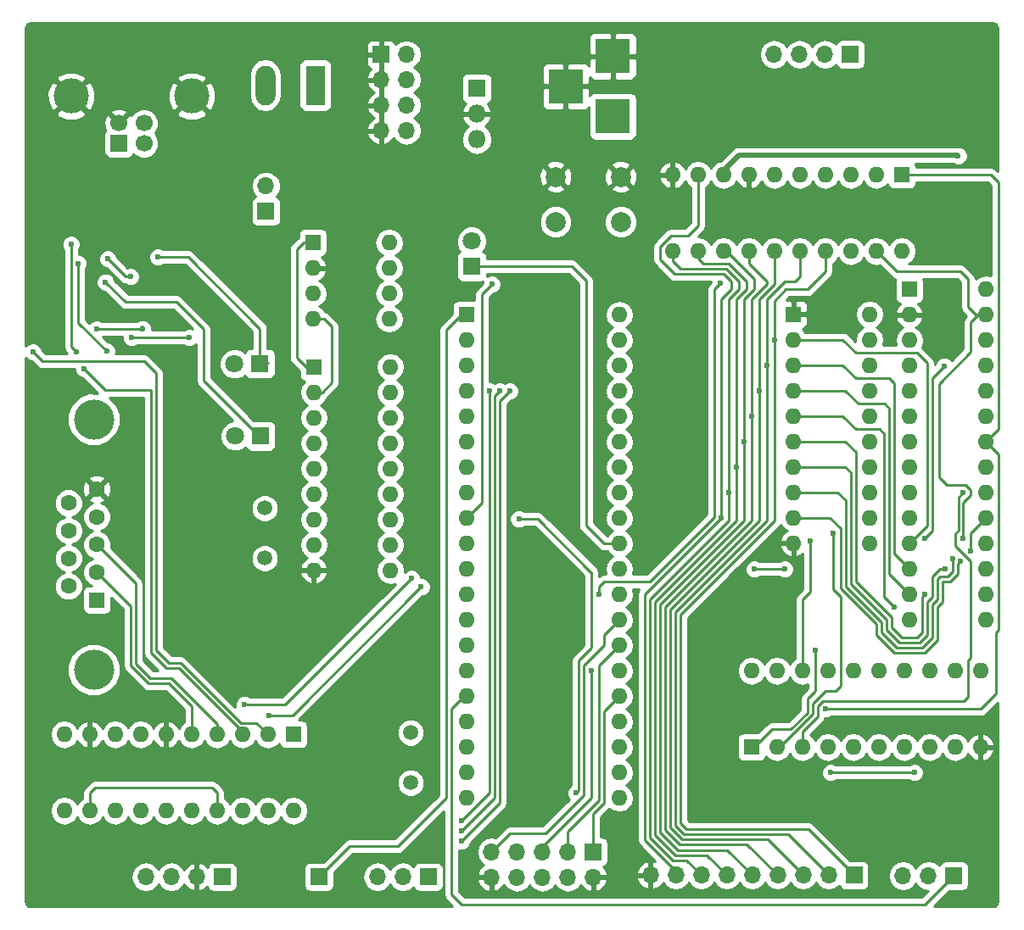
<source format=gbr>
G04 #@! TF.FileFunction,Copper,L2,Bot,Signal*
%FSLAX46Y46*%
G04 Gerber Fmt 4.6, Leading zero omitted, Abs format (unit mm)*
G04 Created by KiCad (PCBNEW 4.0.7) date 11/18/19 12:54:55*
%MOMM*%
%LPD*%
G01*
G04 APERTURE LIST*
%ADD10C,0.100000*%
%ADD11R,1.800000X1.800000*%
%ADD12C,1.800000*%
%ADD13C,1.500000*%
%ADD14R,1.700000X1.700000*%
%ADD15O,1.700000X1.700000*%
%ADD16R,1.600000X1.600000*%
%ADD17C,1.600000*%
%ADD18C,4.000000*%
%ADD19R,1.980000X3.960000*%
%ADD20O,1.980000X3.960000*%
%ADD21C,2.000000*%
%ADD22O,1.600000X1.600000*%
%ADD23O,1.800000X1.800000*%
%ADD24R,3.500000X3.500000*%
%ADD25C,1.700000*%
%ADD26C,3.500000*%
%ADD27C,0.600000*%
%ADD28C,0.250000*%
%ADD29C,0.500000*%
%ADD30C,0.254000*%
G04 APERTURE END LIST*
D10*
D11*
X118135400Y-85775800D03*
D12*
X115595400Y-85775800D03*
D13*
X118541800Y-97980500D03*
X118541800Y-92980500D03*
D11*
X139192000Y-68834000D03*
D12*
X139192000Y-66294000D03*
D11*
X118071900Y-78562200D03*
D12*
X115531900Y-78562200D03*
D14*
X151333200Y-127304800D03*
D15*
X151333200Y-129844800D03*
X148793200Y-127304800D03*
X148793200Y-129844800D03*
X146253200Y-127304800D03*
X146253200Y-129844800D03*
X143713200Y-127304800D03*
X143713200Y-129844800D03*
X141173200Y-127304800D03*
X141173200Y-129844800D03*
D16*
X101790500Y-102146100D03*
D17*
X101790500Y-99376100D03*
X101790500Y-96606100D03*
X101790500Y-93836100D03*
X101790500Y-91066100D03*
X98950500Y-100761100D03*
X98950500Y-97991100D03*
X98950500Y-95221100D03*
X98950500Y-92451100D03*
D18*
X101490500Y-84106100D03*
X101490500Y-109106100D03*
D19*
X123606560Y-50739040D03*
D20*
X118606560Y-50739040D03*
D14*
X118668800Y-63322200D03*
D15*
X118668800Y-60782200D03*
D14*
X114300000Y-129794000D03*
D15*
X111760000Y-129794000D03*
X109220000Y-129794000D03*
X106680000Y-129794000D03*
D21*
X147574000Y-64393200D03*
X147574000Y-59893200D03*
X154074000Y-64393200D03*
X154074000Y-59893200D03*
D16*
X171297600Y-73609200D03*
D22*
X178917600Y-96469200D03*
X171297600Y-76149200D03*
X178917600Y-93929200D03*
X171297600Y-78689200D03*
X178917600Y-91389200D03*
X171297600Y-81229200D03*
X178917600Y-88849200D03*
X171297600Y-83769200D03*
X178917600Y-86309200D03*
X171297600Y-86309200D03*
X178917600Y-83769200D03*
X171297600Y-88849200D03*
X178917600Y-81229200D03*
X171297600Y-91389200D03*
X178917600Y-78689200D03*
X171297600Y-93929200D03*
X178917600Y-76149200D03*
X171297600Y-96469200D03*
X178917600Y-73609200D03*
D16*
X121412000Y-115570000D03*
D22*
X98552000Y-123190000D03*
X118872000Y-115570000D03*
X101092000Y-123190000D03*
X116332000Y-115570000D03*
X103632000Y-123190000D03*
X113792000Y-115570000D03*
X106172000Y-123190000D03*
X111252000Y-115570000D03*
X108712000Y-123190000D03*
X108712000Y-115570000D03*
X111252000Y-123190000D03*
X106172000Y-115570000D03*
X113792000Y-123190000D03*
X103632000Y-115570000D03*
X116332000Y-123190000D03*
X101092000Y-115570000D03*
X118872000Y-123190000D03*
X98552000Y-115570000D03*
X121412000Y-123190000D03*
D11*
X139700000Y-51054000D03*
D23*
X139700000Y-53594000D03*
X139700000Y-56134000D03*
D16*
X138684000Y-73660000D03*
D22*
X153924000Y-121920000D03*
X138684000Y-76200000D03*
X153924000Y-119380000D03*
X138684000Y-78740000D03*
X153924000Y-116840000D03*
X138684000Y-81280000D03*
X153924000Y-114300000D03*
X138684000Y-83820000D03*
X153924000Y-111760000D03*
X138684000Y-86360000D03*
X153924000Y-109220000D03*
X138684000Y-88900000D03*
X153924000Y-106680000D03*
X138684000Y-91440000D03*
X153924000Y-104140000D03*
X138684000Y-93980000D03*
X153924000Y-101600000D03*
X138684000Y-96520000D03*
X153924000Y-99060000D03*
X138684000Y-99060000D03*
X153924000Y-96520000D03*
X138684000Y-101600000D03*
X153924000Y-93980000D03*
X138684000Y-104140000D03*
X153924000Y-91440000D03*
X138684000Y-106680000D03*
X153924000Y-88900000D03*
X138684000Y-109220000D03*
X153924000Y-86360000D03*
X138684000Y-111760000D03*
X153924000Y-83820000D03*
X138684000Y-114300000D03*
X153924000Y-81280000D03*
X138684000Y-116840000D03*
X153924000Y-78740000D03*
X138684000Y-119380000D03*
X153924000Y-76200000D03*
X138684000Y-121920000D03*
X153924000Y-73660000D03*
D16*
X182118000Y-59690000D03*
D22*
X159258000Y-67310000D03*
X179578000Y-59690000D03*
X161798000Y-67310000D03*
X177038000Y-59690000D03*
X164338000Y-67310000D03*
X174498000Y-59690000D03*
X166878000Y-67310000D03*
X171958000Y-59690000D03*
X169418000Y-67310000D03*
X169418000Y-59690000D03*
X171958000Y-67310000D03*
X166878000Y-59690000D03*
X174498000Y-67310000D03*
X164338000Y-59690000D03*
X177038000Y-67310000D03*
X161798000Y-59690000D03*
X179578000Y-67310000D03*
X159258000Y-59690000D03*
X182118000Y-67310000D03*
D16*
X182880000Y-71120000D03*
D22*
X190500000Y-104140000D03*
X182880000Y-73660000D03*
X190500000Y-101600000D03*
X182880000Y-76200000D03*
X190500000Y-99060000D03*
X182880000Y-78740000D03*
X190500000Y-96520000D03*
X182880000Y-81280000D03*
X190500000Y-93980000D03*
X182880000Y-83820000D03*
X190500000Y-91440000D03*
X182880000Y-86360000D03*
X190500000Y-88900000D03*
X182880000Y-88900000D03*
X190500000Y-86360000D03*
X182880000Y-91440000D03*
X190500000Y-83820000D03*
X182880000Y-93980000D03*
X190500000Y-81280000D03*
X182880000Y-96520000D03*
X190500000Y-78740000D03*
X182880000Y-99060000D03*
X190500000Y-76200000D03*
X182880000Y-101600000D03*
X190500000Y-73660000D03*
X182880000Y-104140000D03*
X190500000Y-71120000D03*
D16*
X167132000Y-116840000D03*
D22*
X189992000Y-109220000D03*
X169672000Y-116840000D03*
X187452000Y-109220000D03*
X172212000Y-116840000D03*
X184912000Y-109220000D03*
X174752000Y-116840000D03*
X182372000Y-109220000D03*
X177292000Y-116840000D03*
X179832000Y-109220000D03*
X179832000Y-116840000D03*
X177292000Y-109220000D03*
X182372000Y-116840000D03*
X174752000Y-109220000D03*
X184912000Y-116840000D03*
X172212000Y-109220000D03*
X187452000Y-116840000D03*
X169672000Y-109220000D03*
X189992000Y-116840000D03*
X167132000Y-109220000D03*
D16*
X123342400Y-66446400D03*
D22*
X130962400Y-74066400D03*
X123342400Y-68986400D03*
X130962400Y-71526400D03*
X123342400Y-71526400D03*
X130962400Y-68986400D03*
X123342400Y-74066400D03*
X130962400Y-66446400D03*
D13*
X133096000Y-120396000D03*
X133096000Y-115396000D03*
D14*
X123952000Y-129794000D03*
X187325000Y-129692400D03*
D15*
X184785000Y-129692400D03*
X182245000Y-129692400D03*
D14*
X134874000Y-129794000D03*
D15*
X132334000Y-129794000D03*
X129794000Y-129794000D03*
D14*
X176997360Y-47655480D03*
D15*
X174457360Y-47655480D03*
X171917360Y-47655480D03*
X169377360Y-47655480D03*
D24*
X153289000Y-53848000D03*
X153289000Y-47848000D03*
X148589000Y-50848000D03*
D14*
X130149600Y-47650400D03*
D15*
X132689600Y-47650400D03*
X130149600Y-50190400D03*
X132689600Y-50190400D03*
X130149600Y-52730400D03*
X132689600Y-52730400D03*
X130149600Y-55270400D03*
X132689600Y-55270400D03*
D16*
X123444000Y-78867000D03*
D22*
X131064000Y-99187000D03*
X123444000Y-81407000D03*
X131064000Y-96647000D03*
X123444000Y-83947000D03*
X131064000Y-94107000D03*
X123444000Y-86487000D03*
X131064000Y-91567000D03*
X123444000Y-89027000D03*
X131064000Y-89027000D03*
X123444000Y-91567000D03*
X131064000Y-86487000D03*
X123444000Y-94107000D03*
X131064000Y-83947000D03*
X123444000Y-96647000D03*
X131064000Y-81407000D03*
X123444000Y-99187000D03*
X131064000Y-78867000D03*
D14*
X177368200Y-129641600D03*
D15*
X174828200Y-129641600D03*
X172288200Y-129641600D03*
X169748200Y-129641600D03*
X167208200Y-129641600D03*
X164668200Y-129641600D03*
X162128200Y-129641600D03*
X159588200Y-129641600D03*
X157048200Y-129641600D03*
D14*
X103987600Y-56540400D03*
D25*
X106487600Y-56540400D03*
X106487600Y-54540400D03*
X103987600Y-54540400D03*
D26*
X99217600Y-51830400D03*
X111257600Y-51830400D03*
D27*
X102717600Y-69164200D03*
X164668200Y-105079800D03*
X104927400Y-77101700D03*
X97637600Y-77444600D03*
X105283000Y-68453000D03*
X175133000Y-73596500D03*
X149606000Y-121412000D03*
X143903700Y-94056200D03*
X141224000Y-70612000D03*
X101777800Y-75069700D03*
X106346585Y-75044278D03*
X187756800Y-57785000D03*
X107873800Y-67906900D03*
X102654100Y-70408800D03*
X138176000Y-124206000D03*
X140970000Y-81280000D03*
X138176000Y-126238000D03*
X143002000Y-81280000D03*
X138176000Y-125222000D03*
X141986000Y-81280000D03*
X187960000Y-98298000D03*
X188976000Y-97282000D03*
X164084000Y-93980000D03*
X187198000Y-98044000D03*
X164846000Y-91440000D03*
X186436000Y-99060000D03*
X165608000Y-88900000D03*
X184404000Y-101600000D03*
X166370000Y-86360000D03*
X181356000Y-102870000D03*
X167132000Y-83820000D03*
X167894000Y-81280000D03*
X168656000Y-78740000D03*
X174498000Y-67310000D03*
X169418000Y-76200000D03*
X151130000Y-109220000D03*
X105255300Y-75956400D03*
X110998000Y-75946000D03*
X102870000Y-68072000D03*
X105156000Y-69850000D03*
X95415100Y-77381100D03*
X118973600Y-113690400D03*
X134162800Y-100838000D03*
X100495100Y-79057500D03*
X116509800Y-112572800D03*
X133184900Y-99974400D03*
X99225100Y-66611500D03*
X99733100Y-77355700D03*
X99885500Y-68529200D03*
X102755700Y-77317600D03*
X188214000Y-96012000D03*
X164020500Y-70548500D03*
X151892000Y-101600000D03*
X170434000Y-99060000D03*
X167386000Y-99060000D03*
X175006000Y-119380000D03*
X183388000Y-119380000D03*
X188214000Y-91440000D03*
X175260000Y-95504000D03*
X186359800Y-78778100D03*
X173482000Y-107188000D03*
X184404000Y-96012000D03*
X174498000Y-113030000D03*
X172974000Y-96266000D03*
D28*
X171297600Y-73609200D02*
X175120300Y-73609200D01*
X175120300Y-73609200D02*
X175133000Y-73596500D01*
X151130000Y-99339400D02*
X151091900Y-99339400D01*
X151130000Y-106934000D02*
X151130000Y-99339400D01*
X149860000Y-108204000D02*
X151130000Y-106934000D01*
X149860000Y-121158000D02*
X149860000Y-108204000D01*
X149606000Y-121412000D02*
X149860000Y-121158000D01*
X145808700Y-94056200D02*
X143903700Y-94056200D01*
X151091900Y-99339400D02*
X145808700Y-94056200D01*
X140208000Y-92456000D02*
X138684000Y-93980000D01*
X140208000Y-71628000D02*
X140208000Y-92456000D01*
X141224000Y-70612000D02*
X140208000Y-71628000D01*
X106346585Y-75044278D02*
X101803222Y-75044278D01*
X101803222Y-75044278D02*
X101777800Y-75069700D01*
D29*
X106349800Y-75031600D02*
X106349800Y-75041063D01*
X106349800Y-75041063D02*
X106346585Y-75044278D01*
X181419500Y-57721500D02*
X187693300Y-57721500D01*
X165862000Y-57721500D02*
X181419500Y-57721500D01*
X164338000Y-59245500D02*
X165862000Y-57721500D01*
X187693300Y-57721500D02*
X187756800Y-57785000D01*
X164338000Y-59690000D02*
X164338000Y-59245500D01*
D28*
X138684000Y-73660000D02*
X138176000Y-73660000D01*
X138176000Y-73660000D02*
X136652000Y-75184000D01*
X136652000Y-75184000D02*
X136652000Y-121920000D01*
X136652000Y-121920000D02*
X131826000Y-126746000D01*
X131826000Y-126746000D02*
X127000000Y-126746000D01*
X127000000Y-126746000D02*
X123952000Y-129794000D01*
X139192000Y-73152000D02*
X138684000Y-73660000D01*
X138430000Y-73406000D02*
X138684000Y-73660000D01*
X118071900Y-78562200D02*
X118071900Y-75044300D01*
X110934500Y-67906900D02*
X107873800Y-67906900D01*
X118071900Y-75044300D02*
X110934500Y-67906900D01*
X118872000Y-78486000D02*
X118618000Y-78486000D01*
X118135400Y-85775800D02*
X117957600Y-85775800D01*
X117957600Y-85775800D02*
X112433100Y-80251300D01*
X112433100Y-80251300D02*
X112433100Y-75107800D01*
X112433100Y-75107800D02*
X109728000Y-72402700D01*
X109728000Y-72402700D02*
X104648000Y-72402700D01*
X104648000Y-72402700D02*
X102654100Y-70408800D01*
X140970000Y-121158000D02*
X140970000Y-121412000D01*
X140970000Y-121412000D02*
X138176000Y-124206000D01*
X140970000Y-81280000D02*
X140970000Y-117856000D01*
X140970000Y-117856000D02*
X140970000Y-121158000D01*
X141986000Y-121158000D02*
X141986000Y-122428000D01*
X141986000Y-122428000D02*
X138176000Y-126238000D01*
X143002000Y-81280000D02*
X141986000Y-82296000D01*
X141986000Y-82296000D02*
X141986000Y-121158000D01*
X141478000Y-121158000D02*
X141478000Y-121920000D01*
X141478000Y-121920000D02*
X138176000Y-125222000D01*
X141986000Y-81280000D02*
X141478000Y-81788000D01*
X141478000Y-81788000D02*
X141478000Y-120904000D01*
X141478000Y-120904000D02*
X141478000Y-121158000D01*
X156464000Y-123164600D02*
X156464000Y-126136400D01*
X156464000Y-123164600D02*
X156464000Y-101600000D01*
X164084000Y-93980000D02*
X156464000Y-101600000D01*
X156464000Y-126136400D02*
X159588200Y-129260600D01*
X159588200Y-129260600D02*
X159588200Y-129641600D01*
X164338000Y-69596000D02*
X159448500Y-69596000D01*
X159448500Y-69596000D02*
X157988000Y-68135500D01*
X157988000Y-68135500D02*
X157988000Y-66865500D01*
X157988000Y-66865500D02*
X159067500Y-65786000D01*
X159067500Y-65786000D02*
X160782000Y-65786000D01*
X188976000Y-97282000D02*
X188976000Y-96266000D01*
X184404000Y-107442000D02*
X185674000Y-106172000D01*
X185674000Y-106172000D02*
X185674000Y-102870000D01*
X185674000Y-102870000D02*
X186182000Y-102362000D01*
X186182000Y-102362000D02*
X186182000Y-100330000D01*
X186182000Y-100330000D02*
X186944000Y-100330000D01*
X186944000Y-100330000D02*
X187706000Y-99568000D01*
X187706000Y-99568000D02*
X187706000Y-98552000D01*
X187706000Y-98552000D02*
X187960000Y-98298000D01*
X188976000Y-96266000D02*
X188976000Y-95504000D01*
X188976000Y-95504000D02*
X190500000Y-93980000D01*
X171297600Y-93929200D02*
X174955200Y-93929200D01*
X181356000Y-107442000D02*
X184404000Y-107442000D01*
X179578000Y-105664000D02*
X181356000Y-107442000D01*
X179578000Y-104522398D02*
X179578000Y-105664000D01*
X176022000Y-100966398D02*
X179578000Y-104522398D01*
X176022000Y-94996000D02*
X176022000Y-100966398D01*
X174955200Y-93929200D02*
X176022000Y-94996000D01*
X161798000Y-59690000D02*
X161798000Y-64770000D01*
X164084000Y-72136000D02*
X164084000Y-93980000D01*
X165100000Y-71120000D02*
X164084000Y-72136000D01*
X165100000Y-70358000D02*
X165100000Y-71120000D01*
X164338000Y-69596000D02*
X165100000Y-70358000D01*
X161798000Y-64770000D02*
X160782000Y-65786000D01*
X161798000Y-60198000D02*
X161798000Y-59690000D01*
X156972000Y-123164600D02*
X156972000Y-125857000D01*
X164846000Y-91440000D02*
X164846000Y-94234000D01*
X156972000Y-102108000D02*
X164846000Y-94234000D01*
X156972000Y-123164600D02*
X156972000Y-102108000D01*
X160629600Y-128143000D02*
X162128200Y-129641600D01*
X159258000Y-128143000D02*
X160629600Y-128143000D01*
X156972000Y-125857000D02*
X159258000Y-128143000D01*
X184150000Y-106934000D02*
X185166000Y-105918000D01*
X185166000Y-105918000D02*
X185166000Y-102616000D01*
X185166000Y-102616000D02*
X185674000Y-102108000D01*
X185674000Y-102108000D02*
X185674000Y-100076000D01*
X185674000Y-100076000D02*
X185928000Y-99822000D01*
X185928000Y-99822000D02*
X186690000Y-99822000D01*
X186690000Y-99822000D02*
X187198000Y-99314000D01*
X187198000Y-99314000D02*
X187198000Y-98044000D01*
X171297600Y-91389200D02*
X175717200Y-91389200D01*
X181610000Y-106934000D02*
X184150000Y-106934000D01*
X180086000Y-105410000D02*
X181610000Y-106934000D01*
X180086000Y-104394000D02*
X180086000Y-105410000D01*
X176530000Y-100838000D02*
X180086000Y-104394000D01*
X176530000Y-92202000D02*
X176530000Y-100838000D01*
X175717200Y-91389200D02*
X176530000Y-92202000D01*
X159258000Y-67310000D02*
X159258000Y-68326000D01*
X164846000Y-72136000D02*
X164846000Y-91440000D01*
X165862000Y-71120000D02*
X164846000Y-72136000D01*
X165862000Y-70358000D02*
X165862000Y-71120000D01*
X164592000Y-69088000D02*
X165862000Y-70358000D01*
X160020000Y-69088000D02*
X164592000Y-69088000D01*
X159258000Y-68326000D02*
X160020000Y-69088000D01*
X157480000Y-123139200D02*
X157480000Y-125603000D01*
X162661600Y-127635000D02*
X164668200Y-129641600D01*
X159512000Y-127635000D02*
X162661600Y-127635000D01*
X157480000Y-125603000D02*
X159512000Y-127635000D01*
X185166000Y-100838000D02*
X185166000Y-99822000D01*
X185166000Y-99822000D02*
X185928000Y-99060000D01*
X185928000Y-99060000D02*
X186436000Y-99060000D01*
X183896000Y-106426000D02*
X184658000Y-105664000D01*
X184658000Y-105664000D02*
X184658000Y-102362000D01*
X184658000Y-102362000D02*
X185166000Y-101854000D01*
X185166000Y-101854000D02*
X185166000Y-100838000D01*
X171297600Y-88849200D02*
X176479200Y-88849200D01*
X181864000Y-106426000D02*
X183896000Y-106426000D01*
X180594000Y-105156000D02*
X181864000Y-106426000D01*
X180594000Y-104140000D02*
X180594000Y-105156000D01*
X177038000Y-100584000D02*
X180594000Y-104140000D01*
X177038000Y-89408000D02*
X177038000Y-100584000D01*
X176479200Y-88849200D02*
X177038000Y-89408000D01*
X165608000Y-94234000D02*
X165608000Y-88900000D01*
X157480000Y-102362000D02*
X165608000Y-94234000D01*
X157480000Y-123164600D02*
X157480000Y-123139200D01*
X157480000Y-123139200D02*
X157480000Y-102362000D01*
X161798000Y-67310000D02*
X161798000Y-68072000D01*
X161798000Y-68072000D02*
X162306000Y-68580000D01*
X162306000Y-68580000D02*
X164846000Y-68580000D01*
X164846000Y-68580000D02*
X166624000Y-70358000D01*
X166624000Y-70358000D02*
X166624000Y-71120000D01*
X166624000Y-71120000D02*
X165608000Y-72136000D01*
X165608000Y-72136000D02*
X165608000Y-88900000D01*
X157988000Y-123164600D02*
X157988000Y-125374400D01*
X157988000Y-123164600D02*
X157988000Y-102616000D01*
X157988000Y-102616000D02*
X166370000Y-94234000D01*
X166370000Y-86360000D02*
X166370000Y-94234000D01*
X164693600Y-127127000D02*
X167208200Y-129641600D01*
X159740600Y-127127000D02*
X164693600Y-127127000D01*
X157988000Y-125374400D02*
X159740600Y-127127000D01*
X183642000Y-105918000D02*
X184150000Y-105410000D01*
X184150000Y-105410000D02*
X184150000Y-101854000D01*
X184150000Y-101854000D02*
X184404000Y-101600000D01*
X171297600Y-86309200D02*
X176479200Y-86309200D01*
X182118000Y-105918000D02*
X183642000Y-105918000D01*
X181102000Y-104902000D02*
X182118000Y-105918000D01*
X181102000Y-103886000D02*
X181102000Y-104902000D01*
X177546000Y-100330000D02*
X181102000Y-103886000D01*
X177546000Y-87376000D02*
X177546000Y-100330000D01*
X176479200Y-86309200D02*
X177546000Y-87376000D01*
X164338000Y-67310000D02*
X164592000Y-67310000D01*
X164592000Y-67310000D02*
X167386000Y-70104000D01*
X167386000Y-70104000D02*
X167386000Y-71120000D01*
X167386000Y-71120000D02*
X166370000Y-72136000D01*
X166370000Y-72136000D02*
X166370000Y-86360000D01*
X158496000Y-123164600D02*
X158496000Y-125120400D01*
X167132000Y-83820000D02*
X167132000Y-94234000D01*
X158496000Y-102870000D02*
X167132000Y-94234000D01*
X158496000Y-123164600D02*
X158496000Y-102870000D01*
X166674800Y-126568200D02*
X169748200Y-129641600D01*
X159943800Y-126568200D02*
X166674800Y-126568200D01*
X158496000Y-125120400D02*
X159943800Y-126568200D01*
X171297600Y-83769200D02*
X176225200Y-83769200D01*
X180340000Y-101854000D02*
X181356000Y-102870000D01*
X180340000Y-85540002D02*
X180340000Y-101854000D01*
X179889998Y-85090000D02*
X180340000Y-85540002D01*
X177546000Y-85090000D02*
X179889998Y-85090000D01*
X176225200Y-83769200D02*
X177546000Y-85090000D01*
X166878000Y-67310000D02*
X166878000Y-68580000D01*
X167132000Y-72136000D02*
X167132000Y-83820000D01*
X168656000Y-70612000D02*
X167132000Y-72136000D01*
X168656000Y-70358000D02*
X168656000Y-70612000D01*
X166878000Y-68580000D02*
X168656000Y-70358000D01*
X159004000Y-123139200D02*
X159004000Y-124891800D01*
X168732200Y-126085600D02*
X172288200Y-129641600D01*
X160197800Y-126085600D02*
X168732200Y-126085600D01*
X159004000Y-124891800D02*
X160197800Y-126085600D01*
X171297600Y-81229200D02*
X176479200Y-81229200D01*
X180848000Y-99568000D02*
X182880000Y-101600000D01*
X180848000Y-83000002D02*
X180848000Y-99568000D01*
X180397998Y-82550000D02*
X180848000Y-83000002D01*
X177800000Y-82550000D02*
X180397998Y-82550000D01*
X176479200Y-81229200D02*
X177800000Y-82550000D01*
X167894000Y-81280000D02*
X167894000Y-94234000D01*
X159004000Y-103124000D02*
X159004000Y-123139200D01*
X159004000Y-123139200D02*
X159004000Y-123164600D01*
X167894000Y-94234000D02*
X159004000Y-103124000D01*
X169418000Y-67310000D02*
X169418000Y-70612000D01*
X167894000Y-72136000D02*
X167894000Y-81280000D01*
X169418000Y-70612000D02*
X167894000Y-72136000D01*
X159512000Y-123113800D02*
X159512000Y-124688600D01*
X170764200Y-125577600D02*
X174828200Y-129641600D01*
X160401000Y-125577600D02*
X170764200Y-125577600D01*
X159512000Y-124688600D02*
X160401000Y-125577600D01*
X171297600Y-78689200D02*
X176225200Y-78689200D01*
X181356000Y-97536000D02*
X182880000Y-99060000D01*
X181356000Y-80518000D02*
X181356000Y-97536000D01*
X180848000Y-80010000D02*
X181356000Y-80518000D01*
X177546000Y-80010000D02*
X180848000Y-80010000D01*
X176225200Y-78689200D02*
X177546000Y-80010000D01*
X159512000Y-123190000D02*
X159512000Y-123113800D01*
X159512000Y-123113800D02*
X159512000Y-103378000D01*
X159512000Y-103378000D02*
X168656000Y-94234000D01*
X168656000Y-94234000D02*
X168656000Y-78740000D01*
X171958000Y-67310000D02*
X171958000Y-69850000D01*
X168656000Y-72136000D02*
X168656000Y-78740000D01*
X170434000Y-70358000D02*
X168656000Y-72136000D01*
X171450000Y-70358000D02*
X170434000Y-70358000D01*
X171958000Y-69850000D02*
X171450000Y-70358000D01*
X160020000Y-123190000D02*
X160020000Y-124434600D01*
X169418000Y-94234000D02*
X160020000Y-103632000D01*
X160020000Y-103632000D02*
X160020000Y-123190000D01*
X169418000Y-76200000D02*
X169418000Y-94234000D01*
X172796200Y-125069600D02*
X177368200Y-129641600D01*
X160655000Y-125069600D02*
X172796200Y-125069600D01*
X160020000Y-124434600D02*
X160655000Y-125069600D01*
X171297600Y-76149200D02*
X176225200Y-76149200D01*
X184658000Y-94742000D02*
X182880000Y-96520000D01*
X184658000Y-78486000D02*
X184658000Y-94742000D01*
X183642000Y-77470000D02*
X184658000Y-78486000D01*
X177546000Y-77470000D02*
X183642000Y-77470000D01*
X176225200Y-76149200D02*
X177546000Y-77470000D01*
X174498000Y-67310000D02*
X174498000Y-69342000D01*
X169418000Y-72263000D02*
X169418000Y-76200000D01*
X170561000Y-71120000D02*
X169418000Y-72263000D01*
X172720000Y-71120000D02*
X170561000Y-71120000D01*
X174498000Y-69342000D02*
X172720000Y-71120000D01*
X151333200Y-127304800D02*
X151333200Y-123494800D01*
X152400000Y-113284000D02*
X153924000Y-111760000D01*
X152400000Y-122428000D02*
X152400000Y-113284000D01*
X151333200Y-123494800D02*
X152400000Y-122428000D01*
X148793200Y-127304800D02*
X148793200Y-125272800D01*
X151892000Y-108712000D02*
X153924000Y-106680000D01*
X151892000Y-122174000D02*
X151892000Y-108712000D01*
X148793200Y-125272800D02*
X151892000Y-122174000D01*
X146253200Y-127304800D02*
X146253200Y-126796800D01*
X146253200Y-126796800D02*
X151130000Y-121920000D01*
X151130000Y-121920000D02*
X151130000Y-109220000D01*
X141173200Y-127304800D02*
X143002000Y-125476000D01*
X152400000Y-105664000D02*
X153924000Y-104140000D01*
X152400000Y-106680000D02*
X152400000Y-105664000D01*
X150368000Y-108712000D02*
X152400000Y-106680000D01*
X150368000Y-121666000D02*
X150368000Y-108712000D01*
X146558000Y-125476000D02*
X150368000Y-121666000D01*
X143002000Y-125476000D02*
X146558000Y-125476000D01*
X130962400Y-71526400D02*
X130962400Y-70891400D01*
X130962400Y-70764400D02*
X130962400Y-71526400D01*
X113792000Y-123190000D02*
X113792000Y-121412000D01*
X113792000Y-121412000D02*
X113284000Y-120904000D01*
X113284000Y-120904000D02*
X101600000Y-120904000D01*
X101600000Y-120904000D02*
X101092000Y-121412000D01*
X101092000Y-121412000D02*
X101092000Y-123190000D01*
X153924000Y-96520000D02*
X152412700Y-96520000D01*
X149186900Y-68834000D02*
X139192000Y-68834000D01*
X150609300Y-70256400D02*
X149186900Y-68834000D01*
X150609300Y-94716600D02*
X150609300Y-70256400D01*
X152412700Y-96520000D02*
X150609300Y-94716600D01*
X105265700Y-75946000D02*
X110998000Y-75946000D01*
X105265700Y-75946000D02*
X105255300Y-75956400D01*
X102870000Y-68072000D02*
X104648000Y-69850000D01*
X104648000Y-69850000D02*
X105156000Y-69850000D01*
X106527600Y-78320900D02*
X96354900Y-78320900D01*
X107696000Y-79489300D02*
X106527600Y-78320900D01*
X107696000Y-81216500D02*
X107696000Y-107188000D01*
X118872000Y-115570000D02*
X117729000Y-114427000D01*
X117729000Y-114427000D02*
X116141500Y-114427000D01*
X116141500Y-114427000D02*
X110172500Y-108458000D01*
X110172500Y-108458000D02*
X108966000Y-108458000D01*
X108966000Y-108458000D02*
X107696000Y-107188000D01*
X107696000Y-81216500D02*
X107696000Y-79489300D01*
X96354900Y-78320900D02*
X95415100Y-77381100D01*
X121310400Y-113690400D02*
X118973600Y-113690400D01*
X134162800Y-100838000D02*
X121310400Y-113690400D01*
X103860600Y-81216500D02*
X102654100Y-81216500D01*
X108712000Y-108966000D02*
X107188000Y-107442000D01*
X109982000Y-108966000D02*
X108712000Y-108966000D01*
X116332000Y-115316000D02*
X109982000Y-108966000D01*
X107188000Y-81216500D02*
X107188000Y-107442000D01*
X107188000Y-81216500D02*
X103860600Y-81216500D01*
X102654100Y-81216500D02*
X100495100Y-79057500D01*
X120586500Y-112572800D02*
X116509800Y-112572800D01*
X133184900Y-99974400D02*
X120586500Y-112572800D01*
X116332000Y-115570000D02*
X116332000Y-115316000D01*
X99225100Y-76847700D02*
X99225100Y-66611500D01*
X99733100Y-77355700D02*
X99225100Y-76847700D01*
X99885500Y-74447400D02*
X99885500Y-68529200D01*
X102755700Y-77317600D02*
X99885500Y-74447400D01*
X105156000Y-108712000D02*
X105156000Y-102741600D01*
X106934000Y-110490000D02*
X105156000Y-108712000D01*
X108966000Y-110490000D02*
X106934000Y-110490000D01*
X111252000Y-112776000D02*
X108966000Y-110490000D01*
X111252000Y-115570000D02*
X111252000Y-112776000D01*
X105156000Y-102741600D02*
X101790500Y-99376100D01*
X105664000Y-108515998D02*
X105664000Y-100479600D01*
X107130002Y-109982000D02*
X105664000Y-108515998D01*
X109220000Y-109982000D02*
X107130002Y-109982000D01*
X113792000Y-114554000D02*
X109220000Y-109982000D01*
X113792000Y-115570000D02*
X113792000Y-114554000D01*
X105664000Y-100479600D02*
X101790500Y-96606100D01*
X182880000Y-132588000D02*
X184429400Y-132588000D01*
X138430000Y-111760000D02*
X137160000Y-113030000D01*
X137160000Y-123190000D02*
X137160000Y-113030000D01*
X137160000Y-131572000D02*
X137160000Y-123190000D01*
X138176000Y-132588000D02*
X137160000Y-131572000D01*
X182880000Y-132588000D02*
X138176000Y-132588000D01*
X184429400Y-132588000D02*
X187325000Y-129692400D01*
X188988700Y-77381100D02*
X188988700Y-74409300D01*
X188214000Y-92456000D02*
X188976000Y-91694000D01*
X188214000Y-96012000D02*
X188214000Y-92456000D01*
X188976000Y-91694000D02*
X188976000Y-91186000D01*
X188976000Y-91186000D02*
X188468000Y-90678000D01*
X188468000Y-90678000D02*
X186601100Y-90678000D01*
X186601100Y-90678000D02*
X185826400Y-89903300D01*
X185826400Y-89903300D02*
X185826400Y-80543400D01*
X185826400Y-80543400D02*
X188988700Y-77381100D01*
X188988700Y-74409300D02*
X189738000Y-73660000D01*
X138430000Y-111760000D02*
X138684000Y-111760000D01*
X188976000Y-74422000D02*
X188988700Y-74409300D01*
X188214000Y-96012000D02*
X188214000Y-96012000D01*
X189738000Y-73660000D02*
X190500000Y-73660000D01*
X190500000Y-73660000D02*
X189484000Y-73660000D01*
X181610000Y-69342000D02*
X179578000Y-67310000D01*
X187960000Y-69342000D02*
X181610000Y-69342000D01*
X188722000Y-70104000D02*
X187960000Y-69342000D01*
X188722000Y-72898000D02*
X188722000Y-70104000D01*
X189484000Y-73660000D02*
X188722000Y-72898000D01*
X154686000Y-100330000D02*
X156972000Y-100330000D01*
X156972000Y-100330000D02*
X163449000Y-93853000D01*
X163449000Y-93853000D02*
X163449000Y-71120000D01*
X163449000Y-71120000D02*
X164020500Y-70548500D01*
X151892000Y-101600000D02*
X151892000Y-100838000D01*
X151892000Y-100838000D02*
X152400000Y-100330000D01*
X152400000Y-100330000D02*
X154686000Y-100330000D01*
X167386000Y-99060000D02*
X170434000Y-99060000D01*
X175006000Y-119380000D02*
X183388000Y-119380000D01*
X187452000Y-95504000D02*
X187452000Y-96774000D01*
X187763998Y-95192002D02*
X187452000Y-95504000D01*
X187763998Y-91890002D02*
X187763998Y-95192002D01*
X188214000Y-91440000D02*
X187763998Y-91890002D01*
X187452000Y-96774000D02*
X188976000Y-98298000D01*
X172212000Y-116840000D02*
X172212000Y-115316000D01*
X173736000Y-113792000D02*
X172212000Y-115316000D01*
X173736000Y-112776000D02*
X173736000Y-113792000D01*
X174244000Y-112268000D02*
X173736000Y-112776000D01*
X188271998Y-112268000D02*
X174244000Y-112268000D01*
X188722000Y-111817998D02*
X188271998Y-112268000D01*
X188722000Y-108204000D02*
X188722000Y-111817998D01*
X188976000Y-107950000D02*
X188722000Y-108204000D01*
X188976000Y-98298000D02*
X188976000Y-107950000D01*
X174498000Y-111252000D02*
X175514000Y-111252000D01*
X175514000Y-111252000D02*
X176022000Y-110744000D01*
X173228000Y-112522000D02*
X174498000Y-111252000D01*
X176022000Y-110744000D02*
X176022000Y-108458000D01*
X176022000Y-101854000D02*
X175260000Y-101092000D01*
X175260000Y-101092000D02*
X175260000Y-95504000D01*
X176022000Y-108458000D02*
X176022000Y-101854000D01*
X173228000Y-113538000D02*
X169926000Y-116840000D01*
X173228000Y-113538000D02*
X173228000Y-112522000D01*
X169672000Y-116840000D02*
X169926000Y-116840000D01*
X185166000Y-79971900D02*
X186359800Y-78778100D01*
X185166000Y-95250000D02*
X185166000Y-81534000D01*
X173482000Y-107188000D02*
X173482000Y-108458000D01*
X167386000Y-116840000D02*
X169164000Y-115062000D01*
X173482000Y-111252000D02*
X173482000Y-108458000D01*
X172720000Y-112014000D02*
X173482000Y-111252000D01*
X172720000Y-113409602D02*
X172720000Y-112014000D01*
X171067602Y-115062000D02*
X172720000Y-113409602D01*
X169164000Y-115062000D02*
X171067602Y-115062000D01*
X184404000Y-96012000D02*
X185166000Y-95250000D01*
X185166000Y-81534000D02*
X185166000Y-79971900D01*
X167132000Y-116840000D02*
X167386000Y-116840000D01*
X191008000Y-59690000D02*
X182118000Y-59690000D01*
X191770000Y-60452000D02*
X191008000Y-59690000D01*
X191770000Y-85090000D02*
X191770000Y-60452000D01*
X190500000Y-86360000D02*
X191770000Y-85090000D01*
X191770000Y-87630000D02*
X190500000Y-86360000D01*
X191770000Y-105156000D02*
X191770000Y-87630000D01*
X191516000Y-105410000D02*
X191770000Y-105156000D01*
X191516000Y-111506000D02*
X191516000Y-105410000D01*
X189992000Y-113030000D02*
X191516000Y-111506000D01*
X174498000Y-113030000D02*
X189992000Y-113030000D01*
X172212000Y-109220000D02*
X172212000Y-102108000D01*
X172974000Y-101346000D02*
X172974000Y-96266000D01*
X172212000Y-102108000D02*
X172974000Y-101346000D01*
X123444000Y-78867000D02*
X122656600Y-78867000D01*
X122656600Y-78867000D02*
X121742200Y-77952600D01*
X121742200Y-77952600D02*
X121742200Y-67144900D01*
X121742200Y-67144900D02*
X122440700Y-66446400D01*
X122440700Y-66446400D02*
X123342400Y-66446400D01*
X123444000Y-81407000D02*
X124282200Y-81407000D01*
X124434600Y-74066400D02*
X123342400Y-74066400D01*
X125234700Y-74866500D02*
X124434600Y-74066400D01*
X125234700Y-80454500D02*
X125234700Y-74866500D01*
X124282200Y-81407000D02*
X125234700Y-80454500D01*
D30*
G36*
X191422377Y-44570811D02*
X191558341Y-44661658D01*
X191649189Y-44797622D01*
X191695000Y-45027931D01*
X191695000Y-59302198D01*
X191545401Y-59152599D01*
X191298839Y-58987852D01*
X191008000Y-58930000D01*
X183565440Y-58930000D01*
X183565440Y-58890000D01*
X183521162Y-58654683D01*
X183490157Y-58606500D01*
X187297054Y-58606500D01*
X187570001Y-58719838D01*
X187941967Y-58720162D01*
X188285743Y-58578117D01*
X188548992Y-58315327D01*
X188691638Y-57971799D01*
X188691962Y-57599833D01*
X188549917Y-57256057D01*
X188287127Y-56992808D01*
X187943599Y-56850162D01*
X187761188Y-56850003D01*
X187693300Y-56836499D01*
X187693295Y-56836500D01*
X165862000Y-56836500D01*
X165523325Y-56903867D01*
X165236210Y-57095710D01*
X165236208Y-57095713D01*
X164047187Y-58284733D01*
X163788849Y-58336120D01*
X163323302Y-58647189D01*
X163068000Y-59029275D01*
X162812698Y-58647189D01*
X162347151Y-58336120D01*
X161798000Y-58226887D01*
X161248849Y-58336120D01*
X160783302Y-58647189D01*
X160513014Y-59051703D01*
X160410389Y-58834866D01*
X159995423Y-58458959D01*
X159607039Y-58298096D01*
X159385000Y-58420085D01*
X159385000Y-59563000D01*
X159405000Y-59563000D01*
X159405000Y-59817000D01*
X159385000Y-59817000D01*
X159385000Y-60959915D01*
X159607039Y-61081904D01*
X159995423Y-60921041D01*
X160410389Y-60545134D01*
X160513014Y-60328297D01*
X160783302Y-60732811D01*
X161038000Y-60902995D01*
X161038000Y-64455198D01*
X160467198Y-65026000D01*
X159067500Y-65026000D01*
X158776661Y-65083852D01*
X158530099Y-65248599D01*
X157450599Y-66328099D01*
X157285852Y-66574661D01*
X157228000Y-66865500D01*
X157228000Y-68135500D01*
X157285852Y-68426339D01*
X157450599Y-68672901D01*
X158911099Y-70133401D01*
X159157661Y-70298148D01*
X159448500Y-70356000D01*
X163088029Y-70356000D01*
X163085662Y-70361701D01*
X163085621Y-70408577D01*
X162911599Y-70582599D01*
X162746852Y-70829161D01*
X162689000Y-71120000D01*
X162689000Y-93538198D01*
X156657198Y-99570000D01*
X155285668Y-99570000D01*
X155387113Y-99060000D01*
X155277880Y-98510849D01*
X154966811Y-98045302D01*
X154584725Y-97790000D01*
X154966811Y-97534698D01*
X155277880Y-97069151D01*
X155387113Y-96520000D01*
X155277880Y-95970849D01*
X154966811Y-95505302D01*
X154584725Y-95250000D01*
X154966811Y-94994698D01*
X155277880Y-94529151D01*
X155387113Y-93980000D01*
X155277880Y-93430849D01*
X154966811Y-92965302D01*
X154584725Y-92710000D01*
X154966811Y-92454698D01*
X155277880Y-91989151D01*
X155387113Y-91440000D01*
X155277880Y-90890849D01*
X154966811Y-90425302D01*
X154584725Y-90170000D01*
X154966811Y-89914698D01*
X155277880Y-89449151D01*
X155387113Y-88900000D01*
X155277880Y-88350849D01*
X154966811Y-87885302D01*
X154584725Y-87630000D01*
X154966811Y-87374698D01*
X155277880Y-86909151D01*
X155387113Y-86360000D01*
X155277880Y-85810849D01*
X154966811Y-85345302D01*
X154584725Y-85090000D01*
X154966811Y-84834698D01*
X155277880Y-84369151D01*
X155387113Y-83820000D01*
X155277880Y-83270849D01*
X154966811Y-82805302D01*
X154584725Y-82550000D01*
X154966811Y-82294698D01*
X155277880Y-81829151D01*
X155387113Y-81280000D01*
X155277880Y-80730849D01*
X154966811Y-80265302D01*
X154584725Y-80010000D01*
X154966811Y-79754698D01*
X155277880Y-79289151D01*
X155387113Y-78740000D01*
X155277880Y-78190849D01*
X154966811Y-77725302D01*
X154584725Y-77470000D01*
X154966811Y-77214698D01*
X155277880Y-76749151D01*
X155387113Y-76200000D01*
X155277880Y-75650849D01*
X154966811Y-75185302D01*
X154584725Y-74930000D01*
X154966811Y-74674698D01*
X155277880Y-74209151D01*
X155387113Y-73660000D01*
X155277880Y-73110849D01*
X154966811Y-72645302D01*
X154501264Y-72334233D01*
X153952113Y-72225000D01*
X153895887Y-72225000D01*
X153346736Y-72334233D01*
X152881189Y-72645302D01*
X152570120Y-73110849D01*
X152460887Y-73660000D01*
X152570120Y-74209151D01*
X152881189Y-74674698D01*
X153263275Y-74930000D01*
X152881189Y-75185302D01*
X152570120Y-75650849D01*
X152460887Y-76200000D01*
X152570120Y-76749151D01*
X152881189Y-77214698D01*
X153263275Y-77470000D01*
X152881189Y-77725302D01*
X152570120Y-78190849D01*
X152460887Y-78740000D01*
X152570120Y-79289151D01*
X152881189Y-79754698D01*
X153263275Y-80010000D01*
X152881189Y-80265302D01*
X152570120Y-80730849D01*
X152460887Y-81280000D01*
X152570120Y-81829151D01*
X152881189Y-82294698D01*
X153263275Y-82550000D01*
X152881189Y-82805302D01*
X152570120Y-83270849D01*
X152460887Y-83820000D01*
X152570120Y-84369151D01*
X152881189Y-84834698D01*
X153263275Y-85090000D01*
X152881189Y-85345302D01*
X152570120Y-85810849D01*
X152460887Y-86360000D01*
X152570120Y-86909151D01*
X152881189Y-87374698D01*
X153263275Y-87630000D01*
X152881189Y-87885302D01*
X152570120Y-88350849D01*
X152460887Y-88900000D01*
X152570120Y-89449151D01*
X152881189Y-89914698D01*
X153263275Y-90170000D01*
X152881189Y-90425302D01*
X152570120Y-90890849D01*
X152460887Y-91440000D01*
X152570120Y-91989151D01*
X152881189Y-92454698D01*
X153263275Y-92710000D01*
X152881189Y-92965302D01*
X152570120Y-93430849D01*
X152460887Y-93980000D01*
X152570120Y-94529151D01*
X152881189Y-94994698D01*
X153263275Y-95250000D01*
X152881189Y-95505302D01*
X152717613Y-95750111D01*
X151369300Y-94401798D01*
X151369300Y-70256400D01*
X151355185Y-70185441D01*
X151311448Y-69965560D01*
X151146701Y-69718999D01*
X149724301Y-68296599D01*
X149477739Y-68131852D01*
X149186900Y-68074000D01*
X140739440Y-68074000D01*
X140739440Y-67934000D01*
X140695162Y-67698683D01*
X140556090Y-67482559D01*
X140343890Y-67337569D01*
X140323466Y-67333433D01*
X140492551Y-67164643D01*
X140726733Y-66600670D01*
X140727265Y-65990009D01*
X140494068Y-65425629D01*
X140062643Y-64993449D01*
X139498670Y-64759267D01*
X138888009Y-64758735D01*
X138323629Y-64991932D01*
X137891449Y-65423357D01*
X137657267Y-65987330D01*
X137656735Y-66597991D01*
X137889932Y-67162371D01*
X138057880Y-67330613D01*
X138056683Y-67330838D01*
X137840559Y-67469910D01*
X137695569Y-67682110D01*
X137644560Y-67934000D01*
X137644560Y-69734000D01*
X137688838Y-69969317D01*
X137827910Y-70185441D01*
X138040110Y-70330431D01*
X138292000Y-70381440D01*
X140092000Y-70381440D01*
X140325584Y-70337488D01*
X140289162Y-70425201D01*
X140289121Y-70472077D01*
X139670599Y-71090599D01*
X139505852Y-71337161D01*
X139448000Y-71628000D01*
X139448000Y-72212560D01*
X137884000Y-72212560D01*
X137648683Y-72256838D01*
X137432559Y-72395910D01*
X137287569Y-72608110D01*
X137236560Y-72860000D01*
X137236560Y-73524638D01*
X136114599Y-74646599D01*
X135949852Y-74893161D01*
X135892000Y-75184000D01*
X135892000Y-121605198D01*
X131511198Y-125986000D01*
X127000000Y-125986000D01*
X126709161Y-126043852D01*
X126462599Y-126208599D01*
X124374638Y-128296560D01*
X123102000Y-128296560D01*
X122866683Y-128340838D01*
X122650559Y-128479910D01*
X122505569Y-128692110D01*
X122454560Y-128944000D01*
X122454560Y-130644000D01*
X122498838Y-130879317D01*
X122637910Y-131095441D01*
X122850110Y-131240431D01*
X123102000Y-131291440D01*
X124802000Y-131291440D01*
X125037317Y-131247162D01*
X125253441Y-131108090D01*
X125398431Y-130895890D01*
X125449440Y-130644000D01*
X125449440Y-129764907D01*
X128309000Y-129764907D01*
X128309000Y-129823093D01*
X128422039Y-130391378D01*
X128743946Y-130873147D01*
X129225715Y-131195054D01*
X129794000Y-131308093D01*
X130362285Y-131195054D01*
X130844054Y-130873147D01*
X131064000Y-130543974D01*
X131283946Y-130873147D01*
X131765715Y-131195054D01*
X132334000Y-131308093D01*
X132902285Y-131195054D01*
X133384054Y-130873147D01*
X133411850Y-130831548D01*
X133420838Y-130879317D01*
X133559910Y-131095441D01*
X133772110Y-131240431D01*
X134024000Y-131291440D01*
X135724000Y-131291440D01*
X135959317Y-131247162D01*
X136175441Y-131108090D01*
X136320431Y-130895890D01*
X136371440Y-130644000D01*
X136371440Y-128944000D01*
X136327162Y-128708683D01*
X136188090Y-128492559D01*
X135975890Y-128347569D01*
X135724000Y-128296560D01*
X134024000Y-128296560D01*
X133788683Y-128340838D01*
X133572559Y-128479910D01*
X133427569Y-128692110D01*
X133413914Y-128759541D01*
X133384054Y-128714853D01*
X132902285Y-128392946D01*
X132334000Y-128279907D01*
X131765715Y-128392946D01*
X131283946Y-128714853D01*
X131064000Y-129044026D01*
X130844054Y-128714853D01*
X130362285Y-128392946D01*
X129794000Y-128279907D01*
X129225715Y-128392946D01*
X128743946Y-128714853D01*
X128422039Y-129196622D01*
X128309000Y-129764907D01*
X125449440Y-129764907D01*
X125449440Y-129371362D01*
X127314802Y-127506000D01*
X131826000Y-127506000D01*
X132116839Y-127448148D01*
X132363401Y-127283401D01*
X136400000Y-123246802D01*
X136400000Y-131572000D01*
X136457852Y-131862839D01*
X136622599Y-132109401D01*
X137280198Y-132767000D01*
X95192931Y-132767000D01*
X94962622Y-132721189D01*
X94826658Y-132630341D01*
X94735811Y-132494377D01*
X94690000Y-132264073D01*
X94690000Y-129764907D01*
X105195000Y-129764907D01*
X105195000Y-129823093D01*
X105308039Y-130391378D01*
X105629946Y-130873147D01*
X106111715Y-131195054D01*
X106680000Y-131308093D01*
X107248285Y-131195054D01*
X107730054Y-130873147D01*
X107950000Y-130543974D01*
X108169946Y-130873147D01*
X108651715Y-131195054D01*
X109220000Y-131308093D01*
X109788285Y-131195054D01*
X110270054Y-130873147D01*
X110497702Y-130532447D01*
X110564817Y-130675358D01*
X110993076Y-131065645D01*
X111403110Y-131235476D01*
X111633000Y-131114155D01*
X111633000Y-129921000D01*
X111613000Y-129921000D01*
X111613000Y-129667000D01*
X111633000Y-129667000D01*
X111633000Y-128473845D01*
X111887000Y-128473845D01*
X111887000Y-129667000D01*
X111907000Y-129667000D01*
X111907000Y-129921000D01*
X111887000Y-129921000D01*
X111887000Y-131114155D01*
X112116890Y-131235476D01*
X112526924Y-131065645D01*
X112829937Y-130789499D01*
X112846838Y-130879317D01*
X112985910Y-131095441D01*
X113198110Y-131240431D01*
X113450000Y-131291440D01*
X115150000Y-131291440D01*
X115385317Y-131247162D01*
X115601441Y-131108090D01*
X115746431Y-130895890D01*
X115797440Y-130644000D01*
X115797440Y-128944000D01*
X115753162Y-128708683D01*
X115614090Y-128492559D01*
X115401890Y-128347569D01*
X115150000Y-128296560D01*
X113450000Y-128296560D01*
X113214683Y-128340838D01*
X112998559Y-128479910D01*
X112853569Y-128692110D01*
X112831699Y-128800107D01*
X112526924Y-128522355D01*
X112116890Y-128352524D01*
X111887000Y-128473845D01*
X111633000Y-128473845D01*
X111403110Y-128352524D01*
X110993076Y-128522355D01*
X110564817Y-128912642D01*
X110497702Y-129055553D01*
X110270054Y-128714853D01*
X109788285Y-128392946D01*
X109220000Y-128279907D01*
X108651715Y-128392946D01*
X108169946Y-128714853D01*
X107950000Y-129044026D01*
X107730054Y-128714853D01*
X107248285Y-128392946D01*
X106680000Y-128279907D01*
X106111715Y-128392946D01*
X105629946Y-128714853D01*
X105308039Y-129196622D01*
X105195000Y-129764907D01*
X94690000Y-129764907D01*
X94690000Y-123161887D01*
X97117000Y-123161887D01*
X97117000Y-123218113D01*
X97226233Y-123767264D01*
X97537302Y-124232811D01*
X98002849Y-124543880D01*
X98552000Y-124653113D01*
X99101151Y-124543880D01*
X99566698Y-124232811D01*
X99822000Y-123850725D01*
X100077302Y-124232811D01*
X100542849Y-124543880D01*
X101092000Y-124653113D01*
X101641151Y-124543880D01*
X102106698Y-124232811D01*
X102362000Y-123850725D01*
X102617302Y-124232811D01*
X103082849Y-124543880D01*
X103632000Y-124653113D01*
X104181151Y-124543880D01*
X104646698Y-124232811D01*
X104902000Y-123850725D01*
X105157302Y-124232811D01*
X105622849Y-124543880D01*
X106172000Y-124653113D01*
X106721151Y-124543880D01*
X107186698Y-124232811D01*
X107442000Y-123850725D01*
X107697302Y-124232811D01*
X108162849Y-124543880D01*
X108712000Y-124653113D01*
X109261151Y-124543880D01*
X109726698Y-124232811D01*
X109982000Y-123850725D01*
X110237302Y-124232811D01*
X110702849Y-124543880D01*
X111252000Y-124653113D01*
X111801151Y-124543880D01*
X112266698Y-124232811D01*
X112522000Y-123850725D01*
X112777302Y-124232811D01*
X113242849Y-124543880D01*
X113792000Y-124653113D01*
X114341151Y-124543880D01*
X114806698Y-124232811D01*
X115062000Y-123850725D01*
X115317302Y-124232811D01*
X115782849Y-124543880D01*
X116332000Y-124653113D01*
X116881151Y-124543880D01*
X117346698Y-124232811D01*
X117602000Y-123850725D01*
X117857302Y-124232811D01*
X118322849Y-124543880D01*
X118872000Y-124653113D01*
X119421151Y-124543880D01*
X119886698Y-124232811D01*
X120142000Y-123850725D01*
X120397302Y-124232811D01*
X120862849Y-124543880D01*
X121412000Y-124653113D01*
X121961151Y-124543880D01*
X122426698Y-124232811D01*
X122737767Y-123767264D01*
X122847000Y-123218113D01*
X122847000Y-123161887D01*
X122737767Y-122612736D01*
X122426698Y-122147189D01*
X121961151Y-121836120D01*
X121412000Y-121726887D01*
X120862849Y-121836120D01*
X120397302Y-122147189D01*
X120142000Y-122529275D01*
X119886698Y-122147189D01*
X119421151Y-121836120D01*
X118872000Y-121726887D01*
X118322849Y-121836120D01*
X117857302Y-122147189D01*
X117602000Y-122529275D01*
X117346698Y-122147189D01*
X116881151Y-121836120D01*
X116332000Y-121726887D01*
X115782849Y-121836120D01*
X115317302Y-122147189D01*
X115062000Y-122529275D01*
X114806698Y-122147189D01*
X114552000Y-121977005D01*
X114552000Y-121412000D01*
X114494148Y-121121161D01*
X114329401Y-120874599D01*
X114125087Y-120670285D01*
X131710760Y-120670285D01*
X131921169Y-121179515D01*
X132310436Y-121569461D01*
X132819298Y-121780759D01*
X133370285Y-121781240D01*
X133879515Y-121570831D01*
X134269461Y-121181564D01*
X134480759Y-120672702D01*
X134481240Y-120121715D01*
X134270831Y-119612485D01*
X133881564Y-119222539D01*
X133372702Y-119011241D01*
X132821715Y-119010760D01*
X132312485Y-119221169D01*
X131922539Y-119610436D01*
X131711241Y-120119298D01*
X131710760Y-120670285D01*
X114125087Y-120670285D01*
X113821401Y-120366599D01*
X113574839Y-120201852D01*
X113284000Y-120144000D01*
X101600000Y-120144000D01*
X101309161Y-120201852D01*
X101309159Y-120201853D01*
X101309160Y-120201853D01*
X101062599Y-120366599D01*
X100554599Y-120874599D01*
X100389852Y-121121161D01*
X100332000Y-121412000D01*
X100332000Y-121977005D01*
X100077302Y-122147189D01*
X99822000Y-122529275D01*
X99566698Y-122147189D01*
X99101151Y-121836120D01*
X98552000Y-121726887D01*
X98002849Y-121836120D01*
X97537302Y-122147189D01*
X97226233Y-122612736D01*
X97117000Y-123161887D01*
X94690000Y-123161887D01*
X94690000Y-115541887D01*
X97117000Y-115541887D01*
X97117000Y-115598113D01*
X97226233Y-116147264D01*
X97537302Y-116612811D01*
X98002849Y-116923880D01*
X98552000Y-117033113D01*
X99101151Y-116923880D01*
X99566698Y-116612811D01*
X99836986Y-116208297D01*
X99939611Y-116425134D01*
X100354577Y-116801041D01*
X100742961Y-116961904D01*
X100965000Y-116839915D01*
X100965000Y-115697000D01*
X100945000Y-115697000D01*
X100945000Y-115443000D01*
X100965000Y-115443000D01*
X100965000Y-114300085D01*
X101219000Y-114300085D01*
X101219000Y-115443000D01*
X101239000Y-115443000D01*
X101239000Y-115697000D01*
X101219000Y-115697000D01*
X101219000Y-116839915D01*
X101441039Y-116961904D01*
X101829423Y-116801041D01*
X102244389Y-116425134D01*
X102347014Y-116208297D01*
X102617302Y-116612811D01*
X103082849Y-116923880D01*
X103632000Y-117033113D01*
X104181151Y-116923880D01*
X104646698Y-116612811D01*
X104902000Y-116230725D01*
X105157302Y-116612811D01*
X105622849Y-116923880D01*
X106172000Y-117033113D01*
X106721151Y-116923880D01*
X107186698Y-116612811D01*
X107456986Y-116208297D01*
X107559611Y-116425134D01*
X107974577Y-116801041D01*
X108362961Y-116961904D01*
X108585000Y-116839915D01*
X108585000Y-115697000D01*
X108565000Y-115697000D01*
X108565000Y-115443000D01*
X108585000Y-115443000D01*
X108585000Y-114300085D01*
X108362961Y-114178096D01*
X107974577Y-114338959D01*
X107559611Y-114714866D01*
X107456986Y-114931703D01*
X107186698Y-114527189D01*
X106721151Y-114216120D01*
X106172000Y-114106887D01*
X105622849Y-114216120D01*
X105157302Y-114527189D01*
X104902000Y-114909275D01*
X104646698Y-114527189D01*
X104181151Y-114216120D01*
X103632000Y-114106887D01*
X103082849Y-114216120D01*
X102617302Y-114527189D01*
X102347014Y-114931703D01*
X102244389Y-114714866D01*
X101829423Y-114338959D01*
X101441039Y-114178096D01*
X101219000Y-114300085D01*
X100965000Y-114300085D01*
X100742961Y-114178096D01*
X100354577Y-114338959D01*
X99939611Y-114714866D01*
X99836986Y-114931703D01*
X99566698Y-114527189D01*
X99101151Y-114216120D01*
X98552000Y-114106887D01*
X98002849Y-114216120D01*
X97537302Y-114527189D01*
X97226233Y-114992736D01*
X97117000Y-115541887D01*
X94690000Y-115541887D01*
X94690000Y-109627934D01*
X98855043Y-109627934D01*
X99255353Y-110596758D01*
X99995943Y-111338642D01*
X100964067Y-111740642D01*
X102012334Y-111741557D01*
X102981158Y-111341247D01*
X103723042Y-110600657D01*
X104125042Y-109632533D01*
X104125957Y-108584266D01*
X103725647Y-107615442D01*
X102985057Y-106873558D01*
X102016933Y-106471558D01*
X100968666Y-106470643D01*
X99999842Y-106870953D01*
X99257958Y-107611543D01*
X98855958Y-108579667D01*
X98855043Y-109627934D01*
X94690000Y-109627934D01*
X94690000Y-92735287D01*
X97515252Y-92735287D01*
X97733257Y-93262900D01*
X98136577Y-93666924D01*
X98544350Y-93836246D01*
X98138700Y-94003857D01*
X97734676Y-94407177D01*
X97515750Y-94934409D01*
X97515252Y-95505287D01*
X97733257Y-96032900D01*
X98136577Y-96436924D01*
X98544350Y-96606246D01*
X98138700Y-96773857D01*
X97734676Y-97177177D01*
X97515750Y-97704409D01*
X97515252Y-98275287D01*
X97733257Y-98802900D01*
X98136577Y-99206924D01*
X98544350Y-99376246D01*
X98138700Y-99543857D01*
X97734676Y-99947177D01*
X97515750Y-100474409D01*
X97515252Y-101045287D01*
X97733257Y-101572900D01*
X98136577Y-101976924D01*
X98663809Y-102195850D01*
X99234687Y-102196348D01*
X99762300Y-101978343D01*
X100166324Y-101575023D01*
X100385250Y-101047791D01*
X100385748Y-100476913D01*
X100167743Y-99949300D01*
X99764423Y-99545276D01*
X99356650Y-99375954D01*
X99762300Y-99208343D01*
X100166324Y-98805023D01*
X100385250Y-98277791D01*
X100385748Y-97706913D01*
X100167743Y-97179300D01*
X99764423Y-96775276D01*
X99356650Y-96605954D01*
X99762300Y-96438343D01*
X100166324Y-96035023D01*
X100385250Y-95507791D01*
X100385748Y-94936913D01*
X100167743Y-94409300D01*
X99764423Y-94005276D01*
X99356650Y-93835954D01*
X99762300Y-93668343D01*
X100166324Y-93265023D01*
X100385250Y-92737791D01*
X100385748Y-92166913D01*
X100167743Y-91639300D01*
X99764423Y-91235276D01*
X99237191Y-91016350D01*
X98666313Y-91015852D01*
X98138700Y-91233857D01*
X97734676Y-91637177D01*
X97515750Y-92164409D01*
X97515252Y-92735287D01*
X94690000Y-92735287D01*
X94690000Y-90849323D01*
X100343535Y-90849323D01*
X100370722Y-91419554D01*
X100536636Y-91820105D01*
X100782755Y-91894239D01*
X101610895Y-91066100D01*
X101970105Y-91066100D01*
X102798245Y-91894239D01*
X103044364Y-91820105D01*
X103237465Y-91282877D01*
X103210278Y-90712646D01*
X103044364Y-90312095D01*
X102798245Y-90237961D01*
X101970105Y-91066100D01*
X101610895Y-91066100D01*
X100782755Y-90237961D01*
X100536636Y-90312095D01*
X100343535Y-90849323D01*
X94690000Y-90849323D01*
X94690000Y-90058355D01*
X100962361Y-90058355D01*
X101790500Y-90886495D01*
X102618639Y-90058355D01*
X102544505Y-89812236D01*
X102007277Y-89619135D01*
X101437046Y-89646322D01*
X101036495Y-89812236D01*
X100962361Y-90058355D01*
X94690000Y-90058355D01*
X94690000Y-77978179D01*
X94884773Y-78173292D01*
X95228301Y-78315938D01*
X95275177Y-78315979D01*
X95817499Y-78858301D01*
X96064061Y-79023048D01*
X96354900Y-79080900D01*
X99560079Y-79080900D01*
X99559938Y-79242667D01*
X99701983Y-79586443D01*
X99964773Y-79849692D01*
X100308301Y-79992338D01*
X100355177Y-79992379D01*
X101834196Y-81471398D01*
X100968666Y-81470643D01*
X99999842Y-81870953D01*
X99257958Y-82611543D01*
X98855958Y-83579667D01*
X98855043Y-84627934D01*
X99255353Y-85596758D01*
X99995943Y-86338642D01*
X100964067Y-86740642D01*
X102012334Y-86741557D01*
X102981158Y-86341247D01*
X103723042Y-85600657D01*
X104125042Y-84632533D01*
X104125957Y-83584266D01*
X103725647Y-82615442D01*
X103087819Y-81976500D01*
X106428000Y-81976500D01*
X106428000Y-107442000D01*
X106485852Y-107732839D01*
X106650599Y-107979401D01*
X107893198Y-109222000D01*
X107444804Y-109222000D01*
X106424000Y-108201196D01*
X106424000Y-100479600D01*
X106394640Y-100332000D01*
X106366148Y-100188760D01*
X106201401Y-99942199D01*
X103203756Y-96944554D01*
X103225250Y-96892791D01*
X103225748Y-96321913D01*
X103007743Y-95794300D01*
X102604423Y-95390276D01*
X102196650Y-95220954D01*
X102602300Y-95053343D01*
X103006324Y-94650023D01*
X103225250Y-94122791D01*
X103225748Y-93551913D01*
X103007743Y-93024300D01*
X102604423Y-92620276D01*
X102212440Y-92457510D01*
X102544505Y-92319964D01*
X102618639Y-92073845D01*
X101790500Y-91245705D01*
X100962361Y-92073845D01*
X101036495Y-92319964D01*
X101392438Y-92447904D01*
X100978700Y-92618857D01*
X100574676Y-93022177D01*
X100355750Y-93549409D01*
X100355252Y-94120287D01*
X100573257Y-94647900D01*
X100976577Y-95051924D01*
X101384350Y-95221246D01*
X100978700Y-95388857D01*
X100574676Y-95792177D01*
X100355750Y-96319409D01*
X100355252Y-96890287D01*
X100573257Y-97417900D01*
X100976577Y-97821924D01*
X101384350Y-97991246D01*
X100978700Y-98158857D01*
X100574676Y-98562177D01*
X100355750Y-99089409D01*
X100355252Y-99660287D01*
X100573257Y-100187900D01*
X100976577Y-100591924D01*
X101233626Y-100698660D01*
X100990500Y-100698660D01*
X100755183Y-100742938D01*
X100539059Y-100882010D01*
X100394069Y-101094210D01*
X100343060Y-101346100D01*
X100343060Y-102946100D01*
X100387338Y-103181417D01*
X100526410Y-103397541D01*
X100738610Y-103542531D01*
X100990500Y-103593540D01*
X102590500Y-103593540D01*
X102825817Y-103549262D01*
X103041941Y-103410190D01*
X103186931Y-103197990D01*
X103237940Y-102946100D01*
X103237940Y-101898342D01*
X104396000Y-103056402D01*
X104396000Y-108712000D01*
X104453852Y-109002839D01*
X104618599Y-109249401D01*
X106396599Y-111027401D01*
X106643161Y-111192148D01*
X106934000Y-111250000D01*
X108651198Y-111250000D01*
X110492000Y-113090802D01*
X110492000Y-114357005D01*
X110237302Y-114527189D01*
X109967014Y-114931703D01*
X109864389Y-114714866D01*
X109449423Y-114338959D01*
X109061039Y-114178096D01*
X108839000Y-114300085D01*
X108839000Y-115443000D01*
X108859000Y-115443000D01*
X108859000Y-115697000D01*
X108839000Y-115697000D01*
X108839000Y-116839915D01*
X109061039Y-116961904D01*
X109449423Y-116801041D01*
X109864389Y-116425134D01*
X109967014Y-116208297D01*
X110237302Y-116612811D01*
X110702849Y-116923880D01*
X111252000Y-117033113D01*
X111801151Y-116923880D01*
X112266698Y-116612811D01*
X112522000Y-116230725D01*
X112777302Y-116612811D01*
X113242849Y-116923880D01*
X113792000Y-117033113D01*
X114341151Y-116923880D01*
X114806698Y-116612811D01*
X115062000Y-116230725D01*
X115317302Y-116612811D01*
X115782849Y-116923880D01*
X116332000Y-117033113D01*
X116881151Y-116923880D01*
X117346698Y-116612811D01*
X117602000Y-116230725D01*
X117857302Y-116612811D01*
X118322849Y-116923880D01*
X118872000Y-117033113D01*
X119421151Y-116923880D01*
X119886698Y-116612811D01*
X119983101Y-116468535D01*
X120008838Y-116605317D01*
X120147910Y-116821441D01*
X120360110Y-116966431D01*
X120612000Y-117017440D01*
X122212000Y-117017440D01*
X122447317Y-116973162D01*
X122663441Y-116834090D01*
X122808431Y-116621890D01*
X122859440Y-116370000D01*
X122859440Y-115670285D01*
X131710760Y-115670285D01*
X131921169Y-116179515D01*
X132310436Y-116569461D01*
X132819298Y-116780759D01*
X133370285Y-116781240D01*
X133879515Y-116570831D01*
X134269461Y-116181564D01*
X134480759Y-115672702D01*
X134481240Y-115121715D01*
X134270831Y-114612485D01*
X133881564Y-114222539D01*
X133372702Y-114011241D01*
X132821715Y-114010760D01*
X132312485Y-114221169D01*
X131922539Y-114610436D01*
X131711241Y-115119298D01*
X131710760Y-115670285D01*
X122859440Y-115670285D01*
X122859440Y-114770000D01*
X122815162Y-114534683D01*
X122676090Y-114318559D01*
X122463890Y-114173569D01*
X122212000Y-114122560D01*
X121953042Y-114122560D01*
X134302480Y-101773122D01*
X134347967Y-101773162D01*
X134691743Y-101631117D01*
X134954992Y-101368327D01*
X135097638Y-101024799D01*
X135097962Y-100652833D01*
X134955917Y-100309057D01*
X134693127Y-100045808D01*
X134349599Y-99903162D01*
X134119963Y-99902962D01*
X134120062Y-99789233D01*
X133978017Y-99445457D01*
X133715227Y-99182208D01*
X133371699Y-99039562D01*
X132999733Y-99039238D01*
X132655957Y-99181283D01*
X132496609Y-99340353D01*
X132527113Y-99187000D01*
X132417880Y-98637849D01*
X132106811Y-98172302D01*
X131724725Y-97917000D01*
X132106811Y-97661698D01*
X132417880Y-97196151D01*
X132527113Y-96647000D01*
X132417880Y-96097849D01*
X132106811Y-95632302D01*
X131724725Y-95377000D01*
X132106811Y-95121698D01*
X132417880Y-94656151D01*
X132527113Y-94107000D01*
X132417880Y-93557849D01*
X132106811Y-93092302D01*
X131724725Y-92837000D01*
X132106811Y-92581698D01*
X132417880Y-92116151D01*
X132527113Y-91567000D01*
X132417880Y-91017849D01*
X132106811Y-90552302D01*
X131724725Y-90297000D01*
X132106811Y-90041698D01*
X132417880Y-89576151D01*
X132527113Y-89027000D01*
X132417880Y-88477849D01*
X132106811Y-88012302D01*
X131724725Y-87757000D01*
X132106811Y-87501698D01*
X132417880Y-87036151D01*
X132527113Y-86487000D01*
X132417880Y-85937849D01*
X132106811Y-85472302D01*
X131724725Y-85217000D01*
X132106811Y-84961698D01*
X132417880Y-84496151D01*
X132527113Y-83947000D01*
X132417880Y-83397849D01*
X132106811Y-82932302D01*
X131724725Y-82677000D01*
X132106811Y-82421698D01*
X132417880Y-81956151D01*
X132527113Y-81407000D01*
X132417880Y-80857849D01*
X132106811Y-80392302D01*
X131724725Y-80137000D01*
X132106811Y-79881698D01*
X132417880Y-79416151D01*
X132527113Y-78867000D01*
X132417880Y-78317849D01*
X132106811Y-77852302D01*
X131641264Y-77541233D01*
X131092113Y-77432000D01*
X131035887Y-77432000D01*
X130486736Y-77541233D01*
X130021189Y-77852302D01*
X129710120Y-78317849D01*
X129600887Y-78867000D01*
X129710120Y-79416151D01*
X130021189Y-79881698D01*
X130403275Y-80137000D01*
X130021189Y-80392302D01*
X129710120Y-80857849D01*
X129600887Y-81407000D01*
X129710120Y-81956151D01*
X130021189Y-82421698D01*
X130403275Y-82677000D01*
X130021189Y-82932302D01*
X129710120Y-83397849D01*
X129600887Y-83947000D01*
X129710120Y-84496151D01*
X130021189Y-84961698D01*
X130403275Y-85217000D01*
X130021189Y-85472302D01*
X129710120Y-85937849D01*
X129600887Y-86487000D01*
X129710120Y-87036151D01*
X130021189Y-87501698D01*
X130403275Y-87757000D01*
X130021189Y-88012302D01*
X129710120Y-88477849D01*
X129600887Y-89027000D01*
X129710120Y-89576151D01*
X130021189Y-90041698D01*
X130403275Y-90297000D01*
X130021189Y-90552302D01*
X129710120Y-91017849D01*
X129600887Y-91567000D01*
X129710120Y-92116151D01*
X130021189Y-92581698D01*
X130403275Y-92837000D01*
X130021189Y-93092302D01*
X129710120Y-93557849D01*
X129600887Y-94107000D01*
X129710120Y-94656151D01*
X130021189Y-95121698D01*
X130403275Y-95377000D01*
X130021189Y-95632302D01*
X129710120Y-96097849D01*
X129600887Y-96647000D01*
X129710120Y-97196151D01*
X130021189Y-97661698D01*
X130403275Y-97917000D01*
X130021189Y-98172302D01*
X129710120Y-98637849D01*
X129600887Y-99187000D01*
X129710120Y-99736151D01*
X130021189Y-100201698D01*
X130486736Y-100512767D01*
X131035887Y-100622000D01*
X131092113Y-100622000D01*
X131554466Y-100530032D01*
X120271698Y-111812800D01*
X117072263Y-111812800D01*
X117040127Y-111780608D01*
X116696599Y-111637962D01*
X116324633Y-111637638D01*
X115980857Y-111779683D01*
X115717608Y-112042473D01*
X115574962Y-112386001D01*
X115574638Y-112757967D01*
X115593909Y-112804607D01*
X110709901Y-107920599D01*
X110463339Y-107755852D01*
X110172500Y-107698000D01*
X109280802Y-107698000D01*
X108456000Y-106873198D01*
X108456000Y-99536039D01*
X122052096Y-99536039D01*
X122212959Y-99924423D01*
X122588866Y-100339389D01*
X123094959Y-100578914D01*
X123317000Y-100457629D01*
X123317000Y-99314000D01*
X123571000Y-99314000D01*
X123571000Y-100457629D01*
X123793041Y-100578914D01*
X124299134Y-100339389D01*
X124675041Y-99924423D01*
X124835904Y-99536039D01*
X124713915Y-99314000D01*
X123571000Y-99314000D01*
X123317000Y-99314000D01*
X122174085Y-99314000D01*
X122052096Y-99536039D01*
X108456000Y-99536039D01*
X108456000Y-98254785D01*
X117156560Y-98254785D01*
X117366969Y-98764015D01*
X117756236Y-99153961D01*
X118265098Y-99365259D01*
X118816085Y-99365740D01*
X119325315Y-99155331D01*
X119715261Y-98766064D01*
X119926559Y-98257202D01*
X119927040Y-97706215D01*
X119716631Y-97196985D01*
X119327364Y-96807039D01*
X118818502Y-96595741D01*
X118267515Y-96595260D01*
X117758285Y-96805669D01*
X117368339Y-97194936D01*
X117157041Y-97703798D01*
X117156560Y-98254785D01*
X108456000Y-98254785D01*
X108456000Y-93254785D01*
X117156560Y-93254785D01*
X117366969Y-93764015D01*
X117756236Y-94153961D01*
X118265098Y-94365259D01*
X118816085Y-94365740D01*
X119325315Y-94155331D01*
X119715261Y-93766064D01*
X119926559Y-93257202D01*
X119927040Y-92706215D01*
X119716631Y-92196985D01*
X119327364Y-91807039D01*
X118818502Y-91595741D01*
X118267515Y-91595260D01*
X117758285Y-91805669D01*
X117368339Y-92194936D01*
X117157041Y-92703798D01*
X117156560Y-93254785D01*
X108456000Y-93254785D01*
X108456000Y-79489300D01*
X108398148Y-79198461D01*
X108233401Y-78951899D01*
X107065001Y-77783499D01*
X106818439Y-77618752D01*
X106527600Y-77560900D01*
X103667077Y-77560900D01*
X103690538Y-77504399D01*
X103690862Y-77132433D01*
X103548817Y-76788657D01*
X103286027Y-76525408D01*
X102942499Y-76382762D01*
X102895623Y-76382721D01*
X102341261Y-75828359D01*
X102365384Y-75804278D01*
X104320432Y-75804278D01*
X104320138Y-76141567D01*
X104462183Y-76485343D01*
X104724973Y-76748592D01*
X105068501Y-76891238D01*
X105440467Y-76891562D01*
X105784243Y-76749517D01*
X105827836Y-76706000D01*
X110435537Y-76706000D01*
X110467673Y-76738192D01*
X110811201Y-76880838D01*
X111183167Y-76881162D01*
X111526943Y-76739117D01*
X111673100Y-76593215D01*
X111673100Y-80251300D01*
X111730952Y-80542139D01*
X111895699Y-80788701D01*
X115347582Y-84240584D01*
X115291409Y-84240535D01*
X114727029Y-84473732D01*
X114294849Y-84905157D01*
X114060667Y-85469130D01*
X114060135Y-86079791D01*
X114293332Y-86644171D01*
X114724757Y-87076351D01*
X115288730Y-87310533D01*
X115899391Y-87311065D01*
X116463771Y-87077868D01*
X116632013Y-86909920D01*
X116632238Y-86911117D01*
X116771310Y-87127241D01*
X116983510Y-87272231D01*
X117235400Y-87323240D01*
X119035400Y-87323240D01*
X119270717Y-87278962D01*
X119486841Y-87139890D01*
X119631831Y-86927690D01*
X119682840Y-86675800D01*
X119682840Y-84875800D01*
X119638562Y-84640483D01*
X119499490Y-84424359D01*
X119287290Y-84279369D01*
X119035400Y-84228360D01*
X117484962Y-84228360D01*
X113193100Y-79936498D01*
X113193100Y-75107800D01*
X113135248Y-74816961D01*
X112970501Y-74570399D01*
X110265401Y-71865299D01*
X110018839Y-71700552D01*
X109728000Y-71642700D01*
X104962802Y-71642700D01*
X103589222Y-70269120D01*
X103589262Y-70223633D01*
X103447217Y-69879857D01*
X103184427Y-69616608D01*
X102840899Y-69473962D01*
X102468933Y-69473638D01*
X102125157Y-69615683D01*
X101861908Y-69878473D01*
X101719262Y-70222001D01*
X101718938Y-70593967D01*
X101860983Y-70937743D01*
X102123773Y-71200992D01*
X102467301Y-71343638D01*
X102514177Y-71343679D01*
X104110599Y-72940101D01*
X104357160Y-73104848D01*
X104405414Y-73114446D01*
X104648000Y-73162700D01*
X109413198Y-73162700D01*
X111316239Y-75065741D01*
X111184799Y-75011162D01*
X110812833Y-75010838D01*
X110469057Y-75152883D01*
X110435882Y-75186000D01*
X107281462Y-75186000D01*
X107281747Y-74859111D01*
X107139702Y-74515335D01*
X106876912Y-74252086D01*
X106533384Y-74109440D01*
X106161418Y-74109116D01*
X105817642Y-74251161D01*
X105784467Y-74284278D01*
X102314885Y-74284278D01*
X102308127Y-74277508D01*
X101964599Y-74134862D01*
X101592633Y-74134538D01*
X101248857Y-74276583D01*
X101018971Y-74506069D01*
X100645500Y-74132598D01*
X100645500Y-69091663D01*
X100677692Y-69059527D01*
X100820338Y-68715999D01*
X100820662Y-68344033D01*
X100784770Y-68257167D01*
X101934838Y-68257167D01*
X102076883Y-68600943D01*
X102339673Y-68864192D01*
X102683201Y-69006838D01*
X102730077Y-69006879D01*
X104110599Y-70387401D01*
X104357161Y-70552148D01*
X104580043Y-70596482D01*
X104625673Y-70642192D01*
X104969201Y-70784838D01*
X105341167Y-70785162D01*
X105684943Y-70643117D01*
X105948192Y-70380327D01*
X106090838Y-70036799D01*
X106091162Y-69664833D01*
X105949117Y-69321057D01*
X105686327Y-69057808D01*
X105342799Y-68915162D01*
X104970833Y-68914838D01*
X104841202Y-68968400D01*
X103964869Y-68092067D01*
X106938638Y-68092067D01*
X107080683Y-68435843D01*
X107343473Y-68699092D01*
X107687001Y-68841738D01*
X108058967Y-68842062D01*
X108402743Y-68700017D01*
X108435918Y-68666900D01*
X110619698Y-68666900D01*
X117311900Y-75359102D01*
X117311900Y-77014760D01*
X117171900Y-77014760D01*
X116936583Y-77059038D01*
X116720459Y-77198110D01*
X116575469Y-77410310D01*
X116571333Y-77430734D01*
X116402543Y-77261649D01*
X115838570Y-77027467D01*
X115227909Y-77026935D01*
X114663529Y-77260132D01*
X114231349Y-77691557D01*
X113997167Y-78255530D01*
X113996635Y-78866191D01*
X114229832Y-79430571D01*
X114661257Y-79862751D01*
X115225230Y-80096933D01*
X115835891Y-80097465D01*
X116400271Y-79864268D01*
X116568513Y-79696320D01*
X116568738Y-79697517D01*
X116707810Y-79913641D01*
X116920010Y-80058631D01*
X117171900Y-80109640D01*
X118971900Y-80109640D01*
X119207217Y-80065362D01*
X119423341Y-79926290D01*
X119568331Y-79714090D01*
X119619340Y-79462200D01*
X119619340Y-78549646D01*
X119632000Y-78486000D01*
X119619340Y-78422354D01*
X119619340Y-77662200D01*
X119575062Y-77426883D01*
X119435990Y-77210759D01*
X119223790Y-77065769D01*
X118971900Y-77014760D01*
X118831900Y-77014760D01*
X118831900Y-75044300D01*
X118774048Y-74753461D01*
X118609301Y-74506899D01*
X111471901Y-67369499D01*
X111225339Y-67204752D01*
X110934500Y-67146900D01*
X108436263Y-67146900D01*
X108434267Y-67144900D01*
X120982200Y-67144900D01*
X120982200Y-77952600D01*
X121040052Y-78243439D01*
X121204799Y-78490001D01*
X121996560Y-79281762D01*
X121996560Y-79667000D01*
X122040838Y-79902317D01*
X122179910Y-80118441D01*
X122392110Y-80263431D01*
X122547089Y-80294815D01*
X122401189Y-80392302D01*
X122090120Y-80857849D01*
X121980887Y-81407000D01*
X122090120Y-81956151D01*
X122401189Y-82421698D01*
X122783275Y-82677000D01*
X122401189Y-82932302D01*
X122090120Y-83397849D01*
X121980887Y-83947000D01*
X122090120Y-84496151D01*
X122401189Y-84961698D01*
X122783275Y-85217000D01*
X122401189Y-85472302D01*
X122090120Y-85937849D01*
X121980887Y-86487000D01*
X122090120Y-87036151D01*
X122401189Y-87501698D01*
X122783275Y-87757000D01*
X122401189Y-88012302D01*
X122090120Y-88477849D01*
X121980887Y-89027000D01*
X122090120Y-89576151D01*
X122401189Y-90041698D01*
X122783275Y-90297000D01*
X122401189Y-90552302D01*
X122090120Y-91017849D01*
X121980887Y-91567000D01*
X122090120Y-92116151D01*
X122401189Y-92581698D01*
X122783275Y-92837000D01*
X122401189Y-93092302D01*
X122090120Y-93557849D01*
X121980887Y-94107000D01*
X122090120Y-94656151D01*
X122401189Y-95121698D01*
X122783275Y-95377000D01*
X122401189Y-95632302D01*
X122090120Y-96097849D01*
X121980887Y-96647000D01*
X122090120Y-97196151D01*
X122401189Y-97661698D01*
X122805703Y-97931986D01*
X122588866Y-98034611D01*
X122212959Y-98449577D01*
X122052096Y-98837961D01*
X122174085Y-99060000D01*
X123317000Y-99060000D01*
X123317000Y-99040000D01*
X123571000Y-99040000D01*
X123571000Y-99060000D01*
X124713915Y-99060000D01*
X124835904Y-98837961D01*
X124675041Y-98449577D01*
X124299134Y-98034611D01*
X124082297Y-97931986D01*
X124486811Y-97661698D01*
X124797880Y-97196151D01*
X124907113Y-96647000D01*
X124797880Y-96097849D01*
X124486811Y-95632302D01*
X124104725Y-95377000D01*
X124486811Y-95121698D01*
X124797880Y-94656151D01*
X124907113Y-94107000D01*
X124797880Y-93557849D01*
X124486811Y-93092302D01*
X124104725Y-92837000D01*
X124486811Y-92581698D01*
X124797880Y-92116151D01*
X124907113Y-91567000D01*
X124797880Y-91017849D01*
X124486811Y-90552302D01*
X124104725Y-90297000D01*
X124486811Y-90041698D01*
X124797880Y-89576151D01*
X124907113Y-89027000D01*
X124797880Y-88477849D01*
X124486811Y-88012302D01*
X124104725Y-87757000D01*
X124486811Y-87501698D01*
X124797880Y-87036151D01*
X124907113Y-86487000D01*
X124797880Y-85937849D01*
X124486811Y-85472302D01*
X124104725Y-85217000D01*
X124486811Y-84961698D01*
X124797880Y-84496151D01*
X124907113Y-83947000D01*
X124797880Y-83397849D01*
X124486811Y-82932302D01*
X124104725Y-82677000D01*
X124486811Y-82421698D01*
X124794544Y-81961143D01*
X124819601Y-81944401D01*
X125772101Y-80991901D01*
X125936848Y-80745340D01*
X125970163Y-80577853D01*
X125994700Y-80454500D01*
X125994700Y-74866500D01*
X125962056Y-74702388D01*
X125936848Y-74575660D01*
X125772101Y-74329099D01*
X124972001Y-73528999D01*
X124725439Y-73364252D01*
X124573911Y-73334111D01*
X124385211Y-73051702D01*
X124003125Y-72796400D01*
X124385211Y-72541098D01*
X124696280Y-72075551D01*
X124805513Y-71526400D01*
X124696280Y-70977249D01*
X124385211Y-70511702D01*
X123980697Y-70241414D01*
X124197534Y-70138789D01*
X124573441Y-69723823D01*
X124734304Y-69335439D01*
X124612315Y-69113400D01*
X123469400Y-69113400D01*
X123469400Y-69133400D01*
X123215400Y-69133400D01*
X123215400Y-69113400D01*
X123195400Y-69113400D01*
X123195400Y-68859400D01*
X123215400Y-68859400D01*
X123215400Y-68839400D01*
X123469400Y-68839400D01*
X123469400Y-68859400D01*
X124612315Y-68859400D01*
X124734304Y-68637361D01*
X124573441Y-68248977D01*
X124235810Y-67876264D01*
X124377717Y-67849562D01*
X124593841Y-67710490D01*
X124738831Y-67498290D01*
X124789840Y-67246400D01*
X124789840Y-66446400D01*
X129499287Y-66446400D01*
X129608520Y-66995551D01*
X129919589Y-67461098D01*
X130301675Y-67716400D01*
X129919589Y-67971702D01*
X129608520Y-68437249D01*
X129499287Y-68986400D01*
X129608520Y-69535551D01*
X129919589Y-70001098D01*
X130301675Y-70256400D01*
X129919589Y-70511702D01*
X129608520Y-70977249D01*
X129499287Y-71526400D01*
X129608520Y-72075551D01*
X129919589Y-72541098D01*
X130301675Y-72796400D01*
X129919589Y-73051702D01*
X129608520Y-73517249D01*
X129499287Y-74066400D01*
X129608520Y-74615551D01*
X129919589Y-75081098D01*
X130385136Y-75392167D01*
X130934287Y-75501400D01*
X130990513Y-75501400D01*
X131539664Y-75392167D01*
X132005211Y-75081098D01*
X132316280Y-74615551D01*
X132425513Y-74066400D01*
X132316280Y-73517249D01*
X132005211Y-73051702D01*
X131623125Y-72796400D01*
X132005211Y-72541098D01*
X132316280Y-72075551D01*
X132425513Y-71526400D01*
X132316280Y-70977249D01*
X132005211Y-70511702D01*
X131623125Y-70256400D01*
X132005211Y-70001098D01*
X132316280Y-69535551D01*
X132425513Y-68986400D01*
X132316280Y-68437249D01*
X132005211Y-67971702D01*
X131623125Y-67716400D01*
X132005211Y-67461098D01*
X132316280Y-66995551D01*
X132425513Y-66446400D01*
X132316280Y-65897249D01*
X132005211Y-65431702D01*
X131539664Y-65120633D01*
X130990513Y-65011400D01*
X130934287Y-65011400D01*
X130385136Y-65120633D01*
X129919589Y-65431702D01*
X129608520Y-65897249D01*
X129499287Y-66446400D01*
X124789840Y-66446400D01*
X124789840Y-65646400D01*
X124745562Y-65411083D01*
X124606490Y-65194959D01*
X124394290Y-65049969D01*
X124142400Y-64998960D01*
X122542400Y-64998960D01*
X122307083Y-65043238D01*
X122090959Y-65182310D01*
X121945969Y-65394510D01*
X121894960Y-65646400D01*
X121894960Y-65917338D01*
X121204799Y-66607499D01*
X121040052Y-66854061D01*
X120982200Y-67144900D01*
X108434267Y-67144900D01*
X108404127Y-67114708D01*
X108060599Y-66972062D01*
X107688633Y-66971738D01*
X107344857Y-67113783D01*
X107081608Y-67376573D01*
X106938962Y-67720101D01*
X106938638Y-68092067D01*
X103964869Y-68092067D01*
X103805122Y-67932320D01*
X103805162Y-67886833D01*
X103663117Y-67543057D01*
X103400327Y-67279808D01*
X103056799Y-67137162D01*
X102684833Y-67136838D01*
X102341057Y-67278883D01*
X102077808Y-67541673D01*
X101935162Y-67885201D01*
X101934838Y-68257167D01*
X100784770Y-68257167D01*
X100678617Y-68000257D01*
X100415827Y-67737008D01*
X100072299Y-67594362D01*
X99985100Y-67594286D01*
X99985100Y-67173963D01*
X100017292Y-67141827D01*
X100159938Y-66798299D01*
X100160262Y-66426333D01*
X100018217Y-66082557D01*
X99755427Y-65819308D01*
X99411899Y-65676662D01*
X99039933Y-65676338D01*
X98696157Y-65818383D01*
X98432908Y-66081173D01*
X98290262Y-66424701D01*
X98289938Y-66796667D01*
X98431983Y-67140443D01*
X98465100Y-67173618D01*
X98465100Y-76847700D01*
X98522952Y-77138539D01*
X98687699Y-77385101D01*
X98797978Y-77495380D01*
X98797938Y-77540867D01*
X98806215Y-77560900D01*
X96669702Y-77560900D01*
X96350222Y-77241420D01*
X96350262Y-77195933D01*
X96208217Y-76852157D01*
X95945427Y-76588908D01*
X95601899Y-76446262D01*
X95229933Y-76445938D01*
X94886157Y-76587983D01*
X94690000Y-76783798D01*
X94690000Y-60782200D01*
X117154707Y-60782200D01*
X117267746Y-61350485D01*
X117589653Y-61832254D01*
X117631252Y-61860050D01*
X117583483Y-61869038D01*
X117367359Y-62008110D01*
X117222369Y-62220310D01*
X117171360Y-62472200D01*
X117171360Y-64172200D01*
X117215638Y-64407517D01*
X117354710Y-64623641D01*
X117566910Y-64768631D01*
X117818800Y-64819640D01*
X119518800Y-64819640D01*
X119754117Y-64775362D01*
X119844821Y-64716995D01*
X145938716Y-64716995D01*
X146187106Y-65318143D01*
X146646637Y-65778478D01*
X147247352Y-66027916D01*
X147897795Y-66028484D01*
X148498943Y-65780094D01*
X148959278Y-65320563D01*
X149208716Y-64719848D01*
X149208718Y-64716995D01*
X152438716Y-64716995D01*
X152687106Y-65318143D01*
X153146637Y-65778478D01*
X153747352Y-66027916D01*
X154397795Y-66028484D01*
X154998943Y-65780094D01*
X155459278Y-65320563D01*
X155708716Y-64719848D01*
X155709284Y-64069405D01*
X155460894Y-63468257D01*
X155001363Y-63007922D01*
X154400648Y-62758484D01*
X153750205Y-62757916D01*
X153149057Y-63006306D01*
X152688722Y-63465837D01*
X152439284Y-64066552D01*
X152438716Y-64716995D01*
X149208718Y-64716995D01*
X149209284Y-64069405D01*
X148960894Y-63468257D01*
X148501363Y-63007922D01*
X147900648Y-62758484D01*
X147250205Y-62757916D01*
X146649057Y-63006306D01*
X146188722Y-63465837D01*
X145939284Y-64066552D01*
X145938716Y-64716995D01*
X119844821Y-64716995D01*
X119970241Y-64636290D01*
X120115231Y-64424090D01*
X120166240Y-64172200D01*
X120166240Y-62472200D01*
X120121962Y-62236883D01*
X119982890Y-62020759D01*
X119770690Y-61875769D01*
X119703259Y-61862114D01*
X119747947Y-61832254D01*
X120069854Y-61350485D01*
X120130473Y-61045732D01*
X146601073Y-61045732D01*
X146699736Y-61312587D01*
X147309461Y-61539108D01*
X147959460Y-61515056D01*
X148448264Y-61312587D01*
X148546927Y-61045732D01*
X153101073Y-61045732D01*
X153199736Y-61312587D01*
X153809461Y-61539108D01*
X154459460Y-61515056D01*
X154948264Y-61312587D01*
X155046927Y-61045732D01*
X154074000Y-60072805D01*
X153101073Y-61045732D01*
X148546927Y-61045732D01*
X147574000Y-60072805D01*
X146601073Y-61045732D01*
X120130473Y-61045732D01*
X120182893Y-60782200D01*
X120069854Y-60213915D01*
X119747947Y-59732146D01*
X119593071Y-59628661D01*
X145928092Y-59628661D01*
X145952144Y-60278660D01*
X146154613Y-60767464D01*
X146421468Y-60866127D01*
X147394395Y-59893200D01*
X147753605Y-59893200D01*
X148726532Y-60866127D01*
X148993387Y-60767464D01*
X149219908Y-60157739D01*
X149200331Y-59628661D01*
X152428092Y-59628661D01*
X152452144Y-60278660D01*
X152654613Y-60767464D01*
X152921468Y-60866127D01*
X153894395Y-59893200D01*
X154253605Y-59893200D01*
X155226532Y-60866127D01*
X155493387Y-60767464D01*
X155719908Y-60157739D01*
X155715516Y-60039041D01*
X157866086Y-60039041D01*
X158105611Y-60545134D01*
X158520577Y-60921041D01*
X158908961Y-61081904D01*
X159131000Y-60959915D01*
X159131000Y-59817000D01*
X157987371Y-59817000D01*
X157866086Y-60039041D01*
X155715516Y-60039041D01*
X155695856Y-59507740D01*
X155626774Y-59340959D01*
X157866086Y-59340959D01*
X157987371Y-59563000D01*
X159131000Y-59563000D01*
X159131000Y-58420085D01*
X158908961Y-58298096D01*
X158520577Y-58458959D01*
X158105611Y-58834866D01*
X157866086Y-59340959D01*
X155626774Y-59340959D01*
X155493387Y-59018936D01*
X155226532Y-58920273D01*
X154253605Y-59893200D01*
X153894395Y-59893200D01*
X152921468Y-58920273D01*
X152654613Y-59018936D01*
X152428092Y-59628661D01*
X149200331Y-59628661D01*
X149195856Y-59507740D01*
X148993387Y-59018936D01*
X148726532Y-58920273D01*
X147753605Y-59893200D01*
X147394395Y-59893200D01*
X146421468Y-58920273D01*
X146154613Y-59018936D01*
X145928092Y-59628661D01*
X119593071Y-59628661D01*
X119266178Y-59410239D01*
X118697893Y-59297200D01*
X118639707Y-59297200D01*
X118071422Y-59410239D01*
X117589653Y-59732146D01*
X117267746Y-60213915D01*
X117154707Y-60782200D01*
X94690000Y-60782200D01*
X94690000Y-58740668D01*
X146601073Y-58740668D01*
X147574000Y-59713595D01*
X148546927Y-58740668D01*
X153101073Y-58740668D01*
X154074000Y-59713595D01*
X155046927Y-58740668D01*
X154948264Y-58473813D01*
X154338539Y-58247292D01*
X153688540Y-58271344D01*
X153199736Y-58473813D01*
X153101073Y-58740668D01*
X148546927Y-58740668D01*
X148448264Y-58473813D01*
X147838539Y-58247292D01*
X147188540Y-58271344D01*
X146699736Y-58473813D01*
X146601073Y-58740668D01*
X94690000Y-58740668D01*
X94690000Y-55690400D01*
X102490160Y-55690400D01*
X102490160Y-57390400D01*
X102534438Y-57625717D01*
X102673510Y-57841841D01*
X102885710Y-57986831D01*
X103137600Y-58037840D01*
X104837600Y-58037840D01*
X105072917Y-57993562D01*
X105289041Y-57854490D01*
X105434031Y-57642290D01*
X105443351Y-57596269D01*
X105645317Y-57798588D01*
X106190919Y-58025142D01*
X106781689Y-58025657D01*
X107327686Y-57800056D01*
X107745788Y-57382683D01*
X107972342Y-56837081D01*
X107972857Y-56246311D01*
X107747256Y-55700314D01*
X107674360Y-55627290D01*
X128708124Y-55627290D01*
X128877955Y-56037324D01*
X129268242Y-56465583D01*
X129792708Y-56711886D01*
X130022600Y-56591219D01*
X130022600Y-55397400D01*
X128829445Y-55397400D01*
X128708124Y-55627290D01*
X107674360Y-55627290D01*
X107587708Y-55540487D01*
X107745788Y-55382683D01*
X107972342Y-54837081D01*
X107972857Y-54246311D01*
X107747256Y-53700314D01*
X107572176Y-53524928D01*
X109742677Y-53524928D01*
X109932964Y-53869671D01*
X110814191Y-54221356D01*
X111762923Y-54209041D01*
X112582236Y-53869671D01*
X112772523Y-53524928D01*
X111257600Y-52010005D01*
X109742677Y-53524928D01*
X107572176Y-53524928D01*
X107329883Y-53282212D01*
X106784281Y-53055658D01*
X106193511Y-53055143D01*
X105647514Y-53280744D01*
X105229412Y-53698117D01*
X105214333Y-53734431D01*
X105031558Y-53676047D01*
X104167205Y-54540400D01*
X104181348Y-54554543D01*
X104001743Y-54734148D01*
X103987600Y-54720005D01*
X103973458Y-54734148D01*
X103793853Y-54554543D01*
X103807995Y-54540400D01*
X102943642Y-53676047D01*
X102692341Y-53756320D01*
X102490882Y-54311679D01*
X102517285Y-54901858D01*
X102664692Y-55257729D01*
X102541169Y-55438510D01*
X102490160Y-55690400D01*
X94690000Y-55690400D01*
X94690000Y-53524928D01*
X97702677Y-53524928D01*
X97892964Y-53869671D01*
X98774191Y-54221356D01*
X99722923Y-54209041D01*
X100542236Y-53869671D01*
X100732523Y-53524928D01*
X100704037Y-53496442D01*
X103123247Y-53496442D01*
X103987600Y-54360795D01*
X104851953Y-53496442D01*
X104771680Y-53245141D01*
X104216321Y-53043682D01*
X103626142Y-53070085D01*
X103203520Y-53245141D01*
X103123247Y-53496442D01*
X100704037Y-53496442D01*
X99217600Y-52010005D01*
X97702677Y-53524928D01*
X94690000Y-53524928D01*
X94690000Y-51386991D01*
X96826644Y-51386991D01*
X96838959Y-52335723D01*
X97178329Y-53155036D01*
X97523072Y-53345323D01*
X99037995Y-51830400D01*
X99397205Y-51830400D01*
X100912128Y-53345323D01*
X101256871Y-53155036D01*
X101608556Y-52273809D01*
X101597045Y-51386991D01*
X108866644Y-51386991D01*
X108878959Y-52335723D01*
X109218329Y-53155036D01*
X109563072Y-53345323D01*
X111077995Y-51830400D01*
X111437205Y-51830400D01*
X112952128Y-53345323D01*
X113296871Y-53155036D01*
X113648556Y-52273809D01*
X113636241Y-51325077D01*
X113296871Y-50505764D01*
X112952128Y-50315477D01*
X111437205Y-51830400D01*
X111077995Y-51830400D01*
X109563072Y-50315477D01*
X109218329Y-50505764D01*
X108866644Y-51386991D01*
X101597045Y-51386991D01*
X101596241Y-51325077D01*
X101256871Y-50505764D01*
X100912128Y-50315477D01*
X99397205Y-51830400D01*
X99037995Y-51830400D01*
X97523072Y-50315477D01*
X97178329Y-50505764D01*
X96826644Y-51386991D01*
X94690000Y-51386991D01*
X94690000Y-50135872D01*
X97702677Y-50135872D01*
X99217600Y-51650795D01*
X100732523Y-50135872D01*
X109742677Y-50135872D01*
X111257600Y-51650795D01*
X112772523Y-50135872D01*
X112582236Y-49791129D01*
X112348402Y-49697809D01*
X116981560Y-49697809D01*
X116981560Y-51780271D01*
X117105256Y-52402132D01*
X117457511Y-52929320D01*
X117984699Y-53281575D01*
X118606560Y-53405271D01*
X119228421Y-53281575D01*
X119755609Y-52929320D01*
X120107864Y-52402132D01*
X120231560Y-51780271D01*
X120231560Y-49697809D01*
X120107864Y-49075948D01*
X119896114Y-48759040D01*
X121969120Y-48759040D01*
X121969120Y-52719040D01*
X122013398Y-52954357D01*
X122152470Y-53170481D01*
X122364670Y-53315471D01*
X122616560Y-53366480D01*
X124596560Y-53366480D01*
X124831877Y-53322202D01*
X125048001Y-53183130D01*
X125113485Y-53087290D01*
X128708124Y-53087290D01*
X128877955Y-53497324D01*
X129268242Y-53925583D01*
X129427554Y-54000400D01*
X129268242Y-54075217D01*
X128877955Y-54503476D01*
X128708124Y-54913510D01*
X128829445Y-55143400D01*
X130022600Y-55143400D01*
X130022600Y-52857400D01*
X128829445Y-52857400D01*
X128708124Y-53087290D01*
X125113485Y-53087290D01*
X125192991Y-52970930D01*
X125244000Y-52719040D01*
X125244000Y-50547290D01*
X128708124Y-50547290D01*
X128877955Y-50957324D01*
X129268242Y-51385583D01*
X129427554Y-51460400D01*
X129268242Y-51535217D01*
X128877955Y-51963476D01*
X128708124Y-52373510D01*
X128829445Y-52603400D01*
X130022600Y-52603400D01*
X130022600Y-50317400D01*
X128829445Y-50317400D01*
X128708124Y-50547290D01*
X125244000Y-50547290D01*
X125244000Y-48759040D01*
X125199722Y-48523723D01*
X125060650Y-48307599D01*
X124848450Y-48162609D01*
X124596560Y-48111600D01*
X122616560Y-48111600D01*
X122381243Y-48155878D01*
X122165119Y-48294950D01*
X122020129Y-48507150D01*
X121969120Y-48759040D01*
X119896114Y-48759040D01*
X119755609Y-48548760D01*
X119228421Y-48196505D01*
X118606560Y-48072809D01*
X117984699Y-48196505D01*
X117457511Y-48548760D01*
X117105256Y-49075948D01*
X116981560Y-49697809D01*
X112348402Y-49697809D01*
X111701009Y-49439444D01*
X110752277Y-49451759D01*
X109932964Y-49791129D01*
X109742677Y-50135872D01*
X100732523Y-50135872D01*
X100542236Y-49791129D01*
X99661009Y-49439444D01*
X98712277Y-49451759D01*
X97892964Y-49791129D01*
X97702677Y-50135872D01*
X94690000Y-50135872D01*
X94690000Y-47936150D01*
X128664600Y-47936150D01*
X128664600Y-48626710D01*
X128761273Y-48860099D01*
X128939902Y-49038727D01*
X129149478Y-49125536D01*
X128877955Y-49423476D01*
X128708124Y-49833510D01*
X128829445Y-50063400D01*
X130022600Y-50063400D01*
X130022600Y-47777400D01*
X128823350Y-47777400D01*
X128664600Y-47936150D01*
X94690000Y-47936150D01*
X94690000Y-46674090D01*
X128664600Y-46674090D01*
X128664600Y-47364650D01*
X128823350Y-47523400D01*
X130022600Y-47523400D01*
X130022600Y-46324150D01*
X130276600Y-46324150D01*
X130276600Y-47523400D01*
X130296600Y-47523400D01*
X130296600Y-47777400D01*
X130276600Y-47777400D01*
X130276600Y-50063400D01*
X130296600Y-50063400D01*
X130296600Y-50317400D01*
X130276600Y-50317400D01*
X130276600Y-52603400D01*
X130296600Y-52603400D01*
X130296600Y-52857400D01*
X130276600Y-52857400D01*
X130276600Y-55143400D01*
X130296600Y-55143400D01*
X130296600Y-55397400D01*
X130276600Y-55397400D01*
X130276600Y-56591219D01*
X130506492Y-56711886D01*
X131030958Y-56465583D01*
X131421245Y-56037324D01*
X131421255Y-56037299D01*
X131610453Y-56320454D01*
X132092222Y-56642361D01*
X132660507Y-56755400D01*
X132718693Y-56755400D01*
X133286978Y-56642361D01*
X133768747Y-56320454D01*
X133913424Y-56103928D01*
X138165000Y-56103928D01*
X138165000Y-56164072D01*
X138281845Y-56751491D01*
X138614591Y-57249481D01*
X139112581Y-57582227D01*
X139700000Y-57699072D01*
X140287419Y-57582227D01*
X140785409Y-57249481D01*
X141118155Y-56751491D01*
X141235000Y-56164072D01*
X141235000Y-56103928D01*
X141118155Y-55516509D01*
X140785409Y-55018519D01*
X140547418Y-54859499D01*
X140937966Y-54501576D01*
X141191046Y-53958742D01*
X141070997Y-53721000D01*
X139827000Y-53721000D01*
X139827000Y-53741000D01*
X139573000Y-53741000D01*
X139573000Y-53721000D01*
X138329003Y-53721000D01*
X138208954Y-53958742D01*
X138462034Y-54501576D01*
X138852582Y-54859499D01*
X138614591Y-55018519D01*
X138281845Y-55516509D01*
X138165000Y-56103928D01*
X133913424Y-56103928D01*
X134090654Y-55838685D01*
X134203693Y-55270400D01*
X134090654Y-54702115D01*
X133768747Y-54220346D01*
X133439574Y-54000400D01*
X133768747Y-53780454D01*
X134090654Y-53298685D01*
X134203693Y-52730400D01*
X134090654Y-52162115D01*
X133768747Y-51680346D01*
X133439574Y-51460400D01*
X133768747Y-51240454D01*
X134090654Y-50758685D01*
X134203693Y-50190400D01*
X134196453Y-50154000D01*
X138152560Y-50154000D01*
X138152560Y-51954000D01*
X138196838Y-52189317D01*
X138335910Y-52405441D01*
X138548110Y-52550431D01*
X138599146Y-52560766D01*
X138462034Y-52686424D01*
X138208954Y-53229258D01*
X138329003Y-53467000D01*
X139573000Y-53467000D01*
X139573000Y-53447000D01*
X139827000Y-53447000D01*
X139827000Y-53467000D01*
X141070997Y-53467000D01*
X141191046Y-53229258D01*
X140937966Y-52686424D01*
X140803462Y-52563156D01*
X140835317Y-52557162D01*
X141051441Y-52418090D01*
X141196431Y-52205890D01*
X141247440Y-51954000D01*
X141247440Y-51133750D01*
X146204000Y-51133750D01*
X146204000Y-52724309D01*
X146300673Y-52957698D01*
X146479301Y-53136327D01*
X146712690Y-53233000D01*
X148303250Y-53233000D01*
X148462000Y-53074250D01*
X148462000Y-50975000D01*
X148716000Y-50975000D01*
X148716000Y-53074250D01*
X148874750Y-53233000D01*
X150465310Y-53233000D01*
X150698699Y-53136327D01*
X150877327Y-52957698D01*
X150891560Y-52923337D01*
X150891560Y-55598000D01*
X150935838Y-55833317D01*
X151074910Y-56049441D01*
X151287110Y-56194431D01*
X151539000Y-56245440D01*
X155039000Y-56245440D01*
X155274317Y-56201162D01*
X155490441Y-56062090D01*
X155635431Y-55849890D01*
X155686440Y-55598000D01*
X155686440Y-52098000D01*
X155642162Y-51862683D01*
X155503090Y-51646559D01*
X155290890Y-51501569D01*
X155039000Y-51450560D01*
X151539000Y-51450560D01*
X151303683Y-51494838D01*
X151087559Y-51633910D01*
X150974000Y-51800109D01*
X150974000Y-51133750D01*
X150815250Y-50975000D01*
X148716000Y-50975000D01*
X148462000Y-50975000D01*
X146362750Y-50975000D01*
X146204000Y-51133750D01*
X141247440Y-51133750D01*
X141247440Y-50154000D01*
X141203162Y-49918683D01*
X141064090Y-49702559D01*
X140851890Y-49557569D01*
X140600000Y-49506560D01*
X138800000Y-49506560D01*
X138564683Y-49550838D01*
X138348559Y-49689910D01*
X138203569Y-49902110D01*
X138152560Y-50154000D01*
X134196453Y-50154000D01*
X134090654Y-49622115D01*
X133768747Y-49140346D01*
X133516337Y-48971691D01*
X146204000Y-48971691D01*
X146204000Y-50562250D01*
X146362750Y-50721000D01*
X148462000Y-50721000D01*
X148462000Y-48621750D01*
X148716000Y-48621750D01*
X148716000Y-50721000D01*
X150815250Y-50721000D01*
X150974000Y-50562250D01*
X150974000Y-49893304D01*
X151000673Y-49957698D01*
X151179301Y-50136327D01*
X151412690Y-50233000D01*
X153003250Y-50233000D01*
X153162000Y-50074250D01*
X153162000Y-47975000D01*
X153416000Y-47975000D01*
X153416000Y-50074250D01*
X153574750Y-50233000D01*
X155165310Y-50233000D01*
X155398699Y-50136327D01*
X155577327Y-49957698D01*
X155674000Y-49724309D01*
X155674000Y-48133750D01*
X155515250Y-47975000D01*
X153416000Y-47975000D01*
X153162000Y-47975000D01*
X151062750Y-47975000D01*
X150904000Y-48133750D01*
X150904000Y-48802696D01*
X150877327Y-48738302D01*
X150698699Y-48559673D01*
X150465310Y-48463000D01*
X148874750Y-48463000D01*
X148716000Y-48621750D01*
X148462000Y-48621750D01*
X148303250Y-48463000D01*
X146712690Y-48463000D01*
X146479301Y-48559673D01*
X146300673Y-48738302D01*
X146204000Y-48971691D01*
X133516337Y-48971691D01*
X133439574Y-48920400D01*
X133768747Y-48700454D01*
X134090654Y-48218685D01*
X134203693Y-47650400D01*
X134090654Y-47082115D01*
X133768747Y-46600346D01*
X133286978Y-46278439D01*
X132718693Y-46165400D01*
X132660507Y-46165400D01*
X132092222Y-46278439D01*
X131610453Y-46600346D01*
X131606503Y-46606258D01*
X131537927Y-46440701D01*
X131359298Y-46262073D01*
X131125909Y-46165400D01*
X130435350Y-46165400D01*
X130276600Y-46324150D01*
X130022600Y-46324150D01*
X129863850Y-46165400D01*
X129173291Y-46165400D01*
X128939902Y-46262073D01*
X128761273Y-46440701D01*
X128664600Y-46674090D01*
X94690000Y-46674090D01*
X94690000Y-45971691D01*
X150904000Y-45971691D01*
X150904000Y-47562250D01*
X151062750Y-47721000D01*
X153162000Y-47721000D01*
X153162000Y-45621750D01*
X153416000Y-45621750D01*
X153416000Y-47721000D01*
X155515250Y-47721000D01*
X155609863Y-47626387D01*
X167892360Y-47626387D01*
X167892360Y-47684573D01*
X168005399Y-48252858D01*
X168327306Y-48734627D01*
X168809075Y-49056534D01*
X169377360Y-49169573D01*
X169945645Y-49056534D01*
X170427414Y-48734627D01*
X170647360Y-48405454D01*
X170867306Y-48734627D01*
X171349075Y-49056534D01*
X171917360Y-49169573D01*
X172485645Y-49056534D01*
X172967414Y-48734627D01*
X173187360Y-48405454D01*
X173407306Y-48734627D01*
X173889075Y-49056534D01*
X174457360Y-49169573D01*
X175025645Y-49056534D01*
X175507414Y-48734627D01*
X175535210Y-48693028D01*
X175544198Y-48740797D01*
X175683270Y-48956921D01*
X175895470Y-49101911D01*
X176147360Y-49152920D01*
X177847360Y-49152920D01*
X178082677Y-49108642D01*
X178298801Y-48969570D01*
X178443791Y-48757370D01*
X178494800Y-48505480D01*
X178494800Y-46805480D01*
X178450522Y-46570163D01*
X178311450Y-46354039D01*
X178099250Y-46209049D01*
X177847360Y-46158040D01*
X176147360Y-46158040D01*
X175912043Y-46202318D01*
X175695919Y-46341390D01*
X175550929Y-46553590D01*
X175537274Y-46621021D01*
X175507414Y-46576333D01*
X175025645Y-46254426D01*
X174457360Y-46141387D01*
X173889075Y-46254426D01*
X173407306Y-46576333D01*
X173187360Y-46905506D01*
X172967414Y-46576333D01*
X172485645Y-46254426D01*
X171917360Y-46141387D01*
X171349075Y-46254426D01*
X170867306Y-46576333D01*
X170647360Y-46905506D01*
X170427414Y-46576333D01*
X169945645Y-46254426D01*
X169377360Y-46141387D01*
X168809075Y-46254426D01*
X168327306Y-46576333D01*
X168005399Y-47058102D01*
X167892360Y-47626387D01*
X155609863Y-47626387D01*
X155674000Y-47562250D01*
X155674000Y-45971691D01*
X155577327Y-45738302D01*
X155398699Y-45559673D01*
X155165310Y-45463000D01*
X153574750Y-45463000D01*
X153416000Y-45621750D01*
X153162000Y-45621750D01*
X153003250Y-45463000D01*
X151412690Y-45463000D01*
X151179301Y-45559673D01*
X151000673Y-45738302D01*
X150904000Y-45971691D01*
X94690000Y-45971691D01*
X94690000Y-45027927D01*
X94735811Y-44797623D01*
X94826658Y-44661659D01*
X94962622Y-44570811D01*
X95192931Y-44525000D01*
X191192073Y-44525000D01*
X191422377Y-44570811D01*
X191422377Y-44570811D01*
G37*
X191422377Y-44570811D02*
X191558341Y-44661658D01*
X191649189Y-44797622D01*
X191695000Y-45027931D01*
X191695000Y-59302198D01*
X191545401Y-59152599D01*
X191298839Y-58987852D01*
X191008000Y-58930000D01*
X183565440Y-58930000D01*
X183565440Y-58890000D01*
X183521162Y-58654683D01*
X183490157Y-58606500D01*
X187297054Y-58606500D01*
X187570001Y-58719838D01*
X187941967Y-58720162D01*
X188285743Y-58578117D01*
X188548992Y-58315327D01*
X188691638Y-57971799D01*
X188691962Y-57599833D01*
X188549917Y-57256057D01*
X188287127Y-56992808D01*
X187943599Y-56850162D01*
X187761188Y-56850003D01*
X187693300Y-56836499D01*
X187693295Y-56836500D01*
X165862000Y-56836500D01*
X165523325Y-56903867D01*
X165236210Y-57095710D01*
X165236208Y-57095713D01*
X164047187Y-58284733D01*
X163788849Y-58336120D01*
X163323302Y-58647189D01*
X163068000Y-59029275D01*
X162812698Y-58647189D01*
X162347151Y-58336120D01*
X161798000Y-58226887D01*
X161248849Y-58336120D01*
X160783302Y-58647189D01*
X160513014Y-59051703D01*
X160410389Y-58834866D01*
X159995423Y-58458959D01*
X159607039Y-58298096D01*
X159385000Y-58420085D01*
X159385000Y-59563000D01*
X159405000Y-59563000D01*
X159405000Y-59817000D01*
X159385000Y-59817000D01*
X159385000Y-60959915D01*
X159607039Y-61081904D01*
X159995423Y-60921041D01*
X160410389Y-60545134D01*
X160513014Y-60328297D01*
X160783302Y-60732811D01*
X161038000Y-60902995D01*
X161038000Y-64455198D01*
X160467198Y-65026000D01*
X159067500Y-65026000D01*
X158776661Y-65083852D01*
X158530099Y-65248599D01*
X157450599Y-66328099D01*
X157285852Y-66574661D01*
X157228000Y-66865500D01*
X157228000Y-68135500D01*
X157285852Y-68426339D01*
X157450599Y-68672901D01*
X158911099Y-70133401D01*
X159157661Y-70298148D01*
X159448500Y-70356000D01*
X163088029Y-70356000D01*
X163085662Y-70361701D01*
X163085621Y-70408577D01*
X162911599Y-70582599D01*
X162746852Y-70829161D01*
X162689000Y-71120000D01*
X162689000Y-93538198D01*
X156657198Y-99570000D01*
X155285668Y-99570000D01*
X155387113Y-99060000D01*
X155277880Y-98510849D01*
X154966811Y-98045302D01*
X154584725Y-97790000D01*
X154966811Y-97534698D01*
X155277880Y-97069151D01*
X155387113Y-96520000D01*
X155277880Y-95970849D01*
X154966811Y-95505302D01*
X154584725Y-95250000D01*
X154966811Y-94994698D01*
X155277880Y-94529151D01*
X155387113Y-93980000D01*
X155277880Y-93430849D01*
X154966811Y-92965302D01*
X154584725Y-92710000D01*
X154966811Y-92454698D01*
X155277880Y-91989151D01*
X155387113Y-91440000D01*
X155277880Y-90890849D01*
X154966811Y-90425302D01*
X154584725Y-90170000D01*
X154966811Y-89914698D01*
X155277880Y-89449151D01*
X155387113Y-88900000D01*
X155277880Y-88350849D01*
X154966811Y-87885302D01*
X154584725Y-87630000D01*
X154966811Y-87374698D01*
X155277880Y-86909151D01*
X155387113Y-86360000D01*
X155277880Y-85810849D01*
X154966811Y-85345302D01*
X154584725Y-85090000D01*
X154966811Y-84834698D01*
X155277880Y-84369151D01*
X155387113Y-83820000D01*
X155277880Y-83270849D01*
X154966811Y-82805302D01*
X154584725Y-82550000D01*
X154966811Y-82294698D01*
X155277880Y-81829151D01*
X155387113Y-81280000D01*
X155277880Y-80730849D01*
X154966811Y-80265302D01*
X154584725Y-80010000D01*
X154966811Y-79754698D01*
X155277880Y-79289151D01*
X155387113Y-78740000D01*
X155277880Y-78190849D01*
X154966811Y-77725302D01*
X154584725Y-77470000D01*
X154966811Y-77214698D01*
X155277880Y-76749151D01*
X155387113Y-76200000D01*
X155277880Y-75650849D01*
X154966811Y-75185302D01*
X154584725Y-74930000D01*
X154966811Y-74674698D01*
X155277880Y-74209151D01*
X155387113Y-73660000D01*
X155277880Y-73110849D01*
X154966811Y-72645302D01*
X154501264Y-72334233D01*
X153952113Y-72225000D01*
X153895887Y-72225000D01*
X153346736Y-72334233D01*
X152881189Y-72645302D01*
X152570120Y-73110849D01*
X152460887Y-73660000D01*
X152570120Y-74209151D01*
X152881189Y-74674698D01*
X153263275Y-74930000D01*
X152881189Y-75185302D01*
X152570120Y-75650849D01*
X152460887Y-76200000D01*
X152570120Y-76749151D01*
X152881189Y-77214698D01*
X153263275Y-77470000D01*
X152881189Y-77725302D01*
X152570120Y-78190849D01*
X152460887Y-78740000D01*
X152570120Y-79289151D01*
X152881189Y-79754698D01*
X153263275Y-80010000D01*
X152881189Y-80265302D01*
X152570120Y-80730849D01*
X152460887Y-81280000D01*
X152570120Y-81829151D01*
X152881189Y-82294698D01*
X153263275Y-82550000D01*
X152881189Y-82805302D01*
X152570120Y-83270849D01*
X152460887Y-83820000D01*
X152570120Y-84369151D01*
X152881189Y-84834698D01*
X153263275Y-85090000D01*
X152881189Y-85345302D01*
X152570120Y-85810849D01*
X152460887Y-86360000D01*
X152570120Y-86909151D01*
X152881189Y-87374698D01*
X153263275Y-87630000D01*
X152881189Y-87885302D01*
X152570120Y-88350849D01*
X152460887Y-88900000D01*
X152570120Y-89449151D01*
X152881189Y-89914698D01*
X153263275Y-90170000D01*
X152881189Y-90425302D01*
X152570120Y-90890849D01*
X152460887Y-91440000D01*
X152570120Y-91989151D01*
X152881189Y-92454698D01*
X153263275Y-92710000D01*
X152881189Y-92965302D01*
X152570120Y-93430849D01*
X152460887Y-93980000D01*
X152570120Y-94529151D01*
X152881189Y-94994698D01*
X153263275Y-95250000D01*
X152881189Y-95505302D01*
X152717613Y-95750111D01*
X151369300Y-94401798D01*
X151369300Y-70256400D01*
X151355185Y-70185441D01*
X151311448Y-69965560D01*
X151146701Y-69718999D01*
X149724301Y-68296599D01*
X149477739Y-68131852D01*
X149186900Y-68074000D01*
X140739440Y-68074000D01*
X140739440Y-67934000D01*
X140695162Y-67698683D01*
X140556090Y-67482559D01*
X140343890Y-67337569D01*
X140323466Y-67333433D01*
X140492551Y-67164643D01*
X140726733Y-66600670D01*
X140727265Y-65990009D01*
X140494068Y-65425629D01*
X140062643Y-64993449D01*
X139498670Y-64759267D01*
X138888009Y-64758735D01*
X138323629Y-64991932D01*
X137891449Y-65423357D01*
X137657267Y-65987330D01*
X137656735Y-66597991D01*
X137889932Y-67162371D01*
X138057880Y-67330613D01*
X138056683Y-67330838D01*
X137840559Y-67469910D01*
X137695569Y-67682110D01*
X137644560Y-67934000D01*
X137644560Y-69734000D01*
X137688838Y-69969317D01*
X137827910Y-70185441D01*
X138040110Y-70330431D01*
X138292000Y-70381440D01*
X140092000Y-70381440D01*
X140325584Y-70337488D01*
X140289162Y-70425201D01*
X140289121Y-70472077D01*
X139670599Y-71090599D01*
X139505852Y-71337161D01*
X139448000Y-71628000D01*
X139448000Y-72212560D01*
X137884000Y-72212560D01*
X137648683Y-72256838D01*
X137432559Y-72395910D01*
X137287569Y-72608110D01*
X137236560Y-72860000D01*
X137236560Y-73524638D01*
X136114599Y-74646599D01*
X135949852Y-74893161D01*
X135892000Y-75184000D01*
X135892000Y-121605198D01*
X131511198Y-125986000D01*
X127000000Y-125986000D01*
X126709161Y-126043852D01*
X126462599Y-126208599D01*
X124374638Y-128296560D01*
X123102000Y-128296560D01*
X122866683Y-128340838D01*
X122650559Y-128479910D01*
X122505569Y-128692110D01*
X122454560Y-128944000D01*
X122454560Y-130644000D01*
X122498838Y-130879317D01*
X122637910Y-131095441D01*
X122850110Y-131240431D01*
X123102000Y-131291440D01*
X124802000Y-131291440D01*
X125037317Y-131247162D01*
X125253441Y-131108090D01*
X125398431Y-130895890D01*
X125449440Y-130644000D01*
X125449440Y-129764907D01*
X128309000Y-129764907D01*
X128309000Y-129823093D01*
X128422039Y-130391378D01*
X128743946Y-130873147D01*
X129225715Y-131195054D01*
X129794000Y-131308093D01*
X130362285Y-131195054D01*
X130844054Y-130873147D01*
X131064000Y-130543974D01*
X131283946Y-130873147D01*
X131765715Y-131195054D01*
X132334000Y-131308093D01*
X132902285Y-131195054D01*
X133384054Y-130873147D01*
X133411850Y-130831548D01*
X133420838Y-130879317D01*
X133559910Y-131095441D01*
X133772110Y-131240431D01*
X134024000Y-131291440D01*
X135724000Y-131291440D01*
X135959317Y-131247162D01*
X136175441Y-131108090D01*
X136320431Y-130895890D01*
X136371440Y-130644000D01*
X136371440Y-128944000D01*
X136327162Y-128708683D01*
X136188090Y-128492559D01*
X135975890Y-128347569D01*
X135724000Y-128296560D01*
X134024000Y-128296560D01*
X133788683Y-128340838D01*
X133572559Y-128479910D01*
X133427569Y-128692110D01*
X133413914Y-128759541D01*
X133384054Y-128714853D01*
X132902285Y-128392946D01*
X132334000Y-128279907D01*
X131765715Y-128392946D01*
X131283946Y-128714853D01*
X131064000Y-129044026D01*
X130844054Y-128714853D01*
X130362285Y-128392946D01*
X129794000Y-128279907D01*
X129225715Y-128392946D01*
X128743946Y-128714853D01*
X128422039Y-129196622D01*
X128309000Y-129764907D01*
X125449440Y-129764907D01*
X125449440Y-129371362D01*
X127314802Y-127506000D01*
X131826000Y-127506000D01*
X132116839Y-127448148D01*
X132363401Y-127283401D01*
X136400000Y-123246802D01*
X136400000Y-131572000D01*
X136457852Y-131862839D01*
X136622599Y-132109401D01*
X137280198Y-132767000D01*
X95192931Y-132767000D01*
X94962622Y-132721189D01*
X94826658Y-132630341D01*
X94735811Y-132494377D01*
X94690000Y-132264073D01*
X94690000Y-129764907D01*
X105195000Y-129764907D01*
X105195000Y-129823093D01*
X105308039Y-130391378D01*
X105629946Y-130873147D01*
X106111715Y-131195054D01*
X106680000Y-131308093D01*
X107248285Y-131195054D01*
X107730054Y-130873147D01*
X107950000Y-130543974D01*
X108169946Y-130873147D01*
X108651715Y-131195054D01*
X109220000Y-131308093D01*
X109788285Y-131195054D01*
X110270054Y-130873147D01*
X110497702Y-130532447D01*
X110564817Y-130675358D01*
X110993076Y-131065645D01*
X111403110Y-131235476D01*
X111633000Y-131114155D01*
X111633000Y-129921000D01*
X111613000Y-129921000D01*
X111613000Y-129667000D01*
X111633000Y-129667000D01*
X111633000Y-128473845D01*
X111887000Y-128473845D01*
X111887000Y-129667000D01*
X111907000Y-129667000D01*
X111907000Y-129921000D01*
X111887000Y-129921000D01*
X111887000Y-131114155D01*
X112116890Y-131235476D01*
X112526924Y-131065645D01*
X112829937Y-130789499D01*
X112846838Y-130879317D01*
X112985910Y-131095441D01*
X113198110Y-131240431D01*
X113450000Y-131291440D01*
X115150000Y-131291440D01*
X115385317Y-131247162D01*
X115601441Y-131108090D01*
X115746431Y-130895890D01*
X115797440Y-130644000D01*
X115797440Y-128944000D01*
X115753162Y-128708683D01*
X115614090Y-128492559D01*
X115401890Y-128347569D01*
X115150000Y-128296560D01*
X113450000Y-128296560D01*
X113214683Y-128340838D01*
X112998559Y-128479910D01*
X112853569Y-128692110D01*
X112831699Y-128800107D01*
X112526924Y-128522355D01*
X112116890Y-128352524D01*
X111887000Y-128473845D01*
X111633000Y-128473845D01*
X111403110Y-128352524D01*
X110993076Y-128522355D01*
X110564817Y-128912642D01*
X110497702Y-129055553D01*
X110270054Y-128714853D01*
X109788285Y-128392946D01*
X109220000Y-128279907D01*
X108651715Y-128392946D01*
X108169946Y-128714853D01*
X107950000Y-129044026D01*
X107730054Y-128714853D01*
X107248285Y-128392946D01*
X106680000Y-128279907D01*
X106111715Y-128392946D01*
X105629946Y-128714853D01*
X105308039Y-129196622D01*
X105195000Y-129764907D01*
X94690000Y-129764907D01*
X94690000Y-123161887D01*
X97117000Y-123161887D01*
X97117000Y-123218113D01*
X97226233Y-123767264D01*
X97537302Y-124232811D01*
X98002849Y-124543880D01*
X98552000Y-124653113D01*
X99101151Y-124543880D01*
X99566698Y-124232811D01*
X99822000Y-123850725D01*
X100077302Y-124232811D01*
X100542849Y-124543880D01*
X101092000Y-124653113D01*
X101641151Y-124543880D01*
X102106698Y-124232811D01*
X102362000Y-123850725D01*
X102617302Y-124232811D01*
X103082849Y-124543880D01*
X103632000Y-124653113D01*
X104181151Y-124543880D01*
X104646698Y-124232811D01*
X104902000Y-123850725D01*
X105157302Y-124232811D01*
X105622849Y-124543880D01*
X106172000Y-124653113D01*
X106721151Y-124543880D01*
X107186698Y-124232811D01*
X107442000Y-123850725D01*
X107697302Y-124232811D01*
X108162849Y-124543880D01*
X108712000Y-124653113D01*
X109261151Y-124543880D01*
X109726698Y-124232811D01*
X109982000Y-123850725D01*
X110237302Y-124232811D01*
X110702849Y-124543880D01*
X111252000Y-124653113D01*
X111801151Y-124543880D01*
X112266698Y-124232811D01*
X112522000Y-123850725D01*
X112777302Y-124232811D01*
X113242849Y-124543880D01*
X113792000Y-124653113D01*
X114341151Y-124543880D01*
X114806698Y-124232811D01*
X115062000Y-123850725D01*
X115317302Y-124232811D01*
X115782849Y-124543880D01*
X116332000Y-124653113D01*
X116881151Y-124543880D01*
X117346698Y-124232811D01*
X117602000Y-123850725D01*
X117857302Y-124232811D01*
X118322849Y-124543880D01*
X118872000Y-124653113D01*
X119421151Y-124543880D01*
X119886698Y-124232811D01*
X120142000Y-123850725D01*
X120397302Y-124232811D01*
X120862849Y-124543880D01*
X121412000Y-124653113D01*
X121961151Y-124543880D01*
X122426698Y-124232811D01*
X122737767Y-123767264D01*
X122847000Y-123218113D01*
X122847000Y-123161887D01*
X122737767Y-122612736D01*
X122426698Y-122147189D01*
X121961151Y-121836120D01*
X121412000Y-121726887D01*
X120862849Y-121836120D01*
X120397302Y-122147189D01*
X120142000Y-122529275D01*
X119886698Y-122147189D01*
X119421151Y-121836120D01*
X118872000Y-121726887D01*
X118322849Y-121836120D01*
X117857302Y-122147189D01*
X117602000Y-122529275D01*
X117346698Y-122147189D01*
X116881151Y-121836120D01*
X116332000Y-121726887D01*
X115782849Y-121836120D01*
X115317302Y-122147189D01*
X115062000Y-122529275D01*
X114806698Y-122147189D01*
X114552000Y-121977005D01*
X114552000Y-121412000D01*
X114494148Y-121121161D01*
X114329401Y-120874599D01*
X114125087Y-120670285D01*
X131710760Y-120670285D01*
X131921169Y-121179515D01*
X132310436Y-121569461D01*
X132819298Y-121780759D01*
X133370285Y-121781240D01*
X133879515Y-121570831D01*
X134269461Y-121181564D01*
X134480759Y-120672702D01*
X134481240Y-120121715D01*
X134270831Y-119612485D01*
X133881564Y-119222539D01*
X133372702Y-119011241D01*
X132821715Y-119010760D01*
X132312485Y-119221169D01*
X131922539Y-119610436D01*
X131711241Y-120119298D01*
X131710760Y-120670285D01*
X114125087Y-120670285D01*
X113821401Y-120366599D01*
X113574839Y-120201852D01*
X113284000Y-120144000D01*
X101600000Y-120144000D01*
X101309161Y-120201852D01*
X101309159Y-120201853D01*
X101309160Y-120201853D01*
X101062599Y-120366599D01*
X100554599Y-120874599D01*
X100389852Y-121121161D01*
X100332000Y-121412000D01*
X100332000Y-121977005D01*
X100077302Y-122147189D01*
X99822000Y-122529275D01*
X99566698Y-122147189D01*
X99101151Y-121836120D01*
X98552000Y-121726887D01*
X98002849Y-121836120D01*
X97537302Y-122147189D01*
X97226233Y-122612736D01*
X97117000Y-123161887D01*
X94690000Y-123161887D01*
X94690000Y-115541887D01*
X97117000Y-115541887D01*
X97117000Y-115598113D01*
X97226233Y-116147264D01*
X97537302Y-116612811D01*
X98002849Y-116923880D01*
X98552000Y-117033113D01*
X99101151Y-116923880D01*
X99566698Y-116612811D01*
X99836986Y-116208297D01*
X99939611Y-116425134D01*
X100354577Y-116801041D01*
X100742961Y-116961904D01*
X100965000Y-116839915D01*
X100965000Y-115697000D01*
X100945000Y-115697000D01*
X100945000Y-115443000D01*
X100965000Y-115443000D01*
X100965000Y-114300085D01*
X101219000Y-114300085D01*
X101219000Y-115443000D01*
X101239000Y-115443000D01*
X101239000Y-115697000D01*
X101219000Y-115697000D01*
X101219000Y-116839915D01*
X101441039Y-116961904D01*
X101829423Y-116801041D01*
X102244389Y-116425134D01*
X102347014Y-116208297D01*
X102617302Y-116612811D01*
X103082849Y-116923880D01*
X103632000Y-117033113D01*
X104181151Y-116923880D01*
X104646698Y-116612811D01*
X104902000Y-116230725D01*
X105157302Y-116612811D01*
X105622849Y-116923880D01*
X106172000Y-117033113D01*
X106721151Y-116923880D01*
X107186698Y-116612811D01*
X107456986Y-116208297D01*
X107559611Y-116425134D01*
X107974577Y-116801041D01*
X108362961Y-116961904D01*
X108585000Y-116839915D01*
X108585000Y-115697000D01*
X108565000Y-115697000D01*
X108565000Y-115443000D01*
X108585000Y-115443000D01*
X108585000Y-114300085D01*
X108362961Y-114178096D01*
X107974577Y-114338959D01*
X107559611Y-114714866D01*
X107456986Y-114931703D01*
X107186698Y-114527189D01*
X106721151Y-114216120D01*
X106172000Y-114106887D01*
X105622849Y-114216120D01*
X105157302Y-114527189D01*
X104902000Y-114909275D01*
X104646698Y-114527189D01*
X104181151Y-114216120D01*
X103632000Y-114106887D01*
X103082849Y-114216120D01*
X102617302Y-114527189D01*
X102347014Y-114931703D01*
X102244389Y-114714866D01*
X101829423Y-114338959D01*
X101441039Y-114178096D01*
X101219000Y-114300085D01*
X100965000Y-114300085D01*
X100742961Y-114178096D01*
X100354577Y-114338959D01*
X99939611Y-114714866D01*
X99836986Y-114931703D01*
X99566698Y-114527189D01*
X99101151Y-114216120D01*
X98552000Y-114106887D01*
X98002849Y-114216120D01*
X97537302Y-114527189D01*
X97226233Y-114992736D01*
X97117000Y-115541887D01*
X94690000Y-115541887D01*
X94690000Y-109627934D01*
X98855043Y-109627934D01*
X99255353Y-110596758D01*
X99995943Y-111338642D01*
X100964067Y-111740642D01*
X102012334Y-111741557D01*
X102981158Y-111341247D01*
X103723042Y-110600657D01*
X104125042Y-109632533D01*
X104125957Y-108584266D01*
X103725647Y-107615442D01*
X102985057Y-106873558D01*
X102016933Y-106471558D01*
X100968666Y-106470643D01*
X99999842Y-106870953D01*
X99257958Y-107611543D01*
X98855958Y-108579667D01*
X98855043Y-109627934D01*
X94690000Y-109627934D01*
X94690000Y-92735287D01*
X97515252Y-92735287D01*
X97733257Y-93262900D01*
X98136577Y-93666924D01*
X98544350Y-93836246D01*
X98138700Y-94003857D01*
X97734676Y-94407177D01*
X97515750Y-94934409D01*
X97515252Y-95505287D01*
X97733257Y-96032900D01*
X98136577Y-96436924D01*
X98544350Y-96606246D01*
X98138700Y-96773857D01*
X97734676Y-97177177D01*
X97515750Y-97704409D01*
X97515252Y-98275287D01*
X97733257Y-98802900D01*
X98136577Y-99206924D01*
X98544350Y-99376246D01*
X98138700Y-99543857D01*
X97734676Y-99947177D01*
X97515750Y-100474409D01*
X97515252Y-101045287D01*
X97733257Y-101572900D01*
X98136577Y-101976924D01*
X98663809Y-102195850D01*
X99234687Y-102196348D01*
X99762300Y-101978343D01*
X100166324Y-101575023D01*
X100385250Y-101047791D01*
X100385748Y-100476913D01*
X100167743Y-99949300D01*
X99764423Y-99545276D01*
X99356650Y-99375954D01*
X99762300Y-99208343D01*
X100166324Y-98805023D01*
X100385250Y-98277791D01*
X100385748Y-97706913D01*
X100167743Y-97179300D01*
X99764423Y-96775276D01*
X99356650Y-96605954D01*
X99762300Y-96438343D01*
X100166324Y-96035023D01*
X100385250Y-95507791D01*
X100385748Y-94936913D01*
X100167743Y-94409300D01*
X99764423Y-94005276D01*
X99356650Y-93835954D01*
X99762300Y-93668343D01*
X100166324Y-93265023D01*
X100385250Y-92737791D01*
X100385748Y-92166913D01*
X100167743Y-91639300D01*
X99764423Y-91235276D01*
X99237191Y-91016350D01*
X98666313Y-91015852D01*
X98138700Y-91233857D01*
X97734676Y-91637177D01*
X97515750Y-92164409D01*
X97515252Y-92735287D01*
X94690000Y-92735287D01*
X94690000Y-90849323D01*
X100343535Y-90849323D01*
X100370722Y-91419554D01*
X100536636Y-91820105D01*
X100782755Y-91894239D01*
X101610895Y-91066100D01*
X101970105Y-91066100D01*
X102798245Y-91894239D01*
X103044364Y-91820105D01*
X103237465Y-91282877D01*
X103210278Y-90712646D01*
X103044364Y-90312095D01*
X102798245Y-90237961D01*
X101970105Y-91066100D01*
X101610895Y-91066100D01*
X100782755Y-90237961D01*
X100536636Y-90312095D01*
X100343535Y-90849323D01*
X94690000Y-90849323D01*
X94690000Y-90058355D01*
X100962361Y-90058355D01*
X101790500Y-90886495D01*
X102618639Y-90058355D01*
X102544505Y-89812236D01*
X102007277Y-89619135D01*
X101437046Y-89646322D01*
X101036495Y-89812236D01*
X100962361Y-90058355D01*
X94690000Y-90058355D01*
X94690000Y-77978179D01*
X94884773Y-78173292D01*
X95228301Y-78315938D01*
X95275177Y-78315979D01*
X95817499Y-78858301D01*
X96064061Y-79023048D01*
X96354900Y-79080900D01*
X99560079Y-79080900D01*
X99559938Y-79242667D01*
X99701983Y-79586443D01*
X99964773Y-79849692D01*
X100308301Y-79992338D01*
X100355177Y-79992379D01*
X101834196Y-81471398D01*
X100968666Y-81470643D01*
X99999842Y-81870953D01*
X99257958Y-82611543D01*
X98855958Y-83579667D01*
X98855043Y-84627934D01*
X99255353Y-85596758D01*
X99995943Y-86338642D01*
X100964067Y-86740642D01*
X102012334Y-86741557D01*
X102981158Y-86341247D01*
X103723042Y-85600657D01*
X104125042Y-84632533D01*
X104125957Y-83584266D01*
X103725647Y-82615442D01*
X103087819Y-81976500D01*
X106428000Y-81976500D01*
X106428000Y-107442000D01*
X106485852Y-107732839D01*
X106650599Y-107979401D01*
X107893198Y-109222000D01*
X107444804Y-109222000D01*
X106424000Y-108201196D01*
X106424000Y-100479600D01*
X106394640Y-100332000D01*
X106366148Y-100188760D01*
X106201401Y-99942199D01*
X103203756Y-96944554D01*
X103225250Y-96892791D01*
X103225748Y-96321913D01*
X103007743Y-95794300D01*
X102604423Y-95390276D01*
X102196650Y-95220954D01*
X102602300Y-95053343D01*
X103006324Y-94650023D01*
X103225250Y-94122791D01*
X103225748Y-93551913D01*
X103007743Y-93024300D01*
X102604423Y-92620276D01*
X102212440Y-92457510D01*
X102544505Y-92319964D01*
X102618639Y-92073845D01*
X101790500Y-91245705D01*
X100962361Y-92073845D01*
X101036495Y-92319964D01*
X101392438Y-92447904D01*
X100978700Y-92618857D01*
X100574676Y-93022177D01*
X100355750Y-93549409D01*
X100355252Y-94120287D01*
X100573257Y-94647900D01*
X100976577Y-95051924D01*
X101384350Y-95221246D01*
X100978700Y-95388857D01*
X100574676Y-95792177D01*
X100355750Y-96319409D01*
X100355252Y-96890287D01*
X100573257Y-97417900D01*
X100976577Y-97821924D01*
X101384350Y-97991246D01*
X100978700Y-98158857D01*
X100574676Y-98562177D01*
X100355750Y-99089409D01*
X100355252Y-99660287D01*
X100573257Y-100187900D01*
X100976577Y-100591924D01*
X101233626Y-100698660D01*
X100990500Y-100698660D01*
X100755183Y-100742938D01*
X100539059Y-100882010D01*
X100394069Y-101094210D01*
X100343060Y-101346100D01*
X100343060Y-102946100D01*
X100387338Y-103181417D01*
X100526410Y-103397541D01*
X100738610Y-103542531D01*
X100990500Y-103593540D01*
X102590500Y-103593540D01*
X102825817Y-103549262D01*
X103041941Y-103410190D01*
X103186931Y-103197990D01*
X103237940Y-102946100D01*
X103237940Y-101898342D01*
X104396000Y-103056402D01*
X104396000Y-108712000D01*
X104453852Y-109002839D01*
X104618599Y-109249401D01*
X106396599Y-111027401D01*
X106643161Y-111192148D01*
X106934000Y-111250000D01*
X108651198Y-111250000D01*
X110492000Y-113090802D01*
X110492000Y-114357005D01*
X110237302Y-114527189D01*
X109967014Y-114931703D01*
X109864389Y-114714866D01*
X109449423Y-114338959D01*
X109061039Y-114178096D01*
X108839000Y-114300085D01*
X108839000Y-115443000D01*
X108859000Y-115443000D01*
X108859000Y-115697000D01*
X108839000Y-115697000D01*
X108839000Y-116839915D01*
X109061039Y-116961904D01*
X109449423Y-116801041D01*
X109864389Y-116425134D01*
X109967014Y-116208297D01*
X110237302Y-116612811D01*
X110702849Y-116923880D01*
X111252000Y-117033113D01*
X111801151Y-116923880D01*
X112266698Y-116612811D01*
X112522000Y-116230725D01*
X112777302Y-116612811D01*
X113242849Y-116923880D01*
X113792000Y-117033113D01*
X114341151Y-116923880D01*
X114806698Y-116612811D01*
X115062000Y-116230725D01*
X115317302Y-116612811D01*
X115782849Y-116923880D01*
X116332000Y-117033113D01*
X116881151Y-116923880D01*
X117346698Y-116612811D01*
X117602000Y-116230725D01*
X117857302Y-116612811D01*
X118322849Y-116923880D01*
X118872000Y-117033113D01*
X119421151Y-116923880D01*
X119886698Y-116612811D01*
X119983101Y-116468535D01*
X120008838Y-116605317D01*
X120147910Y-116821441D01*
X120360110Y-116966431D01*
X120612000Y-117017440D01*
X122212000Y-117017440D01*
X122447317Y-116973162D01*
X122663441Y-116834090D01*
X122808431Y-116621890D01*
X122859440Y-116370000D01*
X122859440Y-115670285D01*
X131710760Y-115670285D01*
X131921169Y-116179515D01*
X132310436Y-116569461D01*
X132819298Y-116780759D01*
X133370285Y-116781240D01*
X133879515Y-116570831D01*
X134269461Y-116181564D01*
X134480759Y-115672702D01*
X134481240Y-115121715D01*
X134270831Y-114612485D01*
X133881564Y-114222539D01*
X133372702Y-114011241D01*
X132821715Y-114010760D01*
X132312485Y-114221169D01*
X131922539Y-114610436D01*
X131711241Y-115119298D01*
X131710760Y-115670285D01*
X122859440Y-115670285D01*
X122859440Y-114770000D01*
X122815162Y-114534683D01*
X122676090Y-114318559D01*
X122463890Y-114173569D01*
X122212000Y-114122560D01*
X121953042Y-114122560D01*
X134302480Y-101773122D01*
X134347967Y-101773162D01*
X134691743Y-101631117D01*
X134954992Y-101368327D01*
X135097638Y-101024799D01*
X135097962Y-100652833D01*
X134955917Y-100309057D01*
X134693127Y-100045808D01*
X134349599Y-99903162D01*
X134119963Y-99902962D01*
X134120062Y-99789233D01*
X133978017Y-99445457D01*
X133715227Y-99182208D01*
X133371699Y-99039562D01*
X132999733Y-99039238D01*
X132655957Y-99181283D01*
X132496609Y-99340353D01*
X132527113Y-99187000D01*
X132417880Y-98637849D01*
X132106811Y-98172302D01*
X131724725Y-97917000D01*
X132106811Y-97661698D01*
X132417880Y-97196151D01*
X132527113Y-96647000D01*
X132417880Y-96097849D01*
X132106811Y-95632302D01*
X131724725Y-95377000D01*
X132106811Y-95121698D01*
X132417880Y-94656151D01*
X132527113Y-94107000D01*
X132417880Y-93557849D01*
X132106811Y-93092302D01*
X131724725Y-92837000D01*
X132106811Y-92581698D01*
X132417880Y-92116151D01*
X132527113Y-91567000D01*
X132417880Y-91017849D01*
X132106811Y-90552302D01*
X131724725Y-90297000D01*
X132106811Y-90041698D01*
X132417880Y-89576151D01*
X132527113Y-89027000D01*
X132417880Y-88477849D01*
X132106811Y-88012302D01*
X131724725Y-87757000D01*
X132106811Y-87501698D01*
X132417880Y-87036151D01*
X132527113Y-86487000D01*
X132417880Y-85937849D01*
X132106811Y-85472302D01*
X131724725Y-85217000D01*
X132106811Y-84961698D01*
X132417880Y-84496151D01*
X132527113Y-83947000D01*
X132417880Y-83397849D01*
X132106811Y-82932302D01*
X131724725Y-82677000D01*
X132106811Y-82421698D01*
X132417880Y-81956151D01*
X132527113Y-81407000D01*
X132417880Y-80857849D01*
X132106811Y-80392302D01*
X131724725Y-80137000D01*
X132106811Y-79881698D01*
X132417880Y-79416151D01*
X132527113Y-78867000D01*
X132417880Y-78317849D01*
X132106811Y-77852302D01*
X131641264Y-77541233D01*
X131092113Y-77432000D01*
X131035887Y-77432000D01*
X130486736Y-77541233D01*
X130021189Y-77852302D01*
X129710120Y-78317849D01*
X129600887Y-78867000D01*
X129710120Y-79416151D01*
X130021189Y-79881698D01*
X130403275Y-80137000D01*
X130021189Y-80392302D01*
X129710120Y-80857849D01*
X129600887Y-81407000D01*
X129710120Y-81956151D01*
X130021189Y-82421698D01*
X130403275Y-82677000D01*
X130021189Y-82932302D01*
X129710120Y-83397849D01*
X129600887Y-83947000D01*
X129710120Y-84496151D01*
X130021189Y-84961698D01*
X130403275Y-85217000D01*
X130021189Y-85472302D01*
X129710120Y-85937849D01*
X129600887Y-86487000D01*
X129710120Y-87036151D01*
X130021189Y-87501698D01*
X130403275Y-87757000D01*
X130021189Y-88012302D01*
X129710120Y-88477849D01*
X129600887Y-89027000D01*
X129710120Y-89576151D01*
X130021189Y-90041698D01*
X130403275Y-90297000D01*
X130021189Y-90552302D01*
X129710120Y-91017849D01*
X129600887Y-91567000D01*
X129710120Y-92116151D01*
X130021189Y-92581698D01*
X130403275Y-92837000D01*
X130021189Y-93092302D01*
X129710120Y-93557849D01*
X129600887Y-94107000D01*
X129710120Y-94656151D01*
X130021189Y-95121698D01*
X130403275Y-95377000D01*
X130021189Y-95632302D01*
X129710120Y-96097849D01*
X129600887Y-96647000D01*
X129710120Y-97196151D01*
X130021189Y-97661698D01*
X130403275Y-97917000D01*
X130021189Y-98172302D01*
X129710120Y-98637849D01*
X129600887Y-99187000D01*
X129710120Y-99736151D01*
X130021189Y-100201698D01*
X130486736Y-100512767D01*
X131035887Y-100622000D01*
X131092113Y-100622000D01*
X131554466Y-100530032D01*
X120271698Y-111812800D01*
X117072263Y-111812800D01*
X117040127Y-111780608D01*
X116696599Y-111637962D01*
X116324633Y-111637638D01*
X115980857Y-111779683D01*
X115717608Y-112042473D01*
X115574962Y-112386001D01*
X115574638Y-112757967D01*
X115593909Y-112804607D01*
X110709901Y-107920599D01*
X110463339Y-107755852D01*
X110172500Y-107698000D01*
X109280802Y-107698000D01*
X108456000Y-106873198D01*
X108456000Y-99536039D01*
X122052096Y-99536039D01*
X122212959Y-99924423D01*
X122588866Y-100339389D01*
X123094959Y-100578914D01*
X123317000Y-100457629D01*
X123317000Y-99314000D01*
X123571000Y-99314000D01*
X123571000Y-100457629D01*
X123793041Y-100578914D01*
X124299134Y-100339389D01*
X124675041Y-99924423D01*
X124835904Y-99536039D01*
X124713915Y-99314000D01*
X123571000Y-99314000D01*
X123317000Y-99314000D01*
X122174085Y-99314000D01*
X122052096Y-99536039D01*
X108456000Y-99536039D01*
X108456000Y-98254785D01*
X117156560Y-98254785D01*
X117366969Y-98764015D01*
X117756236Y-99153961D01*
X118265098Y-99365259D01*
X118816085Y-99365740D01*
X119325315Y-99155331D01*
X119715261Y-98766064D01*
X119926559Y-98257202D01*
X119927040Y-97706215D01*
X119716631Y-97196985D01*
X119327364Y-96807039D01*
X118818502Y-96595741D01*
X118267515Y-96595260D01*
X117758285Y-96805669D01*
X117368339Y-97194936D01*
X117157041Y-97703798D01*
X117156560Y-98254785D01*
X108456000Y-98254785D01*
X108456000Y-93254785D01*
X117156560Y-93254785D01*
X117366969Y-93764015D01*
X117756236Y-94153961D01*
X118265098Y-94365259D01*
X118816085Y-94365740D01*
X119325315Y-94155331D01*
X119715261Y-93766064D01*
X119926559Y-93257202D01*
X119927040Y-92706215D01*
X119716631Y-92196985D01*
X119327364Y-91807039D01*
X118818502Y-91595741D01*
X118267515Y-91595260D01*
X117758285Y-91805669D01*
X117368339Y-92194936D01*
X117157041Y-92703798D01*
X117156560Y-93254785D01*
X108456000Y-93254785D01*
X108456000Y-79489300D01*
X108398148Y-79198461D01*
X108233401Y-78951899D01*
X107065001Y-77783499D01*
X106818439Y-77618752D01*
X106527600Y-77560900D01*
X103667077Y-77560900D01*
X103690538Y-77504399D01*
X103690862Y-77132433D01*
X103548817Y-76788657D01*
X103286027Y-76525408D01*
X102942499Y-76382762D01*
X102895623Y-76382721D01*
X102341261Y-75828359D01*
X102365384Y-75804278D01*
X104320432Y-75804278D01*
X104320138Y-76141567D01*
X104462183Y-76485343D01*
X104724973Y-76748592D01*
X105068501Y-76891238D01*
X105440467Y-76891562D01*
X105784243Y-76749517D01*
X105827836Y-76706000D01*
X110435537Y-76706000D01*
X110467673Y-76738192D01*
X110811201Y-76880838D01*
X111183167Y-76881162D01*
X111526943Y-76739117D01*
X111673100Y-76593215D01*
X111673100Y-80251300D01*
X111730952Y-80542139D01*
X111895699Y-80788701D01*
X115347582Y-84240584D01*
X115291409Y-84240535D01*
X114727029Y-84473732D01*
X114294849Y-84905157D01*
X114060667Y-85469130D01*
X114060135Y-86079791D01*
X114293332Y-86644171D01*
X114724757Y-87076351D01*
X115288730Y-87310533D01*
X115899391Y-87311065D01*
X116463771Y-87077868D01*
X116632013Y-86909920D01*
X116632238Y-86911117D01*
X116771310Y-87127241D01*
X116983510Y-87272231D01*
X117235400Y-87323240D01*
X119035400Y-87323240D01*
X119270717Y-87278962D01*
X119486841Y-87139890D01*
X119631831Y-86927690D01*
X119682840Y-86675800D01*
X119682840Y-84875800D01*
X119638562Y-84640483D01*
X119499490Y-84424359D01*
X119287290Y-84279369D01*
X119035400Y-84228360D01*
X117484962Y-84228360D01*
X113193100Y-79936498D01*
X113193100Y-75107800D01*
X113135248Y-74816961D01*
X112970501Y-74570399D01*
X110265401Y-71865299D01*
X110018839Y-71700552D01*
X109728000Y-71642700D01*
X104962802Y-71642700D01*
X103589222Y-70269120D01*
X103589262Y-70223633D01*
X103447217Y-69879857D01*
X103184427Y-69616608D01*
X102840899Y-69473962D01*
X102468933Y-69473638D01*
X102125157Y-69615683D01*
X101861908Y-69878473D01*
X101719262Y-70222001D01*
X101718938Y-70593967D01*
X101860983Y-70937743D01*
X102123773Y-71200992D01*
X102467301Y-71343638D01*
X102514177Y-71343679D01*
X104110599Y-72940101D01*
X104357160Y-73104848D01*
X104405414Y-73114446D01*
X104648000Y-73162700D01*
X109413198Y-73162700D01*
X111316239Y-75065741D01*
X111184799Y-75011162D01*
X110812833Y-75010838D01*
X110469057Y-75152883D01*
X110435882Y-75186000D01*
X107281462Y-75186000D01*
X107281747Y-74859111D01*
X107139702Y-74515335D01*
X106876912Y-74252086D01*
X106533384Y-74109440D01*
X106161418Y-74109116D01*
X105817642Y-74251161D01*
X105784467Y-74284278D01*
X102314885Y-74284278D01*
X102308127Y-74277508D01*
X101964599Y-74134862D01*
X101592633Y-74134538D01*
X101248857Y-74276583D01*
X101018971Y-74506069D01*
X100645500Y-74132598D01*
X100645500Y-69091663D01*
X100677692Y-69059527D01*
X100820338Y-68715999D01*
X100820662Y-68344033D01*
X100784770Y-68257167D01*
X101934838Y-68257167D01*
X102076883Y-68600943D01*
X102339673Y-68864192D01*
X102683201Y-69006838D01*
X102730077Y-69006879D01*
X104110599Y-70387401D01*
X104357161Y-70552148D01*
X104580043Y-70596482D01*
X104625673Y-70642192D01*
X104969201Y-70784838D01*
X105341167Y-70785162D01*
X105684943Y-70643117D01*
X105948192Y-70380327D01*
X106090838Y-70036799D01*
X106091162Y-69664833D01*
X105949117Y-69321057D01*
X105686327Y-69057808D01*
X105342799Y-68915162D01*
X104970833Y-68914838D01*
X104841202Y-68968400D01*
X103964869Y-68092067D01*
X106938638Y-68092067D01*
X107080683Y-68435843D01*
X107343473Y-68699092D01*
X107687001Y-68841738D01*
X108058967Y-68842062D01*
X108402743Y-68700017D01*
X108435918Y-68666900D01*
X110619698Y-68666900D01*
X117311900Y-75359102D01*
X117311900Y-77014760D01*
X117171900Y-77014760D01*
X116936583Y-77059038D01*
X116720459Y-77198110D01*
X116575469Y-77410310D01*
X116571333Y-77430734D01*
X116402543Y-77261649D01*
X115838570Y-77027467D01*
X115227909Y-77026935D01*
X114663529Y-77260132D01*
X114231349Y-77691557D01*
X113997167Y-78255530D01*
X113996635Y-78866191D01*
X114229832Y-79430571D01*
X114661257Y-79862751D01*
X115225230Y-80096933D01*
X115835891Y-80097465D01*
X116400271Y-79864268D01*
X116568513Y-79696320D01*
X116568738Y-79697517D01*
X116707810Y-79913641D01*
X116920010Y-80058631D01*
X117171900Y-80109640D01*
X118971900Y-80109640D01*
X119207217Y-80065362D01*
X119423341Y-79926290D01*
X119568331Y-79714090D01*
X119619340Y-79462200D01*
X119619340Y-78549646D01*
X119632000Y-78486000D01*
X119619340Y-78422354D01*
X119619340Y-77662200D01*
X119575062Y-77426883D01*
X119435990Y-77210759D01*
X119223790Y-77065769D01*
X118971900Y-77014760D01*
X118831900Y-77014760D01*
X118831900Y-75044300D01*
X118774048Y-74753461D01*
X118609301Y-74506899D01*
X111471901Y-67369499D01*
X111225339Y-67204752D01*
X110934500Y-67146900D01*
X108436263Y-67146900D01*
X108434267Y-67144900D01*
X120982200Y-67144900D01*
X120982200Y-77952600D01*
X121040052Y-78243439D01*
X121204799Y-78490001D01*
X121996560Y-79281762D01*
X121996560Y-79667000D01*
X122040838Y-79902317D01*
X122179910Y-80118441D01*
X122392110Y-80263431D01*
X122547089Y-80294815D01*
X122401189Y-80392302D01*
X122090120Y-80857849D01*
X121980887Y-81407000D01*
X122090120Y-81956151D01*
X122401189Y-82421698D01*
X122783275Y-82677000D01*
X122401189Y-82932302D01*
X122090120Y-83397849D01*
X121980887Y-83947000D01*
X122090120Y-84496151D01*
X122401189Y-84961698D01*
X122783275Y-85217000D01*
X122401189Y-85472302D01*
X122090120Y-85937849D01*
X121980887Y-86487000D01*
X122090120Y-87036151D01*
X122401189Y-87501698D01*
X122783275Y-87757000D01*
X122401189Y-88012302D01*
X122090120Y-88477849D01*
X121980887Y-89027000D01*
X122090120Y-89576151D01*
X122401189Y-90041698D01*
X122783275Y-90297000D01*
X122401189Y-90552302D01*
X122090120Y-91017849D01*
X121980887Y-91567000D01*
X122090120Y-92116151D01*
X122401189Y-92581698D01*
X122783275Y-92837000D01*
X122401189Y-93092302D01*
X122090120Y-93557849D01*
X121980887Y-94107000D01*
X122090120Y-94656151D01*
X122401189Y-95121698D01*
X122783275Y-95377000D01*
X122401189Y-95632302D01*
X122090120Y-96097849D01*
X121980887Y-96647000D01*
X122090120Y-97196151D01*
X122401189Y-97661698D01*
X122805703Y-97931986D01*
X122588866Y-98034611D01*
X122212959Y-98449577D01*
X122052096Y-98837961D01*
X122174085Y-99060000D01*
X123317000Y-99060000D01*
X123317000Y-99040000D01*
X123571000Y-99040000D01*
X123571000Y-99060000D01*
X124713915Y-99060000D01*
X124835904Y-98837961D01*
X124675041Y-98449577D01*
X124299134Y-98034611D01*
X124082297Y-97931986D01*
X124486811Y-97661698D01*
X124797880Y-97196151D01*
X124907113Y-96647000D01*
X124797880Y-96097849D01*
X124486811Y-95632302D01*
X124104725Y-95377000D01*
X124486811Y-95121698D01*
X124797880Y-94656151D01*
X124907113Y-94107000D01*
X124797880Y-93557849D01*
X124486811Y-93092302D01*
X124104725Y-92837000D01*
X124486811Y-92581698D01*
X124797880Y-92116151D01*
X124907113Y-91567000D01*
X124797880Y-91017849D01*
X124486811Y-90552302D01*
X124104725Y-90297000D01*
X124486811Y-90041698D01*
X124797880Y-89576151D01*
X124907113Y-89027000D01*
X124797880Y-88477849D01*
X124486811Y-88012302D01*
X124104725Y-87757000D01*
X124486811Y-87501698D01*
X124797880Y-87036151D01*
X124907113Y-86487000D01*
X124797880Y-85937849D01*
X124486811Y-85472302D01*
X124104725Y-85217000D01*
X124486811Y-84961698D01*
X124797880Y-84496151D01*
X124907113Y-83947000D01*
X124797880Y-83397849D01*
X124486811Y-82932302D01*
X124104725Y-82677000D01*
X124486811Y-82421698D01*
X124794544Y-81961143D01*
X124819601Y-81944401D01*
X125772101Y-80991901D01*
X125936848Y-80745340D01*
X125970163Y-80577853D01*
X125994700Y-80454500D01*
X125994700Y-74866500D01*
X125962056Y-74702388D01*
X125936848Y-74575660D01*
X125772101Y-74329099D01*
X124972001Y-73528999D01*
X124725439Y-73364252D01*
X124573911Y-73334111D01*
X124385211Y-73051702D01*
X124003125Y-72796400D01*
X124385211Y-72541098D01*
X124696280Y-72075551D01*
X124805513Y-71526400D01*
X124696280Y-70977249D01*
X124385211Y-70511702D01*
X123980697Y-70241414D01*
X124197534Y-70138789D01*
X124573441Y-69723823D01*
X124734304Y-69335439D01*
X124612315Y-69113400D01*
X123469400Y-69113400D01*
X123469400Y-69133400D01*
X123215400Y-69133400D01*
X123215400Y-69113400D01*
X123195400Y-69113400D01*
X123195400Y-68859400D01*
X123215400Y-68859400D01*
X123215400Y-68839400D01*
X123469400Y-68839400D01*
X123469400Y-68859400D01*
X124612315Y-68859400D01*
X124734304Y-68637361D01*
X124573441Y-68248977D01*
X124235810Y-67876264D01*
X124377717Y-67849562D01*
X124593841Y-67710490D01*
X124738831Y-67498290D01*
X124789840Y-67246400D01*
X124789840Y-66446400D01*
X129499287Y-66446400D01*
X129608520Y-66995551D01*
X129919589Y-67461098D01*
X130301675Y-67716400D01*
X129919589Y-67971702D01*
X129608520Y-68437249D01*
X129499287Y-68986400D01*
X129608520Y-69535551D01*
X129919589Y-70001098D01*
X130301675Y-70256400D01*
X129919589Y-70511702D01*
X129608520Y-70977249D01*
X129499287Y-71526400D01*
X129608520Y-72075551D01*
X129919589Y-72541098D01*
X130301675Y-72796400D01*
X129919589Y-73051702D01*
X129608520Y-73517249D01*
X129499287Y-74066400D01*
X129608520Y-74615551D01*
X129919589Y-75081098D01*
X130385136Y-75392167D01*
X130934287Y-75501400D01*
X130990513Y-75501400D01*
X131539664Y-75392167D01*
X132005211Y-75081098D01*
X132316280Y-74615551D01*
X132425513Y-74066400D01*
X132316280Y-73517249D01*
X132005211Y-73051702D01*
X131623125Y-72796400D01*
X132005211Y-72541098D01*
X132316280Y-72075551D01*
X132425513Y-71526400D01*
X132316280Y-70977249D01*
X132005211Y-70511702D01*
X131623125Y-70256400D01*
X132005211Y-70001098D01*
X132316280Y-69535551D01*
X132425513Y-68986400D01*
X132316280Y-68437249D01*
X132005211Y-67971702D01*
X131623125Y-67716400D01*
X132005211Y-67461098D01*
X132316280Y-66995551D01*
X132425513Y-66446400D01*
X132316280Y-65897249D01*
X132005211Y-65431702D01*
X131539664Y-65120633D01*
X130990513Y-65011400D01*
X130934287Y-65011400D01*
X130385136Y-65120633D01*
X129919589Y-65431702D01*
X129608520Y-65897249D01*
X129499287Y-66446400D01*
X124789840Y-66446400D01*
X124789840Y-65646400D01*
X124745562Y-65411083D01*
X124606490Y-65194959D01*
X124394290Y-65049969D01*
X124142400Y-64998960D01*
X122542400Y-64998960D01*
X122307083Y-65043238D01*
X122090959Y-65182310D01*
X121945969Y-65394510D01*
X121894960Y-65646400D01*
X121894960Y-65917338D01*
X121204799Y-66607499D01*
X121040052Y-66854061D01*
X120982200Y-67144900D01*
X108434267Y-67144900D01*
X108404127Y-67114708D01*
X108060599Y-66972062D01*
X107688633Y-66971738D01*
X107344857Y-67113783D01*
X107081608Y-67376573D01*
X106938962Y-67720101D01*
X106938638Y-68092067D01*
X103964869Y-68092067D01*
X103805122Y-67932320D01*
X103805162Y-67886833D01*
X103663117Y-67543057D01*
X103400327Y-67279808D01*
X103056799Y-67137162D01*
X102684833Y-67136838D01*
X102341057Y-67278883D01*
X102077808Y-67541673D01*
X101935162Y-67885201D01*
X101934838Y-68257167D01*
X100784770Y-68257167D01*
X100678617Y-68000257D01*
X100415827Y-67737008D01*
X100072299Y-67594362D01*
X99985100Y-67594286D01*
X99985100Y-67173963D01*
X100017292Y-67141827D01*
X100159938Y-66798299D01*
X100160262Y-66426333D01*
X100018217Y-66082557D01*
X99755427Y-65819308D01*
X99411899Y-65676662D01*
X99039933Y-65676338D01*
X98696157Y-65818383D01*
X98432908Y-66081173D01*
X98290262Y-66424701D01*
X98289938Y-66796667D01*
X98431983Y-67140443D01*
X98465100Y-67173618D01*
X98465100Y-76847700D01*
X98522952Y-77138539D01*
X98687699Y-77385101D01*
X98797978Y-77495380D01*
X98797938Y-77540867D01*
X98806215Y-77560900D01*
X96669702Y-77560900D01*
X96350222Y-77241420D01*
X96350262Y-77195933D01*
X96208217Y-76852157D01*
X95945427Y-76588908D01*
X95601899Y-76446262D01*
X95229933Y-76445938D01*
X94886157Y-76587983D01*
X94690000Y-76783798D01*
X94690000Y-60782200D01*
X117154707Y-60782200D01*
X117267746Y-61350485D01*
X117589653Y-61832254D01*
X117631252Y-61860050D01*
X117583483Y-61869038D01*
X117367359Y-62008110D01*
X117222369Y-62220310D01*
X117171360Y-62472200D01*
X117171360Y-64172200D01*
X117215638Y-64407517D01*
X117354710Y-64623641D01*
X117566910Y-64768631D01*
X117818800Y-64819640D01*
X119518800Y-64819640D01*
X119754117Y-64775362D01*
X119844821Y-64716995D01*
X145938716Y-64716995D01*
X146187106Y-65318143D01*
X146646637Y-65778478D01*
X147247352Y-66027916D01*
X147897795Y-66028484D01*
X148498943Y-65780094D01*
X148959278Y-65320563D01*
X149208716Y-64719848D01*
X149208718Y-64716995D01*
X152438716Y-64716995D01*
X152687106Y-65318143D01*
X153146637Y-65778478D01*
X153747352Y-66027916D01*
X154397795Y-66028484D01*
X154998943Y-65780094D01*
X155459278Y-65320563D01*
X155708716Y-64719848D01*
X155709284Y-64069405D01*
X155460894Y-63468257D01*
X155001363Y-63007922D01*
X154400648Y-62758484D01*
X153750205Y-62757916D01*
X153149057Y-63006306D01*
X152688722Y-63465837D01*
X152439284Y-64066552D01*
X152438716Y-64716995D01*
X149208718Y-64716995D01*
X149209284Y-64069405D01*
X148960894Y-63468257D01*
X148501363Y-63007922D01*
X147900648Y-62758484D01*
X147250205Y-62757916D01*
X146649057Y-63006306D01*
X146188722Y-63465837D01*
X145939284Y-64066552D01*
X145938716Y-64716995D01*
X119844821Y-64716995D01*
X119970241Y-64636290D01*
X120115231Y-64424090D01*
X120166240Y-64172200D01*
X120166240Y-62472200D01*
X120121962Y-62236883D01*
X119982890Y-62020759D01*
X119770690Y-61875769D01*
X119703259Y-61862114D01*
X119747947Y-61832254D01*
X120069854Y-61350485D01*
X120130473Y-61045732D01*
X146601073Y-61045732D01*
X146699736Y-61312587D01*
X147309461Y-61539108D01*
X147959460Y-61515056D01*
X148448264Y-61312587D01*
X148546927Y-61045732D01*
X153101073Y-61045732D01*
X153199736Y-61312587D01*
X153809461Y-61539108D01*
X154459460Y-61515056D01*
X154948264Y-61312587D01*
X155046927Y-61045732D01*
X154074000Y-60072805D01*
X153101073Y-61045732D01*
X148546927Y-61045732D01*
X147574000Y-60072805D01*
X146601073Y-61045732D01*
X120130473Y-61045732D01*
X120182893Y-60782200D01*
X120069854Y-60213915D01*
X119747947Y-59732146D01*
X119593071Y-59628661D01*
X145928092Y-59628661D01*
X145952144Y-60278660D01*
X146154613Y-60767464D01*
X146421468Y-60866127D01*
X147394395Y-59893200D01*
X147753605Y-59893200D01*
X148726532Y-60866127D01*
X148993387Y-60767464D01*
X149219908Y-60157739D01*
X149200331Y-59628661D01*
X152428092Y-59628661D01*
X152452144Y-60278660D01*
X152654613Y-60767464D01*
X152921468Y-60866127D01*
X153894395Y-59893200D01*
X154253605Y-59893200D01*
X155226532Y-60866127D01*
X155493387Y-60767464D01*
X155719908Y-60157739D01*
X155715516Y-60039041D01*
X157866086Y-60039041D01*
X158105611Y-60545134D01*
X158520577Y-60921041D01*
X158908961Y-61081904D01*
X159131000Y-60959915D01*
X159131000Y-59817000D01*
X157987371Y-59817000D01*
X157866086Y-60039041D01*
X155715516Y-60039041D01*
X155695856Y-59507740D01*
X155626774Y-59340959D01*
X157866086Y-59340959D01*
X157987371Y-59563000D01*
X159131000Y-59563000D01*
X159131000Y-58420085D01*
X158908961Y-58298096D01*
X158520577Y-58458959D01*
X158105611Y-58834866D01*
X157866086Y-59340959D01*
X155626774Y-59340959D01*
X155493387Y-59018936D01*
X155226532Y-58920273D01*
X154253605Y-59893200D01*
X153894395Y-59893200D01*
X152921468Y-58920273D01*
X152654613Y-59018936D01*
X152428092Y-59628661D01*
X149200331Y-59628661D01*
X149195856Y-59507740D01*
X148993387Y-59018936D01*
X148726532Y-58920273D01*
X147753605Y-59893200D01*
X147394395Y-59893200D01*
X146421468Y-58920273D01*
X146154613Y-59018936D01*
X145928092Y-59628661D01*
X119593071Y-59628661D01*
X119266178Y-59410239D01*
X118697893Y-59297200D01*
X118639707Y-59297200D01*
X118071422Y-59410239D01*
X117589653Y-59732146D01*
X117267746Y-60213915D01*
X117154707Y-60782200D01*
X94690000Y-60782200D01*
X94690000Y-58740668D01*
X146601073Y-58740668D01*
X147574000Y-59713595D01*
X148546927Y-58740668D01*
X153101073Y-58740668D01*
X154074000Y-59713595D01*
X155046927Y-58740668D01*
X154948264Y-58473813D01*
X154338539Y-58247292D01*
X153688540Y-58271344D01*
X153199736Y-58473813D01*
X153101073Y-58740668D01*
X148546927Y-58740668D01*
X148448264Y-58473813D01*
X147838539Y-58247292D01*
X147188540Y-58271344D01*
X146699736Y-58473813D01*
X146601073Y-58740668D01*
X94690000Y-58740668D01*
X94690000Y-55690400D01*
X102490160Y-55690400D01*
X102490160Y-57390400D01*
X102534438Y-57625717D01*
X102673510Y-57841841D01*
X102885710Y-57986831D01*
X103137600Y-58037840D01*
X104837600Y-58037840D01*
X105072917Y-57993562D01*
X105289041Y-57854490D01*
X105434031Y-57642290D01*
X105443351Y-57596269D01*
X105645317Y-57798588D01*
X106190919Y-58025142D01*
X106781689Y-58025657D01*
X107327686Y-57800056D01*
X107745788Y-57382683D01*
X107972342Y-56837081D01*
X107972857Y-56246311D01*
X107747256Y-55700314D01*
X107674360Y-55627290D01*
X128708124Y-55627290D01*
X128877955Y-56037324D01*
X129268242Y-56465583D01*
X129792708Y-56711886D01*
X130022600Y-56591219D01*
X130022600Y-55397400D01*
X128829445Y-55397400D01*
X128708124Y-55627290D01*
X107674360Y-55627290D01*
X107587708Y-55540487D01*
X107745788Y-55382683D01*
X107972342Y-54837081D01*
X107972857Y-54246311D01*
X107747256Y-53700314D01*
X107572176Y-53524928D01*
X109742677Y-53524928D01*
X109932964Y-53869671D01*
X110814191Y-54221356D01*
X111762923Y-54209041D01*
X112582236Y-53869671D01*
X112772523Y-53524928D01*
X111257600Y-52010005D01*
X109742677Y-53524928D01*
X107572176Y-53524928D01*
X107329883Y-53282212D01*
X106784281Y-53055658D01*
X106193511Y-53055143D01*
X105647514Y-53280744D01*
X105229412Y-53698117D01*
X105214333Y-53734431D01*
X105031558Y-53676047D01*
X104167205Y-54540400D01*
X104181348Y-54554543D01*
X104001743Y-54734148D01*
X103987600Y-54720005D01*
X103973458Y-54734148D01*
X103793853Y-54554543D01*
X103807995Y-54540400D01*
X102943642Y-53676047D01*
X102692341Y-53756320D01*
X102490882Y-54311679D01*
X102517285Y-54901858D01*
X102664692Y-55257729D01*
X102541169Y-55438510D01*
X102490160Y-55690400D01*
X94690000Y-55690400D01*
X94690000Y-53524928D01*
X97702677Y-53524928D01*
X97892964Y-53869671D01*
X98774191Y-54221356D01*
X99722923Y-54209041D01*
X100542236Y-53869671D01*
X100732523Y-53524928D01*
X100704037Y-53496442D01*
X103123247Y-53496442D01*
X103987600Y-54360795D01*
X104851953Y-53496442D01*
X104771680Y-53245141D01*
X104216321Y-53043682D01*
X103626142Y-53070085D01*
X103203520Y-53245141D01*
X103123247Y-53496442D01*
X100704037Y-53496442D01*
X99217600Y-52010005D01*
X97702677Y-53524928D01*
X94690000Y-53524928D01*
X94690000Y-51386991D01*
X96826644Y-51386991D01*
X96838959Y-52335723D01*
X97178329Y-53155036D01*
X97523072Y-53345323D01*
X99037995Y-51830400D01*
X99397205Y-51830400D01*
X100912128Y-53345323D01*
X101256871Y-53155036D01*
X101608556Y-52273809D01*
X101597045Y-51386991D01*
X108866644Y-51386991D01*
X108878959Y-52335723D01*
X109218329Y-53155036D01*
X109563072Y-53345323D01*
X111077995Y-51830400D01*
X111437205Y-51830400D01*
X112952128Y-53345323D01*
X113296871Y-53155036D01*
X113648556Y-52273809D01*
X113636241Y-51325077D01*
X113296871Y-50505764D01*
X112952128Y-50315477D01*
X111437205Y-51830400D01*
X111077995Y-51830400D01*
X109563072Y-50315477D01*
X109218329Y-50505764D01*
X108866644Y-51386991D01*
X101597045Y-51386991D01*
X101596241Y-51325077D01*
X101256871Y-50505764D01*
X100912128Y-50315477D01*
X99397205Y-51830400D01*
X99037995Y-51830400D01*
X97523072Y-50315477D01*
X97178329Y-50505764D01*
X96826644Y-51386991D01*
X94690000Y-51386991D01*
X94690000Y-50135872D01*
X97702677Y-50135872D01*
X99217600Y-51650795D01*
X100732523Y-50135872D01*
X109742677Y-50135872D01*
X111257600Y-51650795D01*
X112772523Y-50135872D01*
X112582236Y-49791129D01*
X112348402Y-49697809D01*
X116981560Y-49697809D01*
X116981560Y-51780271D01*
X117105256Y-52402132D01*
X117457511Y-52929320D01*
X117984699Y-53281575D01*
X118606560Y-53405271D01*
X119228421Y-53281575D01*
X119755609Y-52929320D01*
X120107864Y-52402132D01*
X120231560Y-51780271D01*
X120231560Y-49697809D01*
X120107864Y-49075948D01*
X119896114Y-48759040D01*
X121969120Y-48759040D01*
X121969120Y-52719040D01*
X122013398Y-52954357D01*
X122152470Y-53170481D01*
X122364670Y-53315471D01*
X122616560Y-53366480D01*
X124596560Y-53366480D01*
X124831877Y-53322202D01*
X125048001Y-53183130D01*
X125113485Y-53087290D01*
X128708124Y-53087290D01*
X128877955Y-53497324D01*
X129268242Y-53925583D01*
X129427554Y-54000400D01*
X129268242Y-54075217D01*
X128877955Y-54503476D01*
X128708124Y-54913510D01*
X128829445Y-55143400D01*
X130022600Y-55143400D01*
X130022600Y-52857400D01*
X128829445Y-52857400D01*
X128708124Y-53087290D01*
X125113485Y-53087290D01*
X125192991Y-52970930D01*
X125244000Y-52719040D01*
X125244000Y-50547290D01*
X128708124Y-50547290D01*
X128877955Y-50957324D01*
X129268242Y-51385583D01*
X129427554Y-51460400D01*
X129268242Y-51535217D01*
X128877955Y-51963476D01*
X128708124Y-52373510D01*
X128829445Y-52603400D01*
X130022600Y-52603400D01*
X130022600Y-50317400D01*
X128829445Y-50317400D01*
X128708124Y-50547290D01*
X125244000Y-50547290D01*
X125244000Y-48759040D01*
X125199722Y-48523723D01*
X125060650Y-48307599D01*
X124848450Y-48162609D01*
X124596560Y-48111600D01*
X122616560Y-48111600D01*
X122381243Y-48155878D01*
X122165119Y-48294950D01*
X122020129Y-48507150D01*
X121969120Y-48759040D01*
X119896114Y-48759040D01*
X119755609Y-48548760D01*
X119228421Y-48196505D01*
X118606560Y-48072809D01*
X117984699Y-48196505D01*
X117457511Y-48548760D01*
X117105256Y-49075948D01*
X116981560Y-49697809D01*
X112348402Y-49697809D01*
X111701009Y-49439444D01*
X110752277Y-49451759D01*
X109932964Y-49791129D01*
X109742677Y-50135872D01*
X100732523Y-50135872D01*
X100542236Y-49791129D01*
X99661009Y-49439444D01*
X98712277Y-49451759D01*
X97892964Y-49791129D01*
X97702677Y-50135872D01*
X94690000Y-50135872D01*
X94690000Y-47936150D01*
X128664600Y-47936150D01*
X128664600Y-48626710D01*
X128761273Y-48860099D01*
X128939902Y-49038727D01*
X129149478Y-49125536D01*
X128877955Y-49423476D01*
X128708124Y-49833510D01*
X128829445Y-50063400D01*
X130022600Y-50063400D01*
X130022600Y-47777400D01*
X128823350Y-47777400D01*
X128664600Y-47936150D01*
X94690000Y-47936150D01*
X94690000Y-46674090D01*
X128664600Y-46674090D01*
X128664600Y-47364650D01*
X128823350Y-47523400D01*
X130022600Y-47523400D01*
X130022600Y-46324150D01*
X130276600Y-46324150D01*
X130276600Y-47523400D01*
X130296600Y-47523400D01*
X130296600Y-47777400D01*
X130276600Y-47777400D01*
X130276600Y-50063400D01*
X130296600Y-50063400D01*
X130296600Y-50317400D01*
X130276600Y-50317400D01*
X130276600Y-52603400D01*
X130296600Y-52603400D01*
X130296600Y-52857400D01*
X130276600Y-52857400D01*
X130276600Y-55143400D01*
X130296600Y-55143400D01*
X130296600Y-55397400D01*
X130276600Y-55397400D01*
X130276600Y-56591219D01*
X130506492Y-56711886D01*
X131030958Y-56465583D01*
X131421245Y-56037324D01*
X131421255Y-56037299D01*
X131610453Y-56320454D01*
X132092222Y-56642361D01*
X132660507Y-56755400D01*
X132718693Y-56755400D01*
X133286978Y-56642361D01*
X133768747Y-56320454D01*
X133913424Y-56103928D01*
X138165000Y-56103928D01*
X138165000Y-56164072D01*
X138281845Y-56751491D01*
X138614591Y-57249481D01*
X139112581Y-57582227D01*
X139700000Y-57699072D01*
X140287419Y-57582227D01*
X140785409Y-57249481D01*
X141118155Y-56751491D01*
X141235000Y-56164072D01*
X141235000Y-56103928D01*
X141118155Y-55516509D01*
X140785409Y-55018519D01*
X140547418Y-54859499D01*
X140937966Y-54501576D01*
X141191046Y-53958742D01*
X141070997Y-53721000D01*
X139827000Y-53721000D01*
X139827000Y-53741000D01*
X139573000Y-53741000D01*
X139573000Y-53721000D01*
X138329003Y-53721000D01*
X138208954Y-53958742D01*
X138462034Y-54501576D01*
X138852582Y-54859499D01*
X138614591Y-55018519D01*
X138281845Y-55516509D01*
X138165000Y-56103928D01*
X133913424Y-56103928D01*
X134090654Y-55838685D01*
X134203693Y-55270400D01*
X134090654Y-54702115D01*
X133768747Y-54220346D01*
X133439574Y-54000400D01*
X133768747Y-53780454D01*
X134090654Y-53298685D01*
X134203693Y-52730400D01*
X134090654Y-52162115D01*
X133768747Y-51680346D01*
X133439574Y-51460400D01*
X133768747Y-51240454D01*
X134090654Y-50758685D01*
X134203693Y-50190400D01*
X134196453Y-50154000D01*
X138152560Y-50154000D01*
X138152560Y-51954000D01*
X138196838Y-52189317D01*
X138335910Y-52405441D01*
X138548110Y-52550431D01*
X138599146Y-52560766D01*
X138462034Y-52686424D01*
X138208954Y-53229258D01*
X138329003Y-53467000D01*
X139573000Y-53467000D01*
X139573000Y-53447000D01*
X139827000Y-53447000D01*
X139827000Y-53467000D01*
X141070997Y-53467000D01*
X141191046Y-53229258D01*
X140937966Y-52686424D01*
X140803462Y-52563156D01*
X140835317Y-52557162D01*
X141051441Y-52418090D01*
X141196431Y-52205890D01*
X141247440Y-51954000D01*
X141247440Y-51133750D01*
X146204000Y-51133750D01*
X146204000Y-52724309D01*
X146300673Y-52957698D01*
X146479301Y-53136327D01*
X146712690Y-53233000D01*
X148303250Y-53233000D01*
X148462000Y-53074250D01*
X148462000Y-50975000D01*
X148716000Y-50975000D01*
X148716000Y-53074250D01*
X148874750Y-53233000D01*
X150465310Y-53233000D01*
X150698699Y-53136327D01*
X150877327Y-52957698D01*
X150891560Y-52923337D01*
X150891560Y-55598000D01*
X150935838Y-55833317D01*
X151074910Y-56049441D01*
X151287110Y-56194431D01*
X151539000Y-56245440D01*
X155039000Y-56245440D01*
X155274317Y-56201162D01*
X155490441Y-56062090D01*
X155635431Y-55849890D01*
X155686440Y-55598000D01*
X155686440Y-52098000D01*
X155642162Y-51862683D01*
X155503090Y-51646559D01*
X155290890Y-51501569D01*
X155039000Y-51450560D01*
X151539000Y-51450560D01*
X151303683Y-51494838D01*
X151087559Y-51633910D01*
X150974000Y-51800109D01*
X150974000Y-51133750D01*
X150815250Y-50975000D01*
X148716000Y-50975000D01*
X148462000Y-50975000D01*
X146362750Y-50975000D01*
X146204000Y-51133750D01*
X141247440Y-51133750D01*
X141247440Y-50154000D01*
X141203162Y-49918683D01*
X141064090Y-49702559D01*
X140851890Y-49557569D01*
X140600000Y-49506560D01*
X138800000Y-49506560D01*
X138564683Y-49550838D01*
X138348559Y-49689910D01*
X138203569Y-49902110D01*
X138152560Y-50154000D01*
X134196453Y-50154000D01*
X134090654Y-49622115D01*
X133768747Y-49140346D01*
X133516337Y-48971691D01*
X146204000Y-48971691D01*
X146204000Y-50562250D01*
X146362750Y-50721000D01*
X148462000Y-50721000D01*
X148462000Y-48621750D01*
X148716000Y-48621750D01*
X148716000Y-50721000D01*
X150815250Y-50721000D01*
X150974000Y-50562250D01*
X150974000Y-49893304D01*
X151000673Y-49957698D01*
X151179301Y-50136327D01*
X151412690Y-50233000D01*
X153003250Y-50233000D01*
X153162000Y-50074250D01*
X153162000Y-47975000D01*
X153416000Y-47975000D01*
X153416000Y-50074250D01*
X153574750Y-50233000D01*
X155165310Y-50233000D01*
X155398699Y-50136327D01*
X155577327Y-49957698D01*
X155674000Y-49724309D01*
X155674000Y-48133750D01*
X155515250Y-47975000D01*
X153416000Y-47975000D01*
X153162000Y-47975000D01*
X151062750Y-47975000D01*
X150904000Y-48133750D01*
X150904000Y-48802696D01*
X150877327Y-48738302D01*
X150698699Y-48559673D01*
X150465310Y-48463000D01*
X148874750Y-48463000D01*
X148716000Y-48621750D01*
X148462000Y-48621750D01*
X148303250Y-48463000D01*
X146712690Y-48463000D01*
X146479301Y-48559673D01*
X146300673Y-48738302D01*
X146204000Y-48971691D01*
X133516337Y-48971691D01*
X133439574Y-48920400D01*
X133768747Y-48700454D01*
X134090654Y-48218685D01*
X134203693Y-47650400D01*
X134090654Y-47082115D01*
X133768747Y-46600346D01*
X133286978Y-46278439D01*
X132718693Y-46165400D01*
X132660507Y-46165400D01*
X132092222Y-46278439D01*
X131610453Y-46600346D01*
X131606503Y-46606258D01*
X131537927Y-46440701D01*
X131359298Y-46262073D01*
X131125909Y-46165400D01*
X130435350Y-46165400D01*
X130276600Y-46324150D01*
X130022600Y-46324150D01*
X129863850Y-46165400D01*
X129173291Y-46165400D01*
X128939902Y-46262073D01*
X128761273Y-46440701D01*
X128664600Y-46674090D01*
X94690000Y-46674090D01*
X94690000Y-45971691D01*
X150904000Y-45971691D01*
X150904000Y-47562250D01*
X151062750Y-47721000D01*
X153162000Y-47721000D01*
X153162000Y-45621750D01*
X153416000Y-45621750D01*
X153416000Y-47721000D01*
X155515250Y-47721000D01*
X155609863Y-47626387D01*
X167892360Y-47626387D01*
X167892360Y-47684573D01*
X168005399Y-48252858D01*
X168327306Y-48734627D01*
X168809075Y-49056534D01*
X169377360Y-49169573D01*
X169945645Y-49056534D01*
X170427414Y-48734627D01*
X170647360Y-48405454D01*
X170867306Y-48734627D01*
X171349075Y-49056534D01*
X171917360Y-49169573D01*
X172485645Y-49056534D01*
X172967414Y-48734627D01*
X173187360Y-48405454D01*
X173407306Y-48734627D01*
X173889075Y-49056534D01*
X174457360Y-49169573D01*
X175025645Y-49056534D01*
X175507414Y-48734627D01*
X175535210Y-48693028D01*
X175544198Y-48740797D01*
X175683270Y-48956921D01*
X175895470Y-49101911D01*
X176147360Y-49152920D01*
X177847360Y-49152920D01*
X178082677Y-49108642D01*
X178298801Y-48969570D01*
X178443791Y-48757370D01*
X178494800Y-48505480D01*
X178494800Y-46805480D01*
X178450522Y-46570163D01*
X178311450Y-46354039D01*
X178099250Y-46209049D01*
X177847360Y-46158040D01*
X176147360Y-46158040D01*
X175912043Y-46202318D01*
X175695919Y-46341390D01*
X175550929Y-46553590D01*
X175537274Y-46621021D01*
X175507414Y-46576333D01*
X175025645Y-46254426D01*
X174457360Y-46141387D01*
X173889075Y-46254426D01*
X173407306Y-46576333D01*
X173187360Y-46905506D01*
X172967414Y-46576333D01*
X172485645Y-46254426D01*
X171917360Y-46141387D01*
X171349075Y-46254426D01*
X170867306Y-46576333D01*
X170647360Y-46905506D01*
X170427414Y-46576333D01*
X169945645Y-46254426D01*
X169377360Y-46141387D01*
X168809075Y-46254426D01*
X168327306Y-46576333D01*
X168005399Y-47058102D01*
X167892360Y-47626387D01*
X155609863Y-47626387D01*
X155674000Y-47562250D01*
X155674000Y-45971691D01*
X155577327Y-45738302D01*
X155398699Y-45559673D01*
X155165310Y-45463000D01*
X153574750Y-45463000D01*
X153416000Y-45621750D01*
X153162000Y-45621750D01*
X153003250Y-45463000D01*
X151412690Y-45463000D01*
X151179301Y-45559673D01*
X151000673Y-45738302D01*
X150904000Y-45971691D01*
X94690000Y-45971691D01*
X94690000Y-45027927D01*
X94735811Y-44797623D01*
X94826658Y-44661659D01*
X94962622Y-44570811D01*
X95192931Y-44525000D01*
X191192073Y-44525000D01*
X191422377Y-44570811D01*
G36*
X149849300Y-70571202D02*
X149849300Y-94716600D01*
X149907152Y-95007439D01*
X150071899Y-95254001D01*
X151875299Y-97057401D01*
X152121861Y-97222148D01*
X152412700Y-97280000D01*
X152711005Y-97280000D01*
X152881189Y-97534698D01*
X153263275Y-97790000D01*
X152881189Y-98045302D01*
X152570120Y-98510849D01*
X152460887Y-99060000D01*
X152562332Y-99570000D01*
X152400000Y-99570000D01*
X152109161Y-99627852D01*
X151971850Y-99719600D01*
X151890000Y-99774290D01*
X151890000Y-99339400D01*
X151832148Y-99048561D01*
X151667401Y-98801999D01*
X151552581Y-98725279D01*
X146346101Y-93518799D01*
X146099539Y-93354052D01*
X145808700Y-93296200D01*
X144466163Y-93296200D01*
X144434027Y-93264008D01*
X144090499Y-93121362D01*
X143718533Y-93121038D01*
X143374757Y-93263083D01*
X143111508Y-93525873D01*
X142968862Y-93869401D01*
X142968538Y-94241367D01*
X143110583Y-94585143D01*
X143373373Y-94848392D01*
X143716901Y-94991038D01*
X144088867Y-94991362D01*
X144432643Y-94849317D01*
X144465818Y-94816200D01*
X145493898Y-94816200D01*
X150370000Y-99692302D01*
X150370000Y-106619198D01*
X149322599Y-107666599D01*
X149157852Y-107913161D01*
X149100000Y-108204000D01*
X149100000Y-120609403D01*
X149077057Y-120618883D01*
X148813808Y-120881673D01*
X148671162Y-121225201D01*
X148670838Y-121597167D01*
X148812883Y-121940943D01*
X148915479Y-122043719D01*
X146243198Y-124716000D01*
X143002000Y-124716000D01*
X142711161Y-124773852D01*
X142464599Y-124938599D01*
X141539608Y-125863590D01*
X141173200Y-125790707D01*
X140604915Y-125903746D01*
X140123146Y-126225653D01*
X139801239Y-126707422D01*
X139688200Y-127275707D01*
X139688200Y-127333893D01*
X139801239Y-127902178D01*
X140123146Y-128383947D01*
X140406301Y-128573145D01*
X140406276Y-128573155D01*
X139978017Y-128963442D01*
X139731714Y-129487908D01*
X139852381Y-129717800D01*
X141046200Y-129717800D01*
X141046200Y-129697800D01*
X141300200Y-129697800D01*
X141300200Y-129717800D01*
X141320200Y-129717800D01*
X141320200Y-129971800D01*
X141300200Y-129971800D01*
X141300200Y-131164955D01*
X141530090Y-131286276D01*
X141940124Y-131116445D01*
X142368383Y-130726158D01*
X142435498Y-130583247D01*
X142663146Y-130923947D01*
X143144915Y-131245854D01*
X143713200Y-131358893D01*
X144281485Y-131245854D01*
X144763254Y-130923947D01*
X144983200Y-130594774D01*
X145203146Y-130923947D01*
X145684915Y-131245854D01*
X146253200Y-131358893D01*
X146821485Y-131245854D01*
X147303254Y-130923947D01*
X147523200Y-130594774D01*
X147743146Y-130923947D01*
X148224915Y-131245854D01*
X148793200Y-131358893D01*
X149361485Y-131245854D01*
X149843254Y-130923947D01*
X150070902Y-130583247D01*
X150138017Y-130726158D01*
X150566276Y-131116445D01*
X150976310Y-131286276D01*
X151206200Y-131164955D01*
X151206200Y-129971800D01*
X151460200Y-129971800D01*
X151460200Y-131164955D01*
X151690090Y-131286276D01*
X152100124Y-131116445D01*
X152528383Y-130726158D01*
X152774686Y-130201692D01*
X152668030Y-129998492D01*
X155606714Y-129998492D01*
X155853017Y-130522958D01*
X156281276Y-130913245D01*
X156691310Y-131083076D01*
X156921200Y-130961755D01*
X156921200Y-129768600D01*
X155727381Y-129768600D01*
X155606714Y-129998492D01*
X152668030Y-129998492D01*
X152654019Y-129971800D01*
X151460200Y-129971800D01*
X151206200Y-129971800D01*
X151186200Y-129971800D01*
X151186200Y-129717800D01*
X151206200Y-129717800D01*
X151206200Y-129697800D01*
X151460200Y-129697800D01*
X151460200Y-129717800D01*
X152654019Y-129717800D01*
X152774686Y-129487908D01*
X152679258Y-129284708D01*
X155606714Y-129284708D01*
X155727381Y-129514600D01*
X156921200Y-129514600D01*
X156921200Y-128321445D01*
X156691310Y-128200124D01*
X156281276Y-128369955D01*
X155853017Y-128760242D01*
X155606714Y-129284708D01*
X152679258Y-129284708D01*
X152528383Y-128963442D01*
X152322696Y-128775992D01*
X152418517Y-128757962D01*
X152634641Y-128618890D01*
X152779631Y-128406690D01*
X152830640Y-128154800D01*
X152830640Y-126454800D01*
X152786362Y-126219483D01*
X152647290Y-126003359D01*
X152435090Y-125858369D01*
X152183200Y-125807360D01*
X152093200Y-125807360D01*
X152093200Y-123809602D01*
X152933291Y-122969511D01*
X153346736Y-123245767D01*
X153895887Y-123355000D01*
X153952113Y-123355000D01*
X154501264Y-123245767D01*
X154966811Y-122934698D01*
X155277880Y-122469151D01*
X155387113Y-121920000D01*
X155277880Y-121370849D01*
X154966811Y-120905302D01*
X154584725Y-120650000D01*
X154966811Y-120394698D01*
X155277880Y-119929151D01*
X155387113Y-119380000D01*
X155277880Y-118830849D01*
X154966811Y-118365302D01*
X154584725Y-118110000D01*
X154966811Y-117854698D01*
X155277880Y-117389151D01*
X155387113Y-116840000D01*
X155277880Y-116290849D01*
X154966811Y-115825302D01*
X154584725Y-115570000D01*
X154966811Y-115314698D01*
X155277880Y-114849151D01*
X155387113Y-114300000D01*
X155277880Y-113750849D01*
X154966811Y-113285302D01*
X154584725Y-113030000D01*
X154966811Y-112774698D01*
X155277880Y-112309151D01*
X155387113Y-111760000D01*
X155277880Y-111210849D01*
X154966811Y-110745302D01*
X154584725Y-110490000D01*
X154966811Y-110234698D01*
X155277880Y-109769151D01*
X155387113Y-109220000D01*
X155277880Y-108670849D01*
X154966811Y-108205302D01*
X154584725Y-107950000D01*
X154966811Y-107694698D01*
X155277880Y-107229151D01*
X155387113Y-106680000D01*
X155277880Y-106130849D01*
X154966811Y-105665302D01*
X154584725Y-105410000D01*
X154966811Y-105154698D01*
X155277880Y-104689151D01*
X155387113Y-104140000D01*
X155277880Y-103590849D01*
X154966811Y-103125302D01*
X154584725Y-102870000D01*
X154966811Y-102614698D01*
X155277880Y-102149151D01*
X155387113Y-101600000D01*
X155285668Y-101090000D01*
X155908290Y-101090000D01*
X155761852Y-101309161D01*
X155704000Y-101600000D01*
X155704000Y-126136400D01*
X155761852Y-126427239D01*
X155926599Y-126673801D01*
X157486741Y-128233943D01*
X157405090Y-128200124D01*
X157175200Y-128321445D01*
X157175200Y-129514600D01*
X157195200Y-129514600D01*
X157195200Y-129768600D01*
X157175200Y-129768600D01*
X157175200Y-130961755D01*
X157405090Y-131083076D01*
X157815124Y-130913245D01*
X158243383Y-130522958D01*
X158310498Y-130380047D01*
X158538146Y-130720747D01*
X159019915Y-131042654D01*
X159588200Y-131155693D01*
X160156485Y-131042654D01*
X160638254Y-130720747D01*
X160858200Y-130391574D01*
X161078146Y-130720747D01*
X161559915Y-131042654D01*
X162128200Y-131155693D01*
X162696485Y-131042654D01*
X163178254Y-130720747D01*
X163398200Y-130391574D01*
X163618146Y-130720747D01*
X164099915Y-131042654D01*
X164668200Y-131155693D01*
X165236485Y-131042654D01*
X165718254Y-130720747D01*
X165938200Y-130391574D01*
X166158146Y-130720747D01*
X166639915Y-131042654D01*
X167208200Y-131155693D01*
X167776485Y-131042654D01*
X168258254Y-130720747D01*
X168478200Y-130391574D01*
X168698146Y-130720747D01*
X169179915Y-131042654D01*
X169748200Y-131155693D01*
X170316485Y-131042654D01*
X170798254Y-130720747D01*
X171018200Y-130391574D01*
X171238146Y-130720747D01*
X171719915Y-131042654D01*
X172288200Y-131155693D01*
X172856485Y-131042654D01*
X173338254Y-130720747D01*
X173558200Y-130391574D01*
X173778146Y-130720747D01*
X174259915Y-131042654D01*
X174828200Y-131155693D01*
X175396485Y-131042654D01*
X175878254Y-130720747D01*
X175906050Y-130679148D01*
X175915038Y-130726917D01*
X176054110Y-130943041D01*
X176266310Y-131088031D01*
X176518200Y-131139040D01*
X178218200Y-131139040D01*
X178453517Y-131094762D01*
X178669641Y-130955690D01*
X178814631Y-130743490D01*
X178865640Y-130491600D01*
X178865640Y-128791600D01*
X178821362Y-128556283D01*
X178682290Y-128340159D01*
X178470090Y-128195169D01*
X178218200Y-128144160D01*
X176945562Y-128144160D01*
X173333601Y-124532199D01*
X173087039Y-124367452D01*
X172796200Y-124309600D01*
X160969802Y-124309600D01*
X160780000Y-124119798D01*
X160780000Y-119565167D01*
X174070838Y-119565167D01*
X174212883Y-119908943D01*
X174475673Y-120172192D01*
X174819201Y-120314838D01*
X175191167Y-120315162D01*
X175534943Y-120173117D01*
X175568118Y-120140000D01*
X182825537Y-120140000D01*
X182857673Y-120172192D01*
X183201201Y-120314838D01*
X183573167Y-120315162D01*
X183916943Y-120173117D01*
X184180192Y-119910327D01*
X184322838Y-119566799D01*
X184323162Y-119194833D01*
X184181117Y-118851057D01*
X183918327Y-118587808D01*
X183574799Y-118445162D01*
X183202833Y-118444838D01*
X182859057Y-118586883D01*
X182825882Y-118620000D01*
X175568463Y-118620000D01*
X175536327Y-118587808D01*
X175192799Y-118445162D01*
X174820833Y-118444838D01*
X174477057Y-118586883D01*
X174213808Y-118849673D01*
X174071162Y-119193201D01*
X174070838Y-119565167D01*
X160780000Y-119565167D01*
X160780000Y-103946802D01*
X165481635Y-99245167D01*
X166450838Y-99245167D01*
X166592883Y-99588943D01*
X166855673Y-99852192D01*
X167199201Y-99994838D01*
X167571167Y-99995162D01*
X167914943Y-99853117D01*
X167948118Y-99820000D01*
X169871537Y-99820000D01*
X169903673Y-99852192D01*
X170247201Y-99994838D01*
X170619167Y-99995162D01*
X170962943Y-99853117D01*
X171226192Y-99590327D01*
X171368838Y-99246799D01*
X171369162Y-98874833D01*
X171227117Y-98531057D01*
X170964327Y-98267808D01*
X170620799Y-98125162D01*
X170248833Y-98124838D01*
X169905057Y-98266883D01*
X169871882Y-98300000D01*
X167948463Y-98300000D01*
X167916327Y-98267808D01*
X167572799Y-98125162D01*
X167200833Y-98124838D01*
X166857057Y-98266883D01*
X166593808Y-98529673D01*
X166451162Y-98873201D01*
X166450838Y-99245167D01*
X165481635Y-99245167D01*
X167908563Y-96818239D01*
X169905696Y-96818239D01*
X170066559Y-97206623D01*
X170442466Y-97621589D01*
X170948559Y-97861114D01*
X171170600Y-97739829D01*
X171170600Y-96596200D01*
X170027685Y-96596200D01*
X169905696Y-96818239D01*
X167908563Y-96818239D01*
X169955401Y-94771401D01*
X170047465Y-94633617D01*
X170254789Y-94943898D01*
X170659303Y-95214186D01*
X170442466Y-95316811D01*
X170066559Y-95731777D01*
X169905696Y-96120161D01*
X170027685Y-96342200D01*
X171170600Y-96342200D01*
X171170600Y-96322200D01*
X171424600Y-96322200D01*
X171424600Y-96342200D01*
X171444600Y-96342200D01*
X171444600Y-96596200D01*
X171424600Y-96596200D01*
X171424600Y-97739829D01*
X171646641Y-97861114D01*
X172152734Y-97621589D01*
X172214000Y-97553957D01*
X172214000Y-101031198D01*
X171674599Y-101570599D01*
X171509852Y-101817161D01*
X171452000Y-102108000D01*
X171452000Y-108007005D01*
X171197302Y-108177189D01*
X170942000Y-108559275D01*
X170686698Y-108177189D01*
X170221151Y-107866120D01*
X169672000Y-107756887D01*
X169122849Y-107866120D01*
X168657302Y-108177189D01*
X168402000Y-108559275D01*
X168146698Y-108177189D01*
X167681151Y-107866120D01*
X167132000Y-107756887D01*
X166582849Y-107866120D01*
X166117302Y-108177189D01*
X165806233Y-108642736D01*
X165697000Y-109191887D01*
X165697000Y-109248113D01*
X165806233Y-109797264D01*
X166117302Y-110262811D01*
X166582849Y-110573880D01*
X167132000Y-110683113D01*
X167681151Y-110573880D01*
X168146698Y-110262811D01*
X168402000Y-109880725D01*
X168657302Y-110262811D01*
X169122849Y-110573880D01*
X169672000Y-110683113D01*
X170221151Y-110573880D01*
X170686698Y-110262811D01*
X170942000Y-109880725D01*
X171197302Y-110262811D01*
X171662849Y-110573880D01*
X172212000Y-110683113D01*
X172722000Y-110581668D01*
X172722000Y-110937198D01*
X172182599Y-111476599D01*
X172017852Y-111723161D01*
X171960000Y-112014000D01*
X171960000Y-113094800D01*
X170752800Y-114302000D01*
X169164000Y-114302000D01*
X168873161Y-114359852D01*
X168626599Y-114524599D01*
X167758638Y-115392560D01*
X166332000Y-115392560D01*
X166096683Y-115436838D01*
X165880559Y-115575910D01*
X165735569Y-115788110D01*
X165684560Y-116040000D01*
X165684560Y-117640000D01*
X165728838Y-117875317D01*
X165867910Y-118091441D01*
X166080110Y-118236431D01*
X166332000Y-118287440D01*
X167932000Y-118287440D01*
X168167317Y-118243162D01*
X168383441Y-118104090D01*
X168528431Y-117891890D01*
X168559815Y-117736911D01*
X168657302Y-117882811D01*
X169122849Y-118193880D01*
X169672000Y-118303113D01*
X170221151Y-118193880D01*
X170686698Y-117882811D01*
X170942000Y-117500725D01*
X171197302Y-117882811D01*
X171662849Y-118193880D01*
X172212000Y-118303113D01*
X172761151Y-118193880D01*
X173226698Y-117882811D01*
X173482000Y-117500725D01*
X173737302Y-117882811D01*
X174202849Y-118193880D01*
X174752000Y-118303113D01*
X175301151Y-118193880D01*
X175766698Y-117882811D01*
X176022000Y-117500725D01*
X176277302Y-117882811D01*
X176742849Y-118193880D01*
X177292000Y-118303113D01*
X177841151Y-118193880D01*
X178306698Y-117882811D01*
X178562000Y-117500725D01*
X178817302Y-117882811D01*
X179282849Y-118193880D01*
X179832000Y-118303113D01*
X180381151Y-118193880D01*
X180846698Y-117882811D01*
X181102000Y-117500725D01*
X181357302Y-117882811D01*
X181822849Y-118193880D01*
X182372000Y-118303113D01*
X182921151Y-118193880D01*
X183386698Y-117882811D01*
X183642000Y-117500725D01*
X183897302Y-117882811D01*
X184362849Y-118193880D01*
X184912000Y-118303113D01*
X185461151Y-118193880D01*
X185926698Y-117882811D01*
X186182000Y-117500725D01*
X186437302Y-117882811D01*
X186902849Y-118193880D01*
X187452000Y-118303113D01*
X188001151Y-118193880D01*
X188466698Y-117882811D01*
X188736986Y-117478297D01*
X188839611Y-117695134D01*
X189254577Y-118071041D01*
X189642961Y-118231904D01*
X189865000Y-118109915D01*
X189865000Y-116967000D01*
X190119000Y-116967000D01*
X190119000Y-118109915D01*
X190341039Y-118231904D01*
X190729423Y-118071041D01*
X191144389Y-117695134D01*
X191383914Y-117189041D01*
X191262629Y-116967000D01*
X190119000Y-116967000D01*
X189865000Y-116967000D01*
X189845000Y-116967000D01*
X189845000Y-116713000D01*
X189865000Y-116713000D01*
X189865000Y-115570085D01*
X190119000Y-115570085D01*
X190119000Y-116713000D01*
X191262629Y-116713000D01*
X191383914Y-116490959D01*
X191144389Y-115984866D01*
X190729423Y-115608959D01*
X190341039Y-115448096D01*
X190119000Y-115570085D01*
X189865000Y-115570085D01*
X189642961Y-115448096D01*
X189254577Y-115608959D01*
X188839611Y-115984866D01*
X188736986Y-116201703D01*
X188466698Y-115797189D01*
X188001151Y-115486120D01*
X187452000Y-115376887D01*
X186902849Y-115486120D01*
X186437302Y-115797189D01*
X186182000Y-116179275D01*
X185926698Y-115797189D01*
X185461151Y-115486120D01*
X184912000Y-115376887D01*
X184362849Y-115486120D01*
X183897302Y-115797189D01*
X183642000Y-116179275D01*
X183386698Y-115797189D01*
X182921151Y-115486120D01*
X182372000Y-115376887D01*
X181822849Y-115486120D01*
X181357302Y-115797189D01*
X181102000Y-116179275D01*
X180846698Y-115797189D01*
X180381151Y-115486120D01*
X179832000Y-115376887D01*
X179282849Y-115486120D01*
X178817302Y-115797189D01*
X178562000Y-116179275D01*
X178306698Y-115797189D01*
X177841151Y-115486120D01*
X177292000Y-115376887D01*
X176742849Y-115486120D01*
X176277302Y-115797189D01*
X176022000Y-116179275D01*
X175766698Y-115797189D01*
X175301151Y-115486120D01*
X174752000Y-115376887D01*
X174202849Y-115486120D01*
X173737302Y-115797189D01*
X173482000Y-116179275D01*
X173226698Y-115797189D01*
X172974276Y-115628526D01*
X174273401Y-114329401D01*
X174438148Y-114082840D01*
X174452390Y-114011241D01*
X174461594Y-113964969D01*
X174683167Y-113965162D01*
X175026943Y-113823117D01*
X175060118Y-113790000D01*
X189992000Y-113790000D01*
X190282839Y-113732148D01*
X190529401Y-113567401D01*
X191695000Y-112401802D01*
X191695000Y-132264069D01*
X191649189Y-132494378D01*
X191558341Y-132630342D01*
X191422377Y-132721189D01*
X191192073Y-132767000D01*
X185325202Y-132767000D01*
X186902362Y-131189840D01*
X188175000Y-131189840D01*
X188410317Y-131145562D01*
X188626441Y-131006490D01*
X188771431Y-130794290D01*
X188822440Y-130542400D01*
X188822440Y-128842400D01*
X188778162Y-128607083D01*
X188639090Y-128390959D01*
X188426890Y-128245969D01*
X188175000Y-128194960D01*
X186475000Y-128194960D01*
X186239683Y-128239238D01*
X186023559Y-128378310D01*
X185878569Y-128590510D01*
X185864914Y-128657941D01*
X185835054Y-128613253D01*
X185353285Y-128291346D01*
X184785000Y-128178307D01*
X184216715Y-128291346D01*
X183734946Y-128613253D01*
X183515000Y-128942426D01*
X183295054Y-128613253D01*
X182813285Y-128291346D01*
X182245000Y-128178307D01*
X181676715Y-128291346D01*
X181194946Y-128613253D01*
X180873039Y-129095022D01*
X180760000Y-129663307D01*
X180760000Y-129721493D01*
X180873039Y-130289778D01*
X181194946Y-130771547D01*
X181676715Y-131093454D01*
X182245000Y-131206493D01*
X182813285Y-131093454D01*
X183295054Y-130771547D01*
X183515000Y-130442374D01*
X183734946Y-130771547D01*
X184216715Y-131093454D01*
X184744217Y-131198381D01*
X184114598Y-131828000D01*
X138490802Y-131828000D01*
X137920000Y-131257198D01*
X137920000Y-130201692D01*
X139731714Y-130201692D01*
X139978017Y-130726158D01*
X140406276Y-131116445D01*
X140816310Y-131286276D01*
X141046200Y-131164955D01*
X141046200Y-129971800D01*
X139852381Y-129971800D01*
X139731714Y-130201692D01*
X137920000Y-130201692D01*
X137920000Y-127144103D01*
X137989201Y-127172838D01*
X138361167Y-127173162D01*
X138704943Y-127031117D01*
X138968192Y-126768327D01*
X139110838Y-126424799D01*
X139110879Y-126377923D01*
X142523401Y-122965401D01*
X142688148Y-122718839D01*
X142746000Y-122428000D01*
X142746000Y-82610802D01*
X143141680Y-82215122D01*
X143187167Y-82215162D01*
X143530943Y-82073117D01*
X143794192Y-81810327D01*
X143936838Y-81466799D01*
X143937162Y-81094833D01*
X143795117Y-80751057D01*
X143532327Y-80487808D01*
X143188799Y-80345162D01*
X142816833Y-80344838D01*
X142493629Y-80478383D01*
X142172799Y-80345162D01*
X141800833Y-80344838D01*
X141477629Y-80478383D01*
X141156799Y-80345162D01*
X140968000Y-80344998D01*
X140968000Y-71942802D01*
X141363680Y-71547122D01*
X141409167Y-71547162D01*
X141752943Y-71405117D01*
X142016192Y-71142327D01*
X142158838Y-70798799D01*
X142159162Y-70426833D01*
X142017117Y-70083057D01*
X141754327Y-69819808D01*
X141410799Y-69677162D01*
X141038833Y-69676838D01*
X140724734Y-69806621D01*
X140739440Y-69734000D01*
X140739440Y-69594000D01*
X148872098Y-69594000D01*
X149849300Y-70571202D01*
X149849300Y-70571202D01*
G37*
X149849300Y-70571202D02*
X149849300Y-94716600D01*
X149907152Y-95007439D01*
X150071899Y-95254001D01*
X151875299Y-97057401D01*
X152121861Y-97222148D01*
X152412700Y-97280000D01*
X152711005Y-97280000D01*
X152881189Y-97534698D01*
X153263275Y-97790000D01*
X152881189Y-98045302D01*
X152570120Y-98510849D01*
X152460887Y-99060000D01*
X152562332Y-99570000D01*
X152400000Y-99570000D01*
X152109161Y-99627852D01*
X151971850Y-99719600D01*
X151890000Y-99774290D01*
X151890000Y-99339400D01*
X151832148Y-99048561D01*
X151667401Y-98801999D01*
X151552581Y-98725279D01*
X146346101Y-93518799D01*
X146099539Y-93354052D01*
X145808700Y-93296200D01*
X144466163Y-93296200D01*
X144434027Y-93264008D01*
X144090499Y-93121362D01*
X143718533Y-93121038D01*
X143374757Y-93263083D01*
X143111508Y-93525873D01*
X142968862Y-93869401D01*
X142968538Y-94241367D01*
X143110583Y-94585143D01*
X143373373Y-94848392D01*
X143716901Y-94991038D01*
X144088867Y-94991362D01*
X144432643Y-94849317D01*
X144465818Y-94816200D01*
X145493898Y-94816200D01*
X150370000Y-99692302D01*
X150370000Y-106619198D01*
X149322599Y-107666599D01*
X149157852Y-107913161D01*
X149100000Y-108204000D01*
X149100000Y-120609403D01*
X149077057Y-120618883D01*
X148813808Y-120881673D01*
X148671162Y-121225201D01*
X148670838Y-121597167D01*
X148812883Y-121940943D01*
X148915479Y-122043719D01*
X146243198Y-124716000D01*
X143002000Y-124716000D01*
X142711161Y-124773852D01*
X142464599Y-124938599D01*
X141539608Y-125863590D01*
X141173200Y-125790707D01*
X140604915Y-125903746D01*
X140123146Y-126225653D01*
X139801239Y-126707422D01*
X139688200Y-127275707D01*
X139688200Y-127333893D01*
X139801239Y-127902178D01*
X140123146Y-128383947D01*
X140406301Y-128573145D01*
X140406276Y-128573155D01*
X139978017Y-128963442D01*
X139731714Y-129487908D01*
X139852381Y-129717800D01*
X141046200Y-129717800D01*
X141046200Y-129697800D01*
X141300200Y-129697800D01*
X141300200Y-129717800D01*
X141320200Y-129717800D01*
X141320200Y-129971800D01*
X141300200Y-129971800D01*
X141300200Y-131164955D01*
X141530090Y-131286276D01*
X141940124Y-131116445D01*
X142368383Y-130726158D01*
X142435498Y-130583247D01*
X142663146Y-130923947D01*
X143144915Y-131245854D01*
X143713200Y-131358893D01*
X144281485Y-131245854D01*
X144763254Y-130923947D01*
X144983200Y-130594774D01*
X145203146Y-130923947D01*
X145684915Y-131245854D01*
X146253200Y-131358893D01*
X146821485Y-131245854D01*
X147303254Y-130923947D01*
X147523200Y-130594774D01*
X147743146Y-130923947D01*
X148224915Y-131245854D01*
X148793200Y-131358893D01*
X149361485Y-131245854D01*
X149843254Y-130923947D01*
X150070902Y-130583247D01*
X150138017Y-130726158D01*
X150566276Y-131116445D01*
X150976310Y-131286276D01*
X151206200Y-131164955D01*
X151206200Y-129971800D01*
X151460200Y-129971800D01*
X151460200Y-131164955D01*
X151690090Y-131286276D01*
X152100124Y-131116445D01*
X152528383Y-130726158D01*
X152774686Y-130201692D01*
X152668030Y-129998492D01*
X155606714Y-129998492D01*
X155853017Y-130522958D01*
X156281276Y-130913245D01*
X156691310Y-131083076D01*
X156921200Y-130961755D01*
X156921200Y-129768600D01*
X155727381Y-129768600D01*
X155606714Y-129998492D01*
X152668030Y-129998492D01*
X152654019Y-129971800D01*
X151460200Y-129971800D01*
X151206200Y-129971800D01*
X151186200Y-129971800D01*
X151186200Y-129717800D01*
X151206200Y-129717800D01*
X151206200Y-129697800D01*
X151460200Y-129697800D01*
X151460200Y-129717800D01*
X152654019Y-129717800D01*
X152774686Y-129487908D01*
X152679258Y-129284708D01*
X155606714Y-129284708D01*
X155727381Y-129514600D01*
X156921200Y-129514600D01*
X156921200Y-128321445D01*
X156691310Y-128200124D01*
X156281276Y-128369955D01*
X155853017Y-128760242D01*
X155606714Y-129284708D01*
X152679258Y-129284708D01*
X152528383Y-128963442D01*
X152322696Y-128775992D01*
X152418517Y-128757962D01*
X152634641Y-128618890D01*
X152779631Y-128406690D01*
X152830640Y-128154800D01*
X152830640Y-126454800D01*
X152786362Y-126219483D01*
X152647290Y-126003359D01*
X152435090Y-125858369D01*
X152183200Y-125807360D01*
X152093200Y-125807360D01*
X152093200Y-123809602D01*
X152933291Y-122969511D01*
X153346736Y-123245767D01*
X153895887Y-123355000D01*
X153952113Y-123355000D01*
X154501264Y-123245767D01*
X154966811Y-122934698D01*
X155277880Y-122469151D01*
X155387113Y-121920000D01*
X155277880Y-121370849D01*
X154966811Y-120905302D01*
X154584725Y-120650000D01*
X154966811Y-120394698D01*
X155277880Y-119929151D01*
X155387113Y-119380000D01*
X155277880Y-118830849D01*
X154966811Y-118365302D01*
X154584725Y-118110000D01*
X154966811Y-117854698D01*
X155277880Y-117389151D01*
X155387113Y-116840000D01*
X155277880Y-116290849D01*
X154966811Y-115825302D01*
X154584725Y-115570000D01*
X154966811Y-115314698D01*
X155277880Y-114849151D01*
X155387113Y-114300000D01*
X155277880Y-113750849D01*
X154966811Y-113285302D01*
X154584725Y-113030000D01*
X154966811Y-112774698D01*
X155277880Y-112309151D01*
X155387113Y-111760000D01*
X155277880Y-111210849D01*
X154966811Y-110745302D01*
X154584725Y-110490000D01*
X154966811Y-110234698D01*
X155277880Y-109769151D01*
X155387113Y-109220000D01*
X155277880Y-108670849D01*
X154966811Y-108205302D01*
X154584725Y-107950000D01*
X154966811Y-107694698D01*
X155277880Y-107229151D01*
X155387113Y-106680000D01*
X155277880Y-106130849D01*
X154966811Y-105665302D01*
X154584725Y-105410000D01*
X154966811Y-105154698D01*
X155277880Y-104689151D01*
X155387113Y-104140000D01*
X155277880Y-103590849D01*
X154966811Y-103125302D01*
X154584725Y-102870000D01*
X154966811Y-102614698D01*
X155277880Y-102149151D01*
X155387113Y-101600000D01*
X155285668Y-101090000D01*
X155908290Y-101090000D01*
X155761852Y-101309161D01*
X155704000Y-101600000D01*
X155704000Y-126136400D01*
X155761852Y-126427239D01*
X155926599Y-126673801D01*
X157486741Y-128233943D01*
X157405090Y-128200124D01*
X157175200Y-128321445D01*
X157175200Y-129514600D01*
X157195200Y-129514600D01*
X157195200Y-129768600D01*
X157175200Y-129768600D01*
X157175200Y-130961755D01*
X157405090Y-131083076D01*
X157815124Y-130913245D01*
X158243383Y-130522958D01*
X158310498Y-130380047D01*
X158538146Y-130720747D01*
X159019915Y-131042654D01*
X159588200Y-131155693D01*
X160156485Y-131042654D01*
X160638254Y-130720747D01*
X160858200Y-130391574D01*
X161078146Y-130720747D01*
X161559915Y-131042654D01*
X162128200Y-131155693D01*
X162696485Y-131042654D01*
X163178254Y-130720747D01*
X163398200Y-130391574D01*
X163618146Y-130720747D01*
X164099915Y-131042654D01*
X164668200Y-131155693D01*
X165236485Y-131042654D01*
X165718254Y-130720747D01*
X165938200Y-130391574D01*
X166158146Y-130720747D01*
X166639915Y-131042654D01*
X167208200Y-131155693D01*
X167776485Y-131042654D01*
X168258254Y-130720747D01*
X168478200Y-130391574D01*
X168698146Y-130720747D01*
X169179915Y-131042654D01*
X169748200Y-131155693D01*
X170316485Y-131042654D01*
X170798254Y-130720747D01*
X171018200Y-130391574D01*
X171238146Y-130720747D01*
X171719915Y-131042654D01*
X172288200Y-131155693D01*
X172856485Y-131042654D01*
X173338254Y-130720747D01*
X173558200Y-130391574D01*
X173778146Y-130720747D01*
X174259915Y-131042654D01*
X174828200Y-131155693D01*
X175396485Y-131042654D01*
X175878254Y-130720747D01*
X175906050Y-130679148D01*
X175915038Y-130726917D01*
X176054110Y-130943041D01*
X176266310Y-131088031D01*
X176518200Y-131139040D01*
X178218200Y-131139040D01*
X178453517Y-131094762D01*
X178669641Y-130955690D01*
X178814631Y-130743490D01*
X178865640Y-130491600D01*
X178865640Y-128791600D01*
X178821362Y-128556283D01*
X178682290Y-128340159D01*
X178470090Y-128195169D01*
X178218200Y-128144160D01*
X176945562Y-128144160D01*
X173333601Y-124532199D01*
X173087039Y-124367452D01*
X172796200Y-124309600D01*
X160969802Y-124309600D01*
X160780000Y-124119798D01*
X160780000Y-119565167D01*
X174070838Y-119565167D01*
X174212883Y-119908943D01*
X174475673Y-120172192D01*
X174819201Y-120314838D01*
X175191167Y-120315162D01*
X175534943Y-120173117D01*
X175568118Y-120140000D01*
X182825537Y-120140000D01*
X182857673Y-120172192D01*
X183201201Y-120314838D01*
X183573167Y-120315162D01*
X183916943Y-120173117D01*
X184180192Y-119910327D01*
X184322838Y-119566799D01*
X184323162Y-119194833D01*
X184181117Y-118851057D01*
X183918327Y-118587808D01*
X183574799Y-118445162D01*
X183202833Y-118444838D01*
X182859057Y-118586883D01*
X182825882Y-118620000D01*
X175568463Y-118620000D01*
X175536327Y-118587808D01*
X175192799Y-118445162D01*
X174820833Y-118444838D01*
X174477057Y-118586883D01*
X174213808Y-118849673D01*
X174071162Y-119193201D01*
X174070838Y-119565167D01*
X160780000Y-119565167D01*
X160780000Y-103946802D01*
X165481635Y-99245167D01*
X166450838Y-99245167D01*
X166592883Y-99588943D01*
X166855673Y-99852192D01*
X167199201Y-99994838D01*
X167571167Y-99995162D01*
X167914943Y-99853117D01*
X167948118Y-99820000D01*
X169871537Y-99820000D01*
X169903673Y-99852192D01*
X170247201Y-99994838D01*
X170619167Y-99995162D01*
X170962943Y-99853117D01*
X171226192Y-99590327D01*
X171368838Y-99246799D01*
X171369162Y-98874833D01*
X171227117Y-98531057D01*
X170964327Y-98267808D01*
X170620799Y-98125162D01*
X170248833Y-98124838D01*
X169905057Y-98266883D01*
X169871882Y-98300000D01*
X167948463Y-98300000D01*
X167916327Y-98267808D01*
X167572799Y-98125162D01*
X167200833Y-98124838D01*
X166857057Y-98266883D01*
X166593808Y-98529673D01*
X166451162Y-98873201D01*
X166450838Y-99245167D01*
X165481635Y-99245167D01*
X167908563Y-96818239D01*
X169905696Y-96818239D01*
X170066559Y-97206623D01*
X170442466Y-97621589D01*
X170948559Y-97861114D01*
X171170600Y-97739829D01*
X171170600Y-96596200D01*
X170027685Y-96596200D01*
X169905696Y-96818239D01*
X167908563Y-96818239D01*
X169955401Y-94771401D01*
X170047465Y-94633617D01*
X170254789Y-94943898D01*
X170659303Y-95214186D01*
X170442466Y-95316811D01*
X170066559Y-95731777D01*
X169905696Y-96120161D01*
X170027685Y-96342200D01*
X171170600Y-96342200D01*
X171170600Y-96322200D01*
X171424600Y-96322200D01*
X171424600Y-96342200D01*
X171444600Y-96342200D01*
X171444600Y-96596200D01*
X171424600Y-96596200D01*
X171424600Y-97739829D01*
X171646641Y-97861114D01*
X172152734Y-97621589D01*
X172214000Y-97553957D01*
X172214000Y-101031198D01*
X171674599Y-101570599D01*
X171509852Y-101817161D01*
X171452000Y-102108000D01*
X171452000Y-108007005D01*
X171197302Y-108177189D01*
X170942000Y-108559275D01*
X170686698Y-108177189D01*
X170221151Y-107866120D01*
X169672000Y-107756887D01*
X169122849Y-107866120D01*
X168657302Y-108177189D01*
X168402000Y-108559275D01*
X168146698Y-108177189D01*
X167681151Y-107866120D01*
X167132000Y-107756887D01*
X166582849Y-107866120D01*
X166117302Y-108177189D01*
X165806233Y-108642736D01*
X165697000Y-109191887D01*
X165697000Y-109248113D01*
X165806233Y-109797264D01*
X166117302Y-110262811D01*
X166582849Y-110573880D01*
X167132000Y-110683113D01*
X167681151Y-110573880D01*
X168146698Y-110262811D01*
X168402000Y-109880725D01*
X168657302Y-110262811D01*
X169122849Y-110573880D01*
X169672000Y-110683113D01*
X170221151Y-110573880D01*
X170686698Y-110262811D01*
X170942000Y-109880725D01*
X171197302Y-110262811D01*
X171662849Y-110573880D01*
X172212000Y-110683113D01*
X172722000Y-110581668D01*
X172722000Y-110937198D01*
X172182599Y-111476599D01*
X172017852Y-111723161D01*
X171960000Y-112014000D01*
X171960000Y-113094800D01*
X170752800Y-114302000D01*
X169164000Y-114302000D01*
X168873161Y-114359852D01*
X168626599Y-114524599D01*
X167758638Y-115392560D01*
X166332000Y-115392560D01*
X166096683Y-115436838D01*
X165880559Y-115575910D01*
X165735569Y-115788110D01*
X165684560Y-116040000D01*
X165684560Y-117640000D01*
X165728838Y-117875317D01*
X165867910Y-118091441D01*
X166080110Y-118236431D01*
X166332000Y-118287440D01*
X167932000Y-118287440D01*
X168167317Y-118243162D01*
X168383441Y-118104090D01*
X168528431Y-117891890D01*
X168559815Y-117736911D01*
X168657302Y-117882811D01*
X169122849Y-118193880D01*
X169672000Y-118303113D01*
X170221151Y-118193880D01*
X170686698Y-117882811D01*
X170942000Y-117500725D01*
X171197302Y-117882811D01*
X171662849Y-118193880D01*
X172212000Y-118303113D01*
X172761151Y-118193880D01*
X173226698Y-117882811D01*
X173482000Y-117500725D01*
X173737302Y-117882811D01*
X174202849Y-118193880D01*
X174752000Y-118303113D01*
X175301151Y-118193880D01*
X175766698Y-117882811D01*
X176022000Y-117500725D01*
X176277302Y-117882811D01*
X176742849Y-118193880D01*
X177292000Y-118303113D01*
X177841151Y-118193880D01*
X178306698Y-117882811D01*
X178562000Y-117500725D01*
X178817302Y-117882811D01*
X179282849Y-118193880D01*
X179832000Y-118303113D01*
X180381151Y-118193880D01*
X180846698Y-117882811D01*
X181102000Y-117500725D01*
X181357302Y-117882811D01*
X181822849Y-118193880D01*
X182372000Y-118303113D01*
X182921151Y-118193880D01*
X183386698Y-117882811D01*
X183642000Y-117500725D01*
X183897302Y-117882811D01*
X184362849Y-118193880D01*
X184912000Y-118303113D01*
X185461151Y-118193880D01*
X185926698Y-117882811D01*
X186182000Y-117500725D01*
X186437302Y-117882811D01*
X186902849Y-118193880D01*
X187452000Y-118303113D01*
X188001151Y-118193880D01*
X188466698Y-117882811D01*
X188736986Y-117478297D01*
X188839611Y-117695134D01*
X189254577Y-118071041D01*
X189642961Y-118231904D01*
X189865000Y-118109915D01*
X189865000Y-116967000D01*
X190119000Y-116967000D01*
X190119000Y-118109915D01*
X190341039Y-118231904D01*
X190729423Y-118071041D01*
X191144389Y-117695134D01*
X191383914Y-117189041D01*
X191262629Y-116967000D01*
X190119000Y-116967000D01*
X189865000Y-116967000D01*
X189845000Y-116967000D01*
X189845000Y-116713000D01*
X189865000Y-116713000D01*
X189865000Y-115570085D01*
X190119000Y-115570085D01*
X190119000Y-116713000D01*
X191262629Y-116713000D01*
X191383914Y-116490959D01*
X191144389Y-115984866D01*
X190729423Y-115608959D01*
X190341039Y-115448096D01*
X190119000Y-115570085D01*
X189865000Y-115570085D01*
X189642961Y-115448096D01*
X189254577Y-115608959D01*
X188839611Y-115984866D01*
X188736986Y-116201703D01*
X188466698Y-115797189D01*
X188001151Y-115486120D01*
X187452000Y-115376887D01*
X186902849Y-115486120D01*
X186437302Y-115797189D01*
X186182000Y-116179275D01*
X185926698Y-115797189D01*
X185461151Y-115486120D01*
X184912000Y-115376887D01*
X184362849Y-115486120D01*
X183897302Y-115797189D01*
X183642000Y-116179275D01*
X183386698Y-115797189D01*
X182921151Y-115486120D01*
X182372000Y-115376887D01*
X181822849Y-115486120D01*
X181357302Y-115797189D01*
X181102000Y-116179275D01*
X180846698Y-115797189D01*
X180381151Y-115486120D01*
X179832000Y-115376887D01*
X179282849Y-115486120D01*
X178817302Y-115797189D01*
X178562000Y-116179275D01*
X178306698Y-115797189D01*
X177841151Y-115486120D01*
X177292000Y-115376887D01*
X176742849Y-115486120D01*
X176277302Y-115797189D01*
X176022000Y-116179275D01*
X175766698Y-115797189D01*
X175301151Y-115486120D01*
X174752000Y-115376887D01*
X174202849Y-115486120D01*
X173737302Y-115797189D01*
X173482000Y-116179275D01*
X173226698Y-115797189D01*
X172974276Y-115628526D01*
X174273401Y-114329401D01*
X174438148Y-114082840D01*
X174452390Y-114011241D01*
X174461594Y-113964969D01*
X174683167Y-113965162D01*
X175026943Y-113823117D01*
X175060118Y-113790000D01*
X189992000Y-113790000D01*
X190282839Y-113732148D01*
X190529401Y-113567401D01*
X191695000Y-112401802D01*
X191695000Y-132264069D01*
X191649189Y-132494378D01*
X191558341Y-132630342D01*
X191422377Y-132721189D01*
X191192073Y-132767000D01*
X185325202Y-132767000D01*
X186902362Y-131189840D01*
X188175000Y-131189840D01*
X188410317Y-131145562D01*
X188626441Y-131006490D01*
X188771431Y-130794290D01*
X188822440Y-130542400D01*
X188822440Y-128842400D01*
X188778162Y-128607083D01*
X188639090Y-128390959D01*
X188426890Y-128245969D01*
X188175000Y-128194960D01*
X186475000Y-128194960D01*
X186239683Y-128239238D01*
X186023559Y-128378310D01*
X185878569Y-128590510D01*
X185864914Y-128657941D01*
X185835054Y-128613253D01*
X185353285Y-128291346D01*
X184785000Y-128178307D01*
X184216715Y-128291346D01*
X183734946Y-128613253D01*
X183515000Y-128942426D01*
X183295054Y-128613253D01*
X182813285Y-128291346D01*
X182245000Y-128178307D01*
X181676715Y-128291346D01*
X181194946Y-128613253D01*
X180873039Y-129095022D01*
X180760000Y-129663307D01*
X180760000Y-129721493D01*
X180873039Y-130289778D01*
X181194946Y-130771547D01*
X181676715Y-131093454D01*
X182245000Y-131206493D01*
X182813285Y-131093454D01*
X183295054Y-130771547D01*
X183515000Y-130442374D01*
X183734946Y-130771547D01*
X184216715Y-131093454D01*
X184744217Y-131198381D01*
X184114598Y-131828000D01*
X138490802Y-131828000D01*
X137920000Y-131257198D01*
X137920000Y-130201692D01*
X139731714Y-130201692D01*
X139978017Y-130726158D01*
X140406276Y-131116445D01*
X140816310Y-131286276D01*
X141046200Y-131164955D01*
X141046200Y-129971800D01*
X139852381Y-129971800D01*
X139731714Y-130201692D01*
X137920000Y-130201692D01*
X137920000Y-127144103D01*
X137989201Y-127172838D01*
X138361167Y-127173162D01*
X138704943Y-127031117D01*
X138968192Y-126768327D01*
X139110838Y-126424799D01*
X139110879Y-126377923D01*
X142523401Y-122965401D01*
X142688148Y-122718839D01*
X142746000Y-122428000D01*
X142746000Y-82610802D01*
X143141680Y-82215122D01*
X143187167Y-82215162D01*
X143530943Y-82073117D01*
X143794192Y-81810327D01*
X143936838Y-81466799D01*
X143937162Y-81094833D01*
X143795117Y-80751057D01*
X143532327Y-80487808D01*
X143188799Y-80345162D01*
X142816833Y-80344838D01*
X142493629Y-80478383D01*
X142172799Y-80345162D01*
X141800833Y-80344838D01*
X141477629Y-80478383D01*
X141156799Y-80345162D01*
X140968000Y-80344998D01*
X140968000Y-71942802D01*
X141363680Y-71547122D01*
X141409167Y-71547162D01*
X141752943Y-71405117D01*
X142016192Y-71142327D01*
X142158838Y-70798799D01*
X142159162Y-70426833D01*
X142017117Y-70083057D01*
X141754327Y-69819808D01*
X141410799Y-69677162D01*
X141038833Y-69676838D01*
X140724734Y-69806621D01*
X140739440Y-69734000D01*
X140739440Y-69594000D01*
X148872098Y-69594000D01*
X149849300Y-70571202D01*
G36*
X138811000Y-121793000D02*
X138831000Y-121793000D01*
X138831000Y-122047000D01*
X138811000Y-122047000D01*
X138811000Y-122067000D01*
X138557000Y-122067000D01*
X138557000Y-122047000D01*
X138537000Y-122047000D01*
X138537000Y-121793000D01*
X138557000Y-121793000D01*
X138557000Y-121773000D01*
X138811000Y-121773000D01*
X138811000Y-121793000D01*
X138811000Y-121793000D01*
G37*
X138811000Y-121793000D02*
X138831000Y-121793000D01*
X138831000Y-122047000D01*
X138811000Y-122047000D01*
X138811000Y-122067000D01*
X138557000Y-122067000D01*
X138557000Y-122047000D01*
X138537000Y-122047000D01*
X138537000Y-121793000D01*
X138557000Y-121793000D01*
X138557000Y-121773000D01*
X138811000Y-121773000D01*
X138811000Y-121793000D01*
G36*
X183007000Y-104013000D02*
X183027000Y-104013000D01*
X183027000Y-104267000D01*
X183007000Y-104267000D01*
X183007000Y-104287000D01*
X182753000Y-104287000D01*
X182753000Y-104267000D01*
X182733000Y-104267000D01*
X182733000Y-104013000D01*
X182753000Y-104013000D01*
X182753000Y-103993000D01*
X183007000Y-103993000D01*
X183007000Y-104013000D01*
X183007000Y-104013000D01*
G37*
X183007000Y-104013000D02*
X183027000Y-104013000D01*
X183027000Y-104267000D01*
X183007000Y-104267000D01*
X183007000Y-104287000D01*
X182753000Y-104287000D01*
X182753000Y-104267000D01*
X182733000Y-104267000D01*
X182733000Y-104013000D01*
X182753000Y-104013000D01*
X182753000Y-103993000D01*
X183007000Y-103993000D01*
X183007000Y-104013000D01*
G36*
X178563302Y-68352811D02*
X179028849Y-68663880D01*
X179578000Y-68773113D01*
X179901886Y-68708688D01*
X181072599Y-69879401D01*
X181319161Y-70044148D01*
X181481867Y-70076513D01*
X181432560Y-70320000D01*
X181432560Y-71920000D01*
X181476838Y-72155317D01*
X181615910Y-72371441D01*
X181828110Y-72516431D01*
X181987616Y-72548732D01*
X181648959Y-72922577D01*
X181488096Y-73310961D01*
X181610085Y-73533000D01*
X182753000Y-73533000D01*
X182753000Y-73513000D01*
X183007000Y-73513000D01*
X183007000Y-73533000D01*
X184149915Y-73533000D01*
X184271904Y-73310961D01*
X184111041Y-72922577D01*
X183773410Y-72549864D01*
X183915317Y-72523162D01*
X184131441Y-72384090D01*
X184276431Y-72171890D01*
X184327440Y-71920000D01*
X184327440Y-70320000D01*
X184286420Y-70102000D01*
X187645198Y-70102000D01*
X187962000Y-70418802D01*
X187962000Y-72898000D01*
X188019852Y-73188839D01*
X188184599Y-73435401D01*
X188536198Y-73787000D01*
X188438599Y-73884599D01*
X188273852Y-74131161D01*
X188216000Y-74422000D01*
X188228700Y-74485847D01*
X188228700Y-77066298D01*
X187099426Y-78195572D01*
X186890127Y-77985908D01*
X186546599Y-77843262D01*
X186174633Y-77842938D01*
X185830857Y-77984983D01*
X185567608Y-78247773D01*
X185424962Y-78591301D01*
X185424921Y-78638177D01*
X185418000Y-78645098D01*
X185418000Y-78486000D01*
X185360148Y-78195161D01*
X185195401Y-77948599D01*
X184179401Y-76932599D01*
X184132323Y-76901142D01*
X184233880Y-76749151D01*
X184343113Y-76200000D01*
X184233880Y-75650849D01*
X183922811Y-75185302D01*
X183518297Y-74915014D01*
X183735134Y-74812389D01*
X184111041Y-74397423D01*
X184271904Y-74009039D01*
X184149915Y-73787000D01*
X183007000Y-73787000D01*
X183007000Y-73807000D01*
X182753000Y-73807000D01*
X182753000Y-73787000D01*
X181610085Y-73787000D01*
X181488096Y-74009039D01*
X181648959Y-74397423D01*
X182024866Y-74812389D01*
X182241703Y-74915014D01*
X181837189Y-75185302D01*
X181526120Y-75650849D01*
X181416887Y-76200000D01*
X181518332Y-76710000D01*
X180263696Y-76710000D01*
X180271480Y-76698351D01*
X180380713Y-76149200D01*
X180271480Y-75600049D01*
X179960411Y-75134502D01*
X179578325Y-74879200D01*
X179960411Y-74623898D01*
X180271480Y-74158351D01*
X180380713Y-73609200D01*
X180271480Y-73060049D01*
X179960411Y-72594502D01*
X179494864Y-72283433D01*
X178945713Y-72174200D01*
X178889487Y-72174200D01*
X178340336Y-72283433D01*
X177874789Y-72594502D01*
X177563720Y-73060049D01*
X177454487Y-73609200D01*
X177563720Y-74158351D01*
X177874789Y-74623898D01*
X178256875Y-74879200D01*
X177874789Y-75134502D01*
X177563720Y-75600049D01*
X177454487Y-76149200D01*
X177492846Y-76342044D01*
X176762601Y-75611799D01*
X176516039Y-75447052D01*
X176225200Y-75389200D01*
X172510595Y-75389200D01*
X172340411Y-75134502D01*
X172205265Y-75044200D01*
X172223909Y-75044200D01*
X172457298Y-74947527D01*
X172635927Y-74768899D01*
X172732600Y-74535510D01*
X172732600Y-73894950D01*
X172573850Y-73736200D01*
X171424600Y-73736200D01*
X171424600Y-73756200D01*
X171170600Y-73756200D01*
X171170600Y-73736200D01*
X171150600Y-73736200D01*
X171150600Y-73482200D01*
X171170600Y-73482200D01*
X171170600Y-72332950D01*
X171424600Y-72332950D01*
X171424600Y-73482200D01*
X172573850Y-73482200D01*
X172732600Y-73323450D01*
X172732600Y-72682890D01*
X172635927Y-72449501D01*
X172457298Y-72270873D01*
X172223909Y-72174200D01*
X171583350Y-72174200D01*
X171424600Y-72332950D01*
X171170600Y-72332950D01*
X171011850Y-72174200D01*
X170581602Y-72174200D01*
X170875802Y-71880000D01*
X172720000Y-71880000D01*
X173010839Y-71822148D01*
X173257401Y-71657401D01*
X175035401Y-69879401D01*
X175200148Y-69632839D01*
X175258000Y-69342000D01*
X175258000Y-68522995D01*
X175512698Y-68352811D01*
X175768000Y-67970725D01*
X176023302Y-68352811D01*
X176488849Y-68663880D01*
X177038000Y-68773113D01*
X177587151Y-68663880D01*
X178052698Y-68352811D01*
X178308000Y-67970725D01*
X178563302Y-68352811D01*
X178563302Y-68352811D01*
G37*
X178563302Y-68352811D02*
X179028849Y-68663880D01*
X179578000Y-68773113D01*
X179901886Y-68708688D01*
X181072599Y-69879401D01*
X181319161Y-70044148D01*
X181481867Y-70076513D01*
X181432560Y-70320000D01*
X181432560Y-71920000D01*
X181476838Y-72155317D01*
X181615910Y-72371441D01*
X181828110Y-72516431D01*
X181987616Y-72548732D01*
X181648959Y-72922577D01*
X181488096Y-73310961D01*
X181610085Y-73533000D01*
X182753000Y-73533000D01*
X182753000Y-73513000D01*
X183007000Y-73513000D01*
X183007000Y-73533000D01*
X184149915Y-73533000D01*
X184271904Y-73310961D01*
X184111041Y-72922577D01*
X183773410Y-72549864D01*
X183915317Y-72523162D01*
X184131441Y-72384090D01*
X184276431Y-72171890D01*
X184327440Y-71920000D01*
X184327440Y-70320000D01*
X184286420Y-70102000D01*
X187645198Y-70102000D01*
X187962000Y-70418802D01*
X187962000Y-72898000D01*
X188019852Y-73188839D01*
X188184599Y-73435401D01*
X188536198Y-73787000D01*
X188438599Y-73884599D01*
X188273852Y-74131161D01*
X188216000Y-74422000D01*
X188228700Y-74485847D01*
X188228700Y-77066298D01*
X187099426Y-78195572D01*
X186890127Y-77985908D01*
X186546599Y-77843262D01*
X186174633Y-77842938D01*
X185830857Y-77984983D01*
X185567608Y-78247773D01*
X185424962Y-78591301D01*
X185424921Y-78638177D01*
X185418000Y-78645098D01*
X185418000Y-78486000D01*
X185360148Y-78195161D01*
X185195401Y-77948599D01*
X184179401Y-76932599D01*
X184132323Y-76901142D01*
X184233880Y-76749151D01*
X184343113Y-76200000D01*
X184233880Y-75650849D01*
X183922811Y-75185302D01*
X183518297Y-74915014D01*
X183735134Y-74812389D01*
X184111041Y-74397423D01*
X184271904Y-74009039D01*
X184149915Y-73787000D01*
X183007000Y-73787000D01*
X183007000Y-73807000D01*
X182753000Y-73807000D01*
X182753000Y-73787000D01*
X181610085Y-73787000D01*
X181488096Y-74009039D01*
X181648959Y-74397423D01*
X182024866Y-74812389D01*
X182241703Y-74915014D01*
X181837189Y-75185302D01*
X181526120Y-75650849D01*
X181416887Y-76200000D01*
X181518332Y-76710000D01*
X180263696Y-76710000D01*
X180271480Y-76698351D01*
X180380713Y-76149200D01*
X180271480Y-75600049D01*
X179960411Y-75134502D01*
X179578325Y-74879200D01*
X179960411Y-74623898D01*
X180271480Y-74158351D01*
X180380713Y-73609200D01*
X180271480Y-73060049D01*
X179960411Y-72594502D01*
X179494864Y-72283433D01*
X178945713Y-72174200D01*
X178889487Y-72174200D01*
X178340336Y-72283433D01*
X177874789Y-72594502D01*
X177563720Y-73060049D01*
X177454487Y-73609200D01*
X177563720Y-74158351D01*
X177874789Y-74623898D01*
X178256875Y-74879200D01*
X177874789Y-75134502D01*
X177563720Y-75600049D01*
X177454487Y-76149200D01*
X177492846Y-76342044D01*
X176762601Y-75611799D01*
X176516039Y-75447052D01*
X176225200Y-75389200D01*
X172510595Y-75389200D01*
X172340411Y-75134502D01*
X172205265Y-75044200D01*
X172223909Y-75044200D01*
X172457298Y-74947527D01*
X172635927Y-74768899D01*
X172732600Y-74535510D01*
X172732600Y-73894950D01*
X172573850Y-73736200D01*
X171424600Y-73736200D01*
X171424600Y-73756200D01*
X171170600Y-73756200D01*
X171170600Y-73736200D01*
X171150600Y-73736200D01*
X171150600Y-73482200D01*
X171170600Y-73482200D01*
X171170600Y-72332950D01*
X171424600Y-72332950D01*
X171424600Y-73482200D01*
X172573850Y-73482200D01*
X172732600Y-73323450D01*
X172732600Y-72682890D01*
X172635927Y-72449501D01*
X172457298Y-72270873D01*
X172223909Y-72174200D01*
X171583350Y-72174200D01*
X171424600Y-72332950D01*
X171170600Y-72332950D01*
X171011850Y-72174200D01*
X170581602Y-72174200D01*
X170875802Y-71880000D01*
X172720000Y-71880000D01*
X173010839Y-71822148D01*
X173257401Y-71657401D01*
X175035401Y-69879401D01*
X175200148Y-69632839D01*
X175258000Y-69342000D01*
X175258000Y-68522995D01*
X175512698Y-68352811D01*
X175768000Y-67970725D01*
X176023302Y-68352811D01*
X176488849Y-68663880D01*
X177038000Y-68773113D01*
X177587151Y-68663880D01*
X178052698Y-68352811D01*
X178308000Y-67970725D01*
X178563302Y-68352811D01*
G36*
X167005000Y-59563000D02*
X167025000Y-59563000D01*
X167025000Y-59817000D01*
X167005000Y-59817000D01*
X167005000Y-60959915D01*
X167227039Y-61081904D01*
X167615423Y-60921041D01*
X168030389Y-60545134D01*
X168133014Y-60328297D01*
X168403302Y-60732811D01*
X168868849Y-61043880D01*
X169418000Y-61153113D01*
X169967151Y-61043880D01*
X170432698Y-60732811D01*
X170688000Y-60350725D01*
X170943302Y-60732811D01*
X171408849Y-61043880D01*
X171958000Y-61153113D01*
X172507151Y-61043880D01*
X172972698Y-60732811D01*
X173228000Y-60350725D01*
X173483302Y-60732811D01*
X173948849Y-61043880D01*
X174498000Y-61153113D01*
X175047151Y-61043880D01*
X175512698Y-60732811D01*
X175768000Y-60350725D01*
X176023302Y-60732811D01*
X176488849Y-61043880D01*
X177038000Y-61153113D01*
X177587151Y-61043880D01*
X178052698Y-60732811D01*
X178308000Y-60350725D01*
X178563302Y-60732811D01*
X179028849Y-61043880D01*
X179578000Y-61153113D01*
X180127151Y-61043880D01*
X180592698Y-60732811D01*
X180689101Y-60588535D01*
X180714838Y-60725317D01*
X180853910Y-60941441D01*
X181066110Y-61086431D01*
X181318000Y-61137440D01*
X182918000Y-61137440D01*
X183153317Y-61093162D01*
X183369441Y-60954090D01*
X183514431Y-60741890D01*
X183565440Y-60490000D01*
X183565440Y-60450000D01*
X190693198Y-60450000D01*
X191010000Y-60766802D01*
X191010000Y-69780853D01*
X190528113Y-69685000D01*
X190471887Y-69685000D01*
X189922736Y-69794233D01*
X189479318Y-70090516D01*
X189424148Y-69813161D01*
X189259401Y-69566599D01*
X188497401Y-68804599D01*
X188250839Y-68639852D01*
X187960000Y-68582000D01*
X182789693Y-68582000D01*
X183132698Y-68352811D01*
X183443767Y-67887264D01*
X183553000Y-67338113D01*
X183553000Y-67281887D01*
X183443767Y-66732736D01*
X183132698Y-66267189D01*
X182667151Y-65956120D01*
X182118000Y-65846887D01*
X181568849Y-65956120D01*
X181103302Y-66267189D01*
X180848000Y-66649275D01*
X180592698Y-66267189D01*
X180127151Y-65956120D01*
X179578000Y-65846887D01*
X179028849Y-65956120D01*
X178563302Y-66267189D01*
X178308000Y-66649275D01*
X178052698Y-66267189D01*
X177587151Y-65956120D01*
X177038000Y-65846887D01*
X176488849Y-65956120D01*
X176023302Y-66267189D01*
X175768000Y-66649275D01*
X175512698Y-66267189D01*
X175047151Y-65956120D01*
X174498000Y-65846887D01*
X173948849Y-65956120D01*
X173483302Y-66267189D01*
X173228000Y-66649275D01*
X172972698Y-66267189D01*
X172507151Y-65956120D01*
X171958000Y-65846887D01*
X171408849Y-65956120D01*
X170943302Y-66267189D01*
X170688000Y-66649275D01*
X170432698Y-66267189D01*
X169967151Y-65956120D01*
X169418000Y-65846887D01*
X168868849Y-65956120D01*
X168403302Y-66267189D01*
X168148000Y-66649275D01*
X167892698Y-66267189D01*
X167427151Y-65956120D01*
X166878000Y-65846887D01*
X166328849Y-65956120D01*
X165863302Y-66267189D01*
X165608000Y-66649275D01*
X165352698Y-66267189D01*
X164887151Y-65956120D01*
X164338000Y-65846887D01*
X163788849Y-65956120D01*
X163323302Y-66267189D01*
X163068000Y-66649275D01*
X162812698Y-66267189D01*
X162347151Y-65956120D01*
X161798000Y-65846887D01*
X161795397Y-65847405D01*
X162335401Y-65307401D01*
X162500148Y-65060839D01*
X162558000Y-64770000D01*
X162558000Y-60902995D01*
X162812698Y-60732811D01*
X163068000Y-60350725D01*
X163323302Y-60732811D01*
X163788849Y-61043880D01*
X164338000Y-61153113D01*
X164887151Y-61043880D01*
X165352698Y-60732811D01*
X165622986Y-60328297D01*
X165725611Y-60545134D01*
X166140577Y-60921041D01*
X166528961Y-61081904D01*
X166751000Y-60959915D01*
X166751000Y-59817000D01*
X166731000Y-59817000D01*
X166731000Y-59563000D01*
X166751000Y-59563000D01*
X166751000Y-59543000D
... [3787 chars truncated]
</source>
